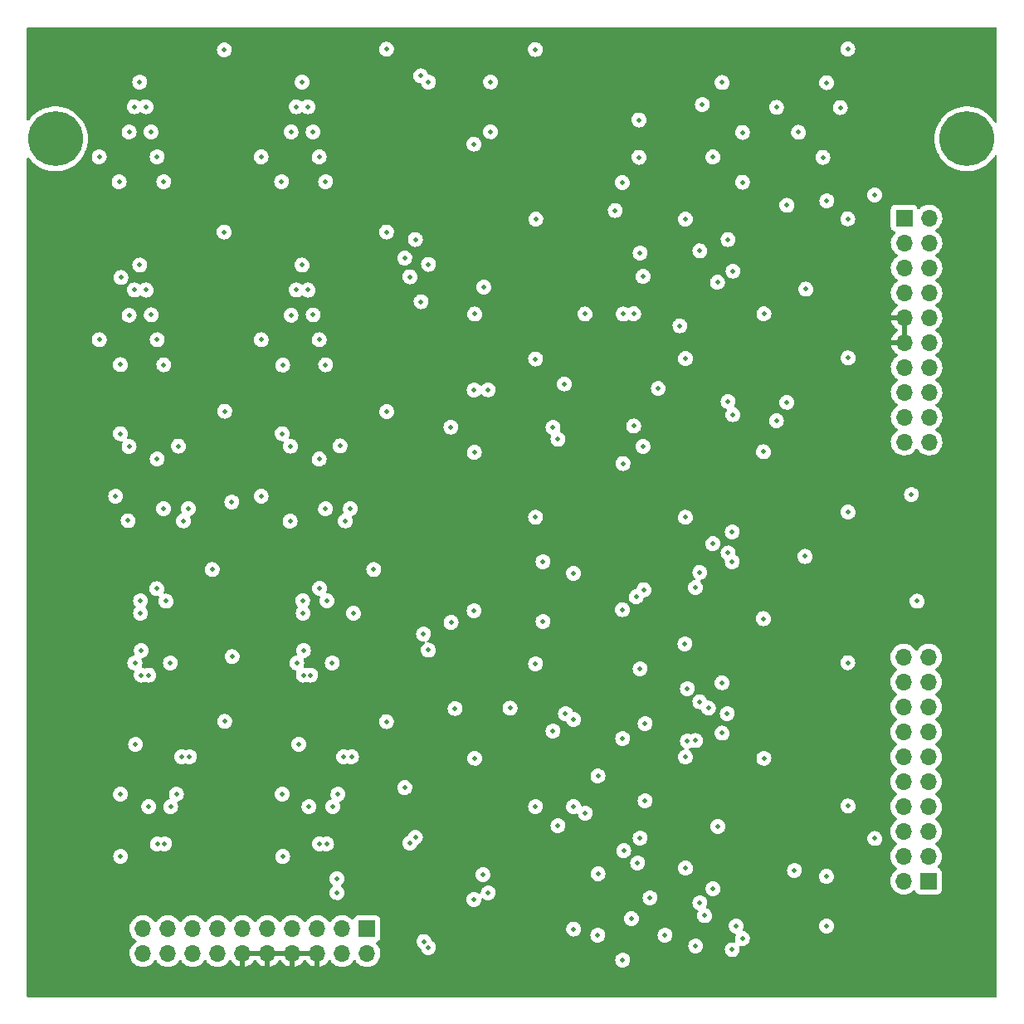
<source format=gbr>
G04 #@! TF.GenerationSoftware,KiCad,Pcbnew,(6.0.5)*
G04 #@! TF.CreationDate,2022-08-31T18:03:14+02:00*
G04 #@! TF.ProjectId,B2,42322e6b-6963-4616-945f-706362585858,rev?*
G04 #@! TF.SameCoordinates,Original*
G04 #@! TF.FileFunction,Copper,L3,Inr*
G04 #@! TF.FilePolarity,Positive*
%FSLAX46Y46*%
G04 Gerber Fmt 4.6, Leading zero omitted, Abs format (unit mm)*
G04 Created by KiCad (PCBNEW (6.0.5)) date 2022-08-31 18:03:14*
%MOMM*%
%LPD*%
G01*
G04 APERTURE LIST*
G04 #@! TA.AperFunction,ComponentPad*
%ADD10C,5.600000*%
G04 #@! TD*
G04 #@! TA.AperFunction,ComponentPad*
%ADD11R,1.700000X1.700000*%
G04 #@! TD*
G04 #@! TA.AperFunction,ComponentPad*
%ADD12O,1.700000X1.700000*%
G04 #@! TD*
G04 #@! TA.AperFunction,ViaPad*
%ADD13C,0.500000*%
G04 #@! TD*
G04 APERTURE END LIST*
D10*
X196406802Y-56930538D03*
X103406802Y-56930538D03*
X196406802Y-141055538D03*
D11*
X190000000Y-65000000D03*
D12*
X192540000Y-65000000D03*
X190000000Y-67540000D03*
X192540000Y-67540000D03*
X190000000Y-70080000D03*
X192540000Y-70080000D03*
X190000000Y-72620000D03*
X192540000Y-72620000D03*
X190000000Y-75160000D03*
X192540000Y-75160000D03*
X190000000Y-77700000D03*
X192540000Y-77700000D03*
X190000000Y-80240000D03*
X192540000Y-80240000D03*
X190000000Y-82780000D03*
X192540000Y-82780000D03*
X190000000Y-85320000D03*
X192540000Y-85320000D03*
X190000000Y-87860000D03*
X192540000Y-87860000D03*
D11*
X192500000Y-132660000D03*
D12*
X189960000Y-132660000D03*
X192500000Y-130120000D03*
X189960000Y-130120000D03*
X192500000Y-127580000D03*
X189960000Y-127580000D03*
X192500000Y-125040000D03*
X189960000Y-125040000D03*
X192500000Y-122500000D03*
X189960000Y-122500000D03*
X192500000Y-119960000D03*
X189960000Y-119960000D03*
X192500000Y-117420000D03*
X189960000Y-117420000D03*
X192500000Y-114880000D03*
X189960000Y-114880000D03*
X192500000Y-112340000D03*
X189960000Y-112340000D03*
X192500000Y-109800000D03*
X189960000Y-109800000D03*
D10*
X103406802Y-141055538D03*
D11*
X135200000Y-137500000D03*
D12*
X135200000Y-140040000D03*
X132660000Y-137500000D03*
X132660000Y-140040000D03*
X130120000Y-137500000D03*
X130120000Y-140040000D03*
X127580000Y-137500000D03*
X127580000Y-140040000D03*
X125040000Y-137500000D03*
X125040000Y-140040000D03*
X122500000Y-137500000D03*
X122500000Y-140040000D03*
X119960000Y-137500000D03*
X119960000Y-140040000D03*
X117420000Y-137500000D03*
X117420000Y-140040000D03*
X114880000Y-137500000D03*
X114880000Y-140040000D03*
X112340000Y-137500000D03*
X112340000Y-140040000D03*
D13*
X165608000Y-138176000D03*
X144190720Y-115034060D03*
X183484520Y-53723540D03*
X156281785Y-137541817D03*
X156276040Y-101244400D03*
X156278580Y-116146580D03*
X156278580Y-125036580D03*
X172045540Y-99184460D03*
X172044360Y-83705700D03*
X172041820Y-67190620D03*
X190754000Y-93218000D03*
X168715243Y-118310830D03*
X168733201Y-139255511D03*
X168715243Y-102690278D03*
X187004100Y-62636400D03*
X187004100Y-128310640D03*
X163370260Y-70965060D03*
X191315340Y-104086660D03*
X163360100Y-88313260D03*
X163576000Y-124460000D03*
X147111720Y-72034400D03*
X162814000Y-130810000D03*
X147030340Y-131991200D03*
X163576000Y-116586000D03*
X158750000Y-138176000D03*
X163068000Y-68580000D03*
X158767780Y-131902200D03*
X158757620Y-121927620D03*
X160782000Y-114300000D03*
X119075200Y-66421000D03*
X166141400Y-119989600D03*
X119126000Y-84683600D03*
X128701800Y-107848400D03*
X165608000Y-115570000D03*
X182867000Y-94996000D03*
X182702200Y-47777400D03*
X135610600Y-47802800D03*
X150850600Y-110439200D03*
X175666400Y-116281200D03*
X166116000Y-131318000D03*
X119072660Y-116400580D03*
X150799800Y-47777400D03*
X161358580Y-68463160D03*
X182676800Y-65074800D03*
X127347980Y-92102940D03*
X166141400Y-95529400D03*
X149758400Y-102514400D03*
X166128400Y-108458000D03*
X117805200Y-100863400D03*
X135636000Y-84683600D03*
X182676800Y-79248000D03*
X146126200Y-97434400D03*
X150850600Y-125044200D03*
X167868600Y-53416200D03*
X134340600Y-100863400D03*
X150850600Y-65125600D03*
X179895000Y-103335000D03*
X182702200Y-124993400D03*
X150850600Y-95529400D03*
X119100600Y-47828200D03*
X150850600Y-79375000D03*
X135636000Y-116382800D03*
X166116000Y-65100200D03*
X161371280Y-70970140D03*
X135636000Y-66446400D03*
X173487080Y-129626360D03*
X182702200Y-110363000D03*
X166166800Y-79349600D03*
X175668240Y-72261748D03*
X175666400Y-69723000D03*
X184251600Y-110363000D03*
X146174460Y-74797920D03*
X137185400Y-66421000D03*
X175691800Y-120116600D03*
X167690800Y-119989600D03*
X146126200Y-105054400D03*
X169418000Y-53416200D03*
X146131280Y-82529680D03*
X184279620Y-94996000D03*
X110058200Y-130124200D03*
X110827820Y-95879920D03*
X161391600Y-129540000D03*
X173507400Y-56261000D03*
X128701800Y-111633000D03*
X152400000Y-110490000D03*
X146177000Y-120116600D03*
X135890000Y-100863400D03*
X175641000Y-88849200D03*
X120650000Y-47853600D03*
X184277000Y-124993400D03*
X112166400Y-111633000D03*
X146100800Y-57454800D03*
X110083600Y-71069200D03*
X126593600Y-79984600D03*
X119405400Y-100863400D03*
X137185400Y-116382800D03*
X167690800Y-131318000D03*
X120624600Y-66421000D03*
X161290000Y-118110000D03*
X127347980Y-95912940D03*
X149783800Y-115011200D03*
X175691800Y-74777600D03*
X146149060Y-88882220D03*
X152425400Y-65125600D03*
X110032800Y-79959200D03*
X161264600Y-104952800D03*
X173507400Y-61341000D03*
X167690800Y-65125600D03*
X109905800Y-61290200D03*
X161356040Y-74790300D03*
X173507400Y-138506200D03*
X167690800Y-95529400D03*
X167690800Y-79349600D03*
X152400000Y-125044200D03*
X161239200Y-61366400D03*
X126492000Y-61290200D03*
X184277000Y-79273400D03*
X184251600Y-65074800D03*
X137210800Y-84734400D03*
X152400000Y-95529400D03*
X120675400Y-116357400D03*
X167640000Y-108458000D03*
X146100800Y-134518400D03*
X161315400Y-90043000D03*
X184251600Y-47752000D03*
X152400000Y-79375000D03*
X161290000Y-140716000D03*
X175638940Y-105875163D03*
X152374600Y-47802800D03*
X164922200Y-82397600D03*
X120675400Y-84709000D03*
X137185400Y-47777400D03*
X133809759Y-105309876D03*
X126593600Y-130124200D03*
X140131800Y-67183000D03*
X140131800Y-128193800D03*
X139573000Y-70993000D03*
X139573000Y-128778000D03*
X139047220Y-123127449D03*
X139047220Y-69088000D03*
X169155110Y-101145110D03*
X169164000Y-134874000D03*
X169153840Y-68351400D03*
X169155110Y-114349530D03*
X167126920Y-75996800D03*
X147788400Y-56196000D03*
X147804100Y-51116000D03*
X162938460Y-58801000D03*
X162943540Y-54991000D03*
X153162000Y-106172000D03*
X153162000Y-100076000D03*
X172466000Y-97028000D03*
X171958000Y-115570000D03*
X154178000Y-117348000D03*
X154178000Y-86360000D03*
X176971960Y-85686900D03*
X172869000Y-137236200D03*
X176974500Y-53715920D03*
X181715000Y-58801000D03*
X179895000Y-99525000D03*
X182077241Y-132178252D03*
X170500000Y-58780000D03*
X170500000Y-98232000D03*
X170500000Y-133430000D03*
X155448000Y-115570000D03*
X155333076Y-81927076D03*
X179961411Y-72258179D03*
X178816000Y-131572000D03*
X170953258Y-71564500D03*
X170980134Y-127082343D03*
X160525460Y-64226440D03*
X154686000Y-87571580D03*
X154686000Y-127000000D03*
X182085611Y-137236200D03*
X179224940Y-56250840D03*
X178026060Y-83793940D03*
X178026060Y-63700660D03*
X182118000Y-63246000D03*
X182085611Y-51181000D03*
X172544740Y-70413880D03*
X172532040Y-85054440D03*
X141478000Y-69723000D03*
X141478000Y-51130200D03*
X140716000Y-73533000D03*
X140690600Y-50495200D03*
X121412000Y-93980000D03*
X141478000Y-139446000D03*
X121435134Y-109751134D03*
X141452436Y-109088912D03*
X140995992Y-138812246D03*
X140970000Y-107442000D03*
X132123180Y-132410200D03*
X128244600Y-118694200D03*
X111582200Y-118694200D03*
X147574000Y-133847840D03*
X147566380Y-82522060D03*
X132123180Y-133835140D03*
X132983480Y-95899320D03*
X132803269Y-119964320D03*
X126554869Y-86995120D03*
X126554869Y-123774320D03*
X129457980Y-111633120D03*
X129272669Y-125044320D03*
X130326769Y-128856860D03*
X130357249Y-102776140D03*
X131101469Y-104038520D03*
X131076069Y-128854320D03*
X131685669Y-125044320D03*
X131660269Y-110388520D03*
X132441634Y-88257380D03*
X132238434Y-123766580D03*
X133489069Y-94640520D03*
X133616069Y-119964320D03*
X116461411Y-95899200D03*
X116281200Y-119964200D03*
X110032800Y-86995000D03*
X110032800Y-123774200D03*
X112928400Y-125044200D03*
X112935911Y-111633000D03*
X113741200Y-102819200D03*
X113804700Y-128856740D03*
X114681000Y-104089200D03*
X114554000Y-128854200D03*
X115138200Y-110388400D03*
X115163600Y-125044200D03*
X115951000Y-88265000D03*
X115747800Y-123774200D03*
X117094000Y-119964200D03*
X116967000Y-94640400D03*
X162399980Y-74782680D03*
X162399980Y-86230460D03*
X128633434Y-104046020D03*
X128557234Y-69804280D03*
X128557234Y-51137820D03*
X128684020Y-105305860D03*
X129171069Y-72346940D03*
X129171069Y-53644920D03*
X129696849Y-56215400D03*
X129707009Y-74874240D03*
X128714500Y-109111820D03*
X127977269Y-72339320D03*
X127977269Y-53644920D03*
X128033480Y-110381820D03*
X127443869Y-74904720D03*
X127443869Y-56210320D03*
X127398780Y-88277700D03*
X130316609Y-77414240D03*
X130316609Y-89588460D03*
X130316609Y-58752860D03*
X124393669Y-77417120D03*
X124393669Y-58755833D03*
X124395869Y-93370520D03*
X130982089Y-61297940D03*
X130982089Y-79969480D03*
X130964309Y-94645600D03*
X112014000Y-69796660D03*
X112014000Y-51130200D03*
X112090200Y-104038400D03*
X112090200Y-105308400D03*
X112649000Y-72346820D03*
X112649000Y-53644800D03*
X113174780Y-56215280D03*
X112166400Y-109110780D03*
X113184940Y-74874120D03*
X111511411Y-110381700D03*
X111455200Y-72339200D03*
X111455200Y-53644800D03*
X110921800Y-74904600D03*
X110920093Y-88288168D03*
X110921800Y-56210200D03*
X113794540Y-77414120D03*
X113794540Y-89588340D03*
X113794540Y-58752740D03*
X107871600Y-58755713D03*
X107871600Y-77417000D03*
X109550200Y-93370400D03*
X114442240Y-94645480D03*
X114460020Y-79969360D03*
X114460020Y-61297820D03*
X171430915Y-117553808D03*
X171429851Y-112409573D03*
X171429851Y-51175885D03*
X157480000Y-125730000D03*
X157426660Y-74788901D03*
X143758920Y-86332060D03*
X143779240Y-106243120D03*
X164084000Y-134366000D03*
X163451540Y-102918260D03*
X162172931Y-136500253D03*
X162659060Y-103647240D03*
X172466000Y-139642440D03*
X172466000Y-100076000D03*
X167894000Y-118364000D03*
X167894000Y-113030000D03*
X163068000Y-128270000D03*
X163068000Y-110998000D03*
X169633521Y-136182479D03*
X170027600Y-115003580D03*
G04 #@! TA.AperFunction,Conductor*
G36*
X199415423Y-45534040D02*
G01*
X199461916Y-45587696D01*
X199473302Y-45640038D01*
X199473302Y-55147574D01*
X199453300Y-55215695D01*
X199399644Y-55262188D01*
X199329370Y-55272292D01*
X199264790Y-55242798D01*
X199242966Y-55218214D01*
X199047904Y-54930108D01*
X199045992Y-54927284D01*
X198814205Y-54653970D01*
X198554256Y-54407288D01*
X198345234Y-54248056D01*
X198271893Y-54192185D01*
X198271891Y-54192184D01*
X198269186Y-54190123D01*
X198266274Y-54188366D01*
X198266269Y-54188363D01*
X197965245Y-54006774D01*
X197965239Y-54006771D01*
X197962330Y-54005016D01*
X197682731Y-53875230D01*
X197640373Y-53855568D01*
X197640371Y-53855567D01*
X197637277Y-53854131D01*
X197466983Y-53796490D01*
X197301057Y-53740327D01*
X197301052Y-53740326D01*
X197297830Y-53739235D01*
X197099483Y-53695262D01*
X196951295Y-53662409D01*
X196951289Y-53662408D01*
X196947960Y-53661670D01*
X196944571Y-53661296D01*
X196944566Y-53661295D01*
X196595140Y-53622718D01*
X196595135Y-53622718D01*
X196591759Y-53622345D01*
X196588360Y-53622339D01*
X196588359Y-53622339D01*
X196418882Y-53622043D01*
X196233394Y-53621720D01*
X196120215Y-53633815D01*
X195880441Y-53659439D01*
X195880433Y-53659440D01*
X195877058Y-53659801D01*
X195526919Y-53736144D01*
X195187073Y-53849855D01*
X195183980Y-53851277D01*
X195183979Y-53851278D01*
X195177776Y-53854131D01*
X194861496Y-53999604D01*
X194858562Y-54001360D01*
X194858560Y-54001361D01*
X194562258Y-54178694D01*
X194553995Y-54183639D01*
X194551269Y-54185701D01*
X194551267Y-54185702D01*
X194271578Y-54397230D01*
X194268169Y-54399808D01*
X194265684Y-54402150D01*
X194265679Y-54402154D01*
X194185066Y-54478120D01*
X194007361Y-54645581D01*
X193774621Y-54918084D01*
X193772708Y-54920889D01*
X193772699Y-54920901D01*
X193724881Y-54991000D01*
X193572673Y-55214129D01*
X193403879Y-55530252D01*
X193270213Y-55862756D01*
X193269293Y-55866030D01*
X193269291Y-55866035D01*
X193175429Y-56199961D01*
X193173239Y-56207751D01*
X193172677Y-56211108D01*
X193172677Y-56211109D01*
X193114676Y-56557714D01*
X193114092Y-56561201D01*
X193093463Y-56918972D01*
X193093635Y-56922367D01*
X193093635Y-56922368D01*
X193104237Y-57131646D01*
X193111594Y-57276878D01*
X193112131Y-57280233D01*
X193112132Y-57280239D01*
X193139508Y-57451155D01*
X193168272Y-57630733D01*
X193262835Y-57976397D01*
X193352664Y-58204441D01*
X193381931Y-58278739D01*
X193394176Y-58309826D01*
X193424953Y-58368447D01*
X193557817Y-58621516D01*
X193560759Y-58627120D01*
X193562660Y-58629949D01*
X193562666Y-58629959D01*
X193691089Y-58821071D01*
X193760636Y-58924567D01*
X193991467Y-59198688D01*
X194250553Y-59446276D01*
X194534863Y-59664435D01*
X194566858Y-59683888D01*
X194838157Y-59848841D01*
X194838162Y-59848844D01*
X194841072Y-59850613D01*
X194844160Y-59852059D01*
X194844159Y-59852059D01*
X195162512Y-60001187D01*
X195162522Y-60001191D01*
X195165596Y-60002631D01*
X195168814Y-60003733D01*
X195168817Y-60003734D01*
X195501417Y-60117609D01*
X195501425Y-60117611D01*
X195504640Y-60118712D01*
X195854237Y-60197497D01*
X195906530Y-60203455D01*
X196206916Y-60237680D01*
X196206924Y-60237680D01*
X196210299Y-60238065D01*
X196213703Y-60238083D01*
X196213706Y-60238083D01*
X196408029Y-60239100D01*
X196568659Y-60239941D01*
X196572045Y-60239591D01*
X196572047Y-60239591D01*
X196921734Y-60203455D01*
X196921743Y-60203454D01*
X196925126Y-60203104D01*
X196928459Y-60202390D01*
X196928462Y-60202389D01*
X197100988Y-60165402D01*
X197275529Y-60127984D01*
X197615770Y-60015460D01*
X197941868Y-59866849D01*
X198035854Y-59811044D01*
X198247064Y-59685637D01*
X198247069Y-59685634D01*
X198250009Y-59683888D01*
X198536588Y-59468718D01*
X198798253Y-59223857D01*
X199031942Y-58952168D01*
X199152976Y-58776062D01*
X199232992Y-58659639D01*
X199232997Y-58659632D01*
X199234922Y-58656830D01*
X199236537Y-58653830D01*
X199238314Y-58650919D01*
X199239090Y-58651392D01*
X199286275Y-58603656D01*
X199355560Y-58588162D01*
X199422223Y-58612586D01*
X199465100Y-58669173D01*
X199473302Y-58713891D01*
X199473302Y-144371038D01*
X199453300Y-144439159D01*
X199399644Y-144485652D01*
X199347302Y-144497038D01*
X100616302Y-144497038D01*
X100548181Y-144477036D01*
X100501688Y-144423380D01*
X100490302Y-144371038D01*
X100490302Y-140006695D01*
X110977251Y-140006695D01*
X110977548Y-140011848D01*
X110977548Y-140011851D01*
X110987679Y-140187558D01*
X110990110Y-140229715D01*
X110991247Y-140234761D01*
X110991248Y-140234767D01*
X111014415Y-140337564D01*
X111039222Y-140447639D01*
X111123266Y-140654616D01*
X111160882Y-140716000D01*
X111237291Y-140840688D01*
X111239987Y-140845088D01*
X111386250Y-141013938D01*
X111558126Y-141156632D01*
X111751000Y-141269338D01*
X111959692Y-141349030D01*
X111964760Y-141350061D01*
X111964763Y-141350062D01*
X112059862Y-141369410D01*
X112178597Y-141393567D01*
X112183772Y-141393757D01*
X112183774Y-141393757D01*
X112396673Y-141401564D01*
X112396677Y-141401564D01*
X112401837Y-141401753D01*
X112406957Y-141401097D01*
X112406959Y-141401097D01*
X112618288Y-141374025D01*
X112618289Y-141374025D01*
X112623416Y-141373368D01*
X112628366Y-141371883D01*
X112832429Y-141310661D01*
X112832434Y-141310659D01*
X112837384Y-141309174D01*
X113037994Y-141210896D01*
X113219860Y-141081173D01*
X113230297Y-141070773D01*
X113374435Y-140927137D01*
X113378096Y-140923489D01*
X113395805Y-140898845D01*
X113508453Y-140742077D01*
X113509776Y-140743028D01*
X113556645Y-140699857D01*
X113626580Y-140687625D01*
X113692026Y-140715144D01*
X113719875Y-140746994D01*
X113779987Y-140845088D01*
X113926250Y-141013938D01*
X114098126Y-141156632D01*
X114291000Y-141269338D01*
X114499692Y-141349030D01*
X114504760Y-141350061D01*
X114504763Y-141350062D01*
X114599862Y-141369410D01*
X114718597Y-141393567D01*
X114723772Y-141393757D01*
X114723774Y-141393757D01*
X114936673Y-141401564D01*
X114936677Y-141401564D01*
X114941837Y-141401753D01*
X114946957Y-141401097D01*
X114946959Y-141401097D01*
X115158288Y-141374025D01*
X115158289Y-141374025D01*
X115163416Y-141373368D01*
X115168366Y-141371883D01*
X115372429Y-141310661D01*
X115372434Y-141310659D01*
X115377384Y-141309174D01*
X115577994Y-141210896D01*
X115759860Y-141081173D01*
X115770297Y-141070773D01*
X115914435Y-140927137D01*
X115918096Y-140923489D01*
X115935805Y-140898845D01*
X116048453Y-140742077D01*
X116049776Y-140743028D01*
X116096645Y-140699857D01*
X116166580Y-140687625D01*
X116232026Y-140715144D01*
X116259875Y-140746994D01*
X116319987Y-140845088D01*
X116466250Y-141013938D01*
X116638126Y-141156632D01*
X116831000Y-141269338D01*
X117039692Y-141349030D01*
X117044760Y-141350061D01*
X117044763Y-141350062D01*
X117139862Y-141369410D01*
X117258597Y-141393567D01*
X117263772Y-141393757D01*
X117263774Y-141393757D01*
X117476673Y-141401564D01*
X117476677Y-141401564D01*
X117481837Y-141401753D01*
X117486957Y-141401097D01*
X117486959Y-141401097D01*
X117698288Y-141374025D01*
X117698289Y-141374025D01*
X117703416Y-141373368D01*
X117708366Y-141371883D01*
X117912429Y-141310661D01*
X117912434Y-141310659D01*
X117917384Y-141309174D01*
X118117994Y-141210896D01*
X118299860Y-141081173D01*
X118310297Y-141070773D01*
X118454435Y-140927137D01*
X118458096Y-140923489D01*
X118475805Y-140898845D01*
X118588453Y-140742077D01*
X118589776Y-140743028D01*
X118636645Y-140699857D01*
X118706580Y-140687625D01*
X118772026Y-140715144D01*
X118799875Y-140746994D01*
X118859987Y-140845088D01*
X119006250Y-141013938D01*
X119178126Y-141156632D01*
X119371000Y-141269338D01*
X119579692Y-141349030D01*
X119584760Y-141350061D01*
X119584763Y-141350062D01*
X119679862Y-141369410D01*
X119798597Y-141393567D01*
X119803772Y-141393757D01*
X119803774Y-141393757D01*
X120016673Y-141401564D01*
X120016677Y-141401564D01*
X120021837Y-141401753D01*
X120026957Y-141401097D01*
X120026959Y-141401097D01*
X120238288Y-141374025D01*
X120238289Y-141374025D01*
X120243416Y-141373368D01*
X120248366Y-141371883D01*
X120452429Y-141310661D01*
X120452434Y-141310659D01*
X120457384Y-141309174D01*
X120657994Y-141210896D01*
X120839860Y-141081173D01*
X120850297Y-141070773D01*
X120994435Y-140927137D01*
X120998096Y-140923489D01*
X121015805Y-140898845D01*
X121128453Y-140742077D01*
X121129640Y-140742930D01*
X121176960Y-140699362D01*
X121246897Y-140687145D01*
X121312338Y-140714678D01*
X121340166Y-140746511D01*
X121397694Y-140840388D01*
X121403777Y-140848699D01*
X121543213Y-141009667D01*
X121550580Y-141016883D01*
X121714434Y-141152916D01*
X121722881Y-141158831D01*
X121906756Y-141266279D01*
X121916042Y-141270729D01*
X122115001Y-141346703D01*
X122124899Y-141349579D01*
X122228250Y-141370606D01*
X122242299Y-141369410D01*
X122246000Y-141359065D01*
X122246000Y-141358517D01*
X122754000Y-141358517D01*
X122758064Y-141372359D01*
X122771478Y-141374393D01*
X122778184Y-141373534D01*
X122788262Y-141371392D01*
X122992255Y-141310191D01*
X123001842Y-141306433D01*
X123193095Y-141212739D01*
X123201945Y-141207464D01*
X123375328Y-141083792D01*
X123383200Y-141077139D01*
X123534052Y-140926812D01*
X123540730Y-140918965D01*
X123668022Y-140741819D01*
X123669147Y-140742627D01*
X123716669Y-140698876D01*
X123786607Y-140686661D01*
X123852046Y-140714197D01*
X123879870Y-140746028D01*
X123937690Y-140840383D01*
X123943777Y-140848699D01*
X124083213Y-141009667D01*
X124090580Y-141016883D01*
X124254434Y-141152916D01*
X124262881Y-141158831D01*
X124446756Y-141266279D01*
X124456042Y-141270729D01*
X124655001Y-141346703D01*
X124664899Y-141349579D01*
X124768250Y-141370606D01*
X124782299Y-141369410D01*
X124786000Y-141359065D01*
X124786000Y-141358517D01*
X125294000Y-141358517D01*
X125298064Y-141372359D01*
X125311478Y-141374393D01*
X125318184Y-141373534D01*
X125328262Y-141371392D01*
X125532255Y-141310191D01*
X125541842Y-141306433D01*
X125733095Y-141212739D01*
X125741945Y-141207464D01*
X125915328Y-141083792D01*
X125923200Y-141077139D01*
X126074052Y-140926812D01*
X126080730Y-140918965D01*
X126208022Y-140741819D01*
X126209147Y-140742627D01*
X126256669Y-140698876D01*
X126326607Y-140686661D01*
X126392046Y-140714197D01*
X126419870Y-140746028D01*
X126477690Y-140840383D01*
X126483777Y-140848699D01*
X126623213Y-141009667D01*
X126630580Y-141016883D01*
X126794434Y-141152916D01*
X126802881Y-141158831D01*
X126986756Y-141266279D01*
X126996042Y-141270729D01*
X127195001Y-141346703D01*
X127204899Y-141349579D01*
X127308250Y-141370606D01*
X127322299Y-141369410D01*
X127326000Y-141359065D01*
X127326000Y-141358517D01*
X127834000Y-141358517D01*
X127838064Y-141372359D01*
X127851478Y-141374393D01*
X127858184Y-141373534D01*
X127868262Y-141371392D01*
X128072255Y-141310191D01*
X128081842Y-141306433D01*
X128273095Y-141212739D01*
X128281945Y-141207464D01*
X128455328Y-141083792D01*
X128463200Y-141077139D01*
X128614052Y-140926812D01*
X128620730Y-140918965D01*
X128748022Y-140741819D01*
X128749147Y-140742627D01*
X128796669Y-140698876D01*
X128866607Y-140686661D01*
X128932046Y-140714197D01*
X128959870Y-140746028D01*
X129017690Y-140840383D01*
X129023777Y-140848699D01*
X129163213Y-141009667D01*
X129170580Y-141016883D01*
X129334434Y-141152916D01*
X129342881Y-141158831D01*
X129526756Y-141266279D01*
X129536042Y-141270729D01*
X129735001Y-141346703D01*
X129744899Y-141349579D01*
X129848250Y-141370606D01*
X129862299Y-141369410D01*
X129866000Y-141359065D01*
X129866000Y-140312115D01*
X129861525Y-140296876D01*
X129860135Y-140295671D01*
X129852452Y-140294000D01*
X127852115Y-140294000D01*
X127836876Y-140298475D01*
X127835671Y-140299865D01*
X127834000Y-140307548D01*
X127834000Y-141358517D01*
X127326000Y-141358517D01*
X127326000Y-140312115D01*
X127321525Y-140296876D01*
X127320135Y-140295671D01*
X127312452Y-140294000D01*
X125312115Y-140294000D01*
X125296876Y-140298475D01*
X125295671Y-140299865D01*
X125294000Y-140307548D01*
X125294000Y-141358517D01*
X124786000Y-141358517D01*
X124786000Y-140312115D01*
X124781525Y-140296876D01*
X124780135Y-140295671D01*
X124772452Y-140294000D01*
X122772115Y-140294000D01*
X122756876Y-140298475D01*
X122755671Y-140299865D01*
X122754000Y-140307548D01*
X122754000Y-141358517D01*
X122246000Y-141358517D01*
X122246000Y-139912000D01*
X122266002Y-139843879D01*
X122319658Y-139797386D01*
X122372000Y-139786000D01*
X130248000Y-139786000D01*
X130316121Y-139806002D01*
X130362614Y-139859658D01*
X130374000Y-139912000D01*
X130374000Y-141358517D01*
X130378064Y-141372359D01*
X130391478Y-141374393D01*
X130398184Y-141373534D01*
X130408262Y-141371392D01*
X130612255Y-141310191D01*
X130621842Y-141306433D01*
X130813095Y-141212739D01*
X130821945Y-141207464D01*
X130995328Y-141083792D01*
X131003200Y-141077139D01*
X131154052Y-140926812D01*
X131160730Y-140918965D01*
X131288022Y-140741819D01*
X131289279Y-140742722D01*
X131336373Y-140699362D01*
X131406311Y-140687145D01*
X131471751Y-140714678D01*
X131499579Y-140746511D01*
X131559987Y-140845088D01*
X131706250Y-141013938D01*
X131878126Y-141156632D01*
X132071000Y-141269338D01*
X132279692Y-141349030D01*
X132284760Y-141350061D01*
X132284763Y-141350062D01*
X132379862Y-141369410D01*
X132498597Y-141393567D01*
X132503772Y-141393757D01*
X132503774Y-141393757D01*
X132716673Y-141401564D01*
X132716677Y-141401564D01*
X132721837Y-141401753D01*
X132726957Y-141401097D01*
X132726959Y-141401097D01*
X132938288Y-141374025D01*
X132938289Y-141374025D01*
X132943416Y-141373368D01*
X132948366Y-141371883D01*
X133152429Y-141310661D01*
X133152434Y-141310659D01*
X133157384Y-141309174D01*
X133357994Y-141210896D01*
X133539860Y-141081173D01*
X133550297Y-141070773D01*
X133694435Y-140927137D01*
X133698096Y-140923489D01*
X133715805Y-140898845D01*
X133828453Y-140742077D01*
X133829776Y-140743028D01*
X133876645Y-140699857D01*
X133946580Y-140687625D01*
X134012026Y-140715144D01*
X134039875Y-140746994D01*
X134099987Y-140845088D01*
X134246250Y-141013938D01*
X134418126Y-141156632D01*
X134611000Y-141269338D01*
X134819692Y-141349030D01*
X134824760Y-141350061D01*
X134824763Y-141350062D01*
X134919862Y-141369410D01*
X135038597Y-141393567D01*
X135043772Y-141393757D01*
X135043774Y-141393757D01*
X135256673Y-141401564D01*
X135256677Y-141401564D01*
X135261837Y-141401753D01*
X135266957Y-141401097D01*
X135266959Y-141401097D01*
X135478288Y-141374025D01*
X135478289Y-141374025D01*
X135483416Y-141373368D01*
X135488366Y-141371883D01*
X135692429Y-141310661D01*
X135692434Y-141310659D01*
X135697384Y-141309174D01*
X135897994Y-141210896D01*
X136079860Y-141081173D01*
X136090297Y-141070773D01*
X136234435Y-140927137D01*
X136238096Y-140923489D01*
X136255805Y-140898845D01*
X136365435Y-140746277D01*
X136368453Y-140742077D01*
X136379384Y-140719961D01*
X136386609Y-140705343D01*
X160526775Y-140705343D01*
X160543381Y-140874699D01*
X160597094Y-141036167D01*
X160600741Y-141042189D01*
X160600742Y-141042191D01*
X160668049Y-141153327D01*
X160685246Y-141181723D01*
X160803455Y-141304132D01*
X160826384Y-141319136D01*
X160938548Y-141392534D01*
X160945846Y-141397310D01*
X160952450Y-141399766D01*
X160952452Y-141399767D01*
X160988844Y-141413301D01*
X161105341Y-141456626D01*
X161274015Y-141479132D01*
X161281026Y-141478494D01*
X161281030Y-141478494D01*
X161436462Y-141464348D01*
X161443483Y-141463709D01*
X161450185Y-141461531D01*
X161450187Y-141461531D01*
X161598623Y-141413301D01*
X161598626Y-141413300D01*
X161605322Y-141411124D01*
X161751490Y-141323990D01*
X161756584Y-141319139D01*
X161756588Y-141319136D01*
X161823833Y-141255099D01*
X161874721Y-141206639D01*
X161910142Y-141153327D01*
X161921806Y-141135770D01*
X161968891Y-141064902D01*
X162029319Y-140905825D01*
X162053001Y-140737313D01*
X162053299Y-140716000D01*
X162034331Y-140546892D01*
X162030837Y-140536857D01*
X161980686Y-140392846D01*
X161978368Y-140386189D01*
X161972383Y-140376610D01*
X161939351Y-140323750D01*
X161888192Y-140241879D01*
X161768286Y-140121132D01*
X161752039Y-140110821D01*
X161662487Y-140053990D01*
X161624608Y-140029951D01*
X161464300Y-139972868D01*
X161295329Y-139952720D01*
X161288326Y-139953456D01*
X161288325Y-139953456D01*
X161133101Y-139969770D01*
X161133097Y-139969771D01*
X161126093Y-139970507D01*
X161119422Y-139972778D01*
X160971673Y-140023075D01*
X160971670Y-140023076D01*
X160965003Y-140025346D01*
X160959005Y-140029036D01*
X160959003Y-140029037D01*
X160826065Y-140110821D01*
X160826063Y-140110823D01*
X160820066Y-140114512D01*
X160792891Y-140141124D01*
X160724096Y-140208494D01*
X160698486Y-140233573D01*
X160694675Y-140239487D01*
X160694673Y-140239489D01*
X160610121Y-140370687D01*
X160606304Y-140376610D01*
X160548103Y-140536516D01*
X160526775Y-140705343D01*
X136386609Y-140705343D01*
X136465136Y-140546453D01*
X136465137Y-140546451D01*
X136467430Y-140541811D01*
X136512689Y-140392846D01*
X136530865Y-140333023D01*
X136530865Y-140333021D01*
X136532370Y-140328069D01*
X136561529Y-140106590D01*
X136563156Y-140040000D01*
X136544852Y-139817361D01*
X136490431Y-139600702D01*
X136401354Y-139395840D01*
X136345609Y-139309672D01*
X136282822Y-139212617D01*
X136282820Y-139212614D01*
X136280014Y-139208277D01*
X136275668Y-139203501D01*
X136132798Y-139046488D01*
X136101746Y-138982642D01*
X136110141Y-138912143D01*
X136155317Y-138857375D01*
X136181761Y-138843706D01*
X136288297Y-138803767D01*
X136294107Y-138801589D01*
X140232767Y-138801589D01*
X140249373Y-138970945D01*
X140303086Y-139132413D01*
X140306733Y-139138435D01*
X140306734Y-139138437D01*
X140380036Y-139259472D01*
X140391238Y-139277969D01*
X140509447Y-139400378D01*
X140651838Y-139493556D01*
X140658440Y-139496011D01*
X140662145Y-139497883D01*
X140713928Y-139546453D01*
X140728422Y-139590966D01*
X140729228Y-139590795D01*
X140730694Y-139597690D01*
X140731381Y-139604699D01*
X140785094Y-139766167D01*
X140788741Y-139772189D01*
X140788742Y-139772191D01*
X140844042Y-139863501D01*
X140873246Y-139911723D01*
X140991455Y-140034132D01*
X141005565Y-140043365D01*
X141114289Y-140114512D01*
X141133846Y-140127310D01*
X141140450Y-140129766D01*
X141140452Y-140129767D01*
X141176844Y-140143301D01*
X141293341Y-140186626D01*
X141462015Y-140209132D01*
X141469026Y-140208494D01*
X141469030Y-140208494D01*
X141624462Y-140194348D01*
X141631483Y-140193709D01*
X141638185Y-140191531D01*
X141638187Y-140191531D01*
X141786623Y-140143301D01*
X141786626Y-140143300D01*
X141793322Y-140141124D01*
X141939490Y-140053990D01*
X141944584Y-140049139D01*
X141944588Y-140049136D01*
X142035452Y-139962607D01*
X142062721Y-139936639D01*
X142156891Y-139794902D01*
X142217319Y-139635825D01*
X142241001Y-139467313D01*
X142241118Y-139458964D01*
X142241244Y-139449961D01*
X142241244Y-139449955D01*
X142241299Y-139446000D01*
X142222331Y-139276892D01*
X142214328Y-139253909D01*
X142211175Y-139244854D01*
X167969976Y-139244854D01*
X167986582Y-139414210D01*
X168040295Y-139575678D01*
X168043942Y-139581700D01*
X168043943Y-139581702D01*
X168080728Y-139642440D01*
X168128447Y-139721234D01*
X168246656Y-139843643D01*
X168252552Y-139847501D01*
X168351117Y-139912000D01*
X168389047Y-139936821D01*
X168395651Y-139939277D01*
X168395653Y-139939278D01*
X168431798Y-139952720D01*
X168548542Y-139996137D01*
X168717216Y-140018643D01*
X168724227Y-140018005D01*
X168724231Y-140018005D01*
X168879663Y-140003859D01*
X168886684Y-140003220D01*
X168893386Y-140001042D01*
X168893388Y-140001042D01*
X169041824Y-139952812D01*
X169041827Y-139952811D01*
X169048523Y-139950635D01*
X169194691Y-139863501D01*
X169199785Y-139858650D01*
X169199789Y-139858647D01*
X169267538Y-139794130D01*
X169317922Y-139746150D01*
X169393907Y-139631783D01*
X171702775Y-139631783D01*
X171719381Y-139801139D01*
X171721605Y-139807824D01*
X171721605Y-139807825D01*
X171738511Y-139858647D01*
X171773094Y-139962607D01*
X171776741Y-139968629D01*
X171776742Y-139968631D01*
X171828438Y-140053990D01*
X171861246Y-140108163D01*
X171979455Y-140230572D01*
X171985351Y-140234430D01*
X172097087Y-140307548D01*
X172121846Y-140323750D01*
X172128450Y-140326206D01*
X172128452Y-140326207D01*
X172164844Y-140339741D01*
X172281341Y-140383066D01*
X172450015Y-140405572D01*
X172457026Y-140404934D01*
X172457030Y-140404934D01*
X172612462Y-140390788D01*
X172619483Y-140390149D01*
X172626185Y-140387971D01*
X172626187Y-140387971D01*
X172774623Y-140339741D01*
X172774626Y-140339740D01*
X172781322Y-140337564D01*
X172927490Y-140250430D01*
X172932584Y-140245579D01*
X172932588Y-140245576D01*
X172999833Y-140181539D01*
X173050721Y-140133079D01*
X173144891Y-139991342D01*
X173205319Y-139832265D01*
X173229001Y-139663753D01*
X173229299Y-139642440D01*
X173210331Y-139473332D01*
X173206861Y-139463366D01*
X173189487Y-139413476D01*
X173185973Y-139342566D01*
X173221355Y-139281014D01*
X173284397Y-139248362D01*
X173325140Y-139247146D01*
X173417518Y-139259472D01*
X173484435Y-139268401D01*
X173484438Y-139268401D01*
X173491415Y-139269332D01*
X173498426Y-139268694D01*
X173498430Y-139268694D01*
X173653862Y-139254548D01*
X173660883Y-139253909D01*
X173667585Y-139251731D01*
X173667587Y-139251731D01*
X173816023Y-139203501D01*
X173816026Y-139203500D01*
X173822722Y-139201324D01*
X173968890Y-139114190D01*
X173973984Y-139109339D01*
X173973988Y-139109336D01*
X174049674Y-139037261D01*
X174092121Y-138996839D01*
X174101554Y-138982642D01*
X174153406Y-138904598D01*
X174186291Y-138855102D01*
X174246719Y-138696025D01*
X174270401Y-138527513D01*
X174270614Y-138512289D01*
X174270644Y-138510161D01*
X174270644Y-138510155D01*
X174270699Y-138506200D01*
X174251731Y-138337092D01*
X174231845Y-138279986D01*
X174217613Y-138239118D01*
X174195768Y-138176389D01*
X174189783Y-138166810D01*
X174161527Y-138121592D01*
X174105592Y-138032079D01*
X174080581Y-138006892D01*
X174047664Y-137973745D01*
X173985686Y-137911332D01*
X173971921Y-137902596D01*
X173879887Y-137844190D01*
X173842008Y-137820151D01*
X173681700Y-137763068D01*
X173674705Y-137762234D01*
X173674701Y-137762233D01*
X173656749Y-137760093D01*
X173648621Y-137759124D01*
X173583348Y-137731198D01*
X173543535Y-137672415D01*
X173541822Y-137601439D01*
X173548093Y-137585179D01*
X173547891Y-137585102D01*
X173562829Y-137545778D01*
X173608319Y-137426025D01*
X173632001Y-137257513D01*
X173632299Y-137236200D01*
X173631104Y-137225543D01*
X181322386Y-137225543D01*
X181338992Y-137394899D01*
X181341216Y-137401584D01*
X181341216Y-137401585D01*
X181352409Y-137435233D01*
X181392705Y-137556367D01*
X181396352Y-137562389D01*
X181396353Y-137562391D01*
X181473464Y-137689715D01*
X181480857Y-137701923D01*
X181599066Y-137824332D01*
X181617829Y-137836610D01*
X181726373Y-137907639D01*
X181741457Y-137917510D01*
X181748061Y-137919966D01*
X181748063Y-137919967D01*
X181784455Y-137933501D01*
X181900952Y-137976826D01*
X182069626Y-137999332D01*
X182076637Y-137998694D01*
X182076641Y-137998694D01*
X182232073Y-137984548D01*
X182239094Y-137983909D01*
X182245796Y-137981731D01*
X182245798Y-137981731D01*
X182394234Y-137933501D01*
X182394237Y-137933500D01*
X182400933Y-137931324D01*
X182547101Y-137844190D01*
X182552195Y-137839339D01*
X182552199Y-137839336D01*
X182632288Y-137763068D01*
X182670332Y-137726839D01*
X182686916Y-137701879D01*
X182717417Y-137655970D01*
X182764502Y-137585102D01*
X182824930Y-137426025D01*
X182848612Y-137257513D01*
X182848910Y-137236200D01*
X182829942Y-137067092D01*
X182773979Y-136906389D01*
X182767994Y-136896810D01*
X182744948Y-136859931D01*
X182683803Y-136762079D01*
X182563897Y-136641332D01*
X182547650Y-136631021D01*
X182465159Y-136578671D01*
X182420219Y-136550151D01*
X182259911Y-136493068D01*
X182090940Y-136472920D01*
X182083937Y-136473656D01*
X182083936Y-136473656D01*
X181928712Y-136489970D01*
X181928708Y-136489971D01*
X181921704Y-136490707D01*
X181915033Y-136492978D01*
X181767284Y-136543275D01*
X181767281Y-136543276D01*
X181760614Y-136545546D01*
X181754616Y-136549236D01*
X181754614Y-136549237D01*
X181621676Y-136631021D01*
X181621674Y-136631023D01*
X181615677Y-136634712D01*
X181494097Y-136753773D01*
X181490286Y-136759687D01*
X181490284Y-136759689D01*
X181425682Y-136859931D01*
X181401915Y-136896810D01*
X181343714Y-137056716D01*
X181322386Y-137225543D01*
X173631104Y-137225543D01*
X173613331Y-137067092D01*
X173557368Y-136906389D01*
X173551383Y-136896810D01*
X173528337Y-136859931D01*
X173467192Y-136762079D01*
X173347286Y-136641332D01*
X173331039Y-136631021D01*
X173248548Y-136578671D01*
X173203608Y-136550151D01*
X173043300Y-136493068D01*
X172874329Y-136472920D01*
X172867326Y-136473656D01*
X172867325Y-136473656D01*
X172712101Y-136489970D01*
X172712097Y-136489971D01*
X172705093Y-136490707D01*
X172698422Y-136492978D01*
X172550673Y-136543275D01*
X172550670Y-136543276D01*
X172544003Y-136545546D01*
X172538005Y-136549236D01*
X172538003Y-136549237D01*
X172405065Y-136631021D01*
X172405063Y-136631023D01*
X172399066Y-136634712D01*
X172277486Y-136753773D01*
X172273675Y-136759687D01*
X172273673Y-136759689D01*
X172209071Y-136859931D01*
X172185304Y-136896810D01*
X172127103Y-137056716D01*
X172105775Y-137225543D01*
X172122381Y-137394899D01*
X172124605Y-137401584D01*
X172124605Y-137401585D01*
X172135798Y-137435233D01*
X172176094Y-137556367D01*
X172179741Y-137562389D01*
X172179742Y-137562391D01*
X172256853Y-137689715D01*
X172264246Y-137701923D01*
X172382455Y-137824332D01*
X172401218Y-137836610D01*
X172509762Y-137907639D01*
X172524846Y-137917510D01*
X172531450Y-137919966D01*
X172531452Y-137919967D01*
X172567844Y-137933501D01*
X172684341Y-137976826D01*
X172691324Y-137977758D01*
X172691325Y-137977758D01*
X172729871Y-137982901D01*
X172794748Y-138011737D01*
X172833736Y-138071070D01*
X172834456Y-138142063D01*
X172826711Y-138162143D01*
X172823704Y-138166810D01*
X172821296Y-138173426D01*
X172821295Y-138173428D01*
X172773375Y-138305088D01*
X172765503Y-138326716D01*
X172744175Y-138495543D01*
X172760781Y-138664899D01*
X172763005Y-138671584D01*
X172763005Y-138671585D01*
X172784681Y-138736745D01*
X172787204Y-138807697D01*
X172750967Y-138868749D01*
X172687475Y-138900519D01*
X172640302Y-138899291D01*
X172640300Y-138899308D01*
X172640115Y-138899286D01*
X172640116Y-138899286D01*
X172471329Y-138879160D01*
X172464326Y-138879896D01*
X172464325Y-138879896D01*
X172309101Y-138896210D01*
X172309097Y-138896211D01*
X172302093Y-138896947D01*
X172295158Y-138899308D01*
X172147673Y-138949515D01*
X172147670Y-138949516D01*
X172141003Y-138951786D01*
X172135005Y-138955476D01*
X172135003Y-138955477D01*
X172002065Y-139037261D01*
X172002063Y-139037263D01*
X171996066Y-139040952D01*
X171874486Y-139160013D01*
X171870675Y-139165927D01*
X171870673Y-139165929D01*
X171799162Y-139276892D01*
X171782304Y-139303050D01*
X171724103Y-139462956D01*
X171702775Y-139631783D01*
X169393907Y-139631783D01*
X169412092Y-139604413D01*
X169472520Y-139445336D01*
X169496202Y-139276824D01*
X169496500Y-139255511D01*
X169477532Y-139086403D01*
X169421569Y-138925700D01*
X169416482Y-138917558D01*
X169381610Y-138861753D01*
X169331393Y-138781390D01*
X169211487Y-138660643D01*
X169195240Y-138650332D01*
X169156607Y-138625815D01*
X169067809Y-138569462D01*
X168907501Y-138512379D01*
X168738530Y-138492231D01*
X168731527Y-138492967D01*
X168731526Y-138492967D01*
X168576302Y-138509281D01*
X168576298Y-138509282D01*
X168569294Y-138510018D01*
X168562623Y-138512289D01*
X168414874Y-138562586D01*
X168414871Y-138562587D01*
X168408204Y-138564857D01*
X168402206Y-138568547D01*
X168402204Y-138568548D01*
X168269266Y-138650332D01*
X168269264Y-138650334D01*
X168263267Y-138654023D01*
X168227504Y-138689045D01*
X168156004Y-138759064D01*
X168141687Y-138773084D01*
X168137876Y-138778998D01*
X168137874Y-138779000D01*
X168053322Y-138910198D01*
X168049505Y-138916121D01*
X168047095Y-138922743D01*
X168010105Y-139024373D01*
X167991304Y-139076027D01*
X167969976Y-139244854D01*
X142211175Y-139244854D01*
X142179914Y-139155088D01*
X142166368Y-139116189D01*
X142147756Y-139086403D01*
X142119354Y-139040952D01*
X142076192Y-138971879D01*
X141956286Y-138851132D01*
X141949254Y-138846669D01*
X141846083Y-138781195D01*
X141812608Y-138759951D01*
X141810847Y-138759324D01*
X141759902Y-138712861D01*
X141742383Y-138661504D01*
X141741108Y-138650134D01*
X141741107Y-138650131D01*
X141740323Y-138643138D01*
X141684360Y-138482435D01*
X141679051Y-138473938D01*
X141653669Y-138433320D01*
X141594184Y-138338125D01*
X141582855Y-138326716D01*
X141536256Y-138279791D01*
X141474278Y-138217378D01*
X141458031Y-138207067D01*
X141403333Y-138172355D01*
X141330600Y-138126197D01*
X141170292Y-138069114D01*
X141001321Y-138048966D01*
X140994318Y-138049702D01*
X140994317Y-138049702D01*
X140839093Y-138066016D01*
X140839089Y-138066017D01*
X140832085Y-138066753D01*
X140825414Y-138069024D01*
X140677665Y-138119321D01*
X140677662Y-138119322D01*
X140670995Y-138121592D01*
X140664997Y-138125282D01*
X140664995Y-138125283D01*
X140532057Y-138207067D01*
X140532055Y-138207069D01*
X140526058Y-138210758D01*
X140404478Y-138329819D01*
X140400667Y-138335733D01*
X140400665Y-138335735D01*
X140316113Y-138466933D01*
X140312296Y-138472856D01*
X140254095Y-138632762D01*
X140232767Y-138801589D01*
X136294107Y-138801589D01*
X136296705Y-138800615D01*
X136413261Y-138713261D01*
X136500615Y-138596705D01*
X136551745Y-138460316D01*
X136558500Y-138398134D01*
X136558500Y-137531160D01*
X155518560Y-137531160D01*
X155535166Y-137700516D01*
X155588879Y-137861984D01*
X155592526Y-137868006D01*
X155592527Y-137868008D01*
X155672609Y-138000238D01*
X155677031Y-138007540D01*
X155795240Y-138129949D01*
X155801136Y-138133807D01*
X155928846Y-138217378D01*
X155937631Y-138223127D01*
X155944235Y-138225583D01*
X155944237Y-138225584D01*
X155980629Y-138239118D01*
X156097126Y-138282443D01*
X156265800Y-138304949D01*
X156272811Y-138304311D01*
X156272815Y-138304311D01*
X156428247Y-138290165D01*
X156435268Y-138289526D01*
X156441970Y-138287348D01*
X156441972Y-138287348D01*
X156590408Y-138239118D01*
X156590411Y-138239117D01*
X156597107Y-138236941D01*
X156717213Y-138165343D01*
X157986775Y-138165343D01*
X158003381Y-138334699D01*
X158057094Y-138496167D01*
X158060741Y-138502189D01*
X158060742Y-138502191D01*
X158128049Y-138613327D01*
X158145246Y-138641723D01*
X158263455Y-138764132D01*
X158319207Y-138800615D01*
X158397342Y-138851745D01*
X158405846Y-138857310D01*
X158412450Y-138859766D01*
X158412452Y-138859767D01*
X158466841Y-138879994D01*
X158565341Y-138916626D01*
X158734015Y-138939132D01*
X158741026Y-138938494D01*
X158741030Y-138938494D01*
X158896462Y-138924348D01*
X158903483Y-138923709D01*
X158910185Y-138921531D01*
X158910187Y-138921531D01*
X159058623Y-138873301D01*
X159058626Y-138873300D01*
X159065322Y-138871124D01*
X159211490Y-138783990D01*
X159216584Y-138779139D01*
X159216588Y-138779136D01*
X159287705Y-138711412D01*
X159334721Y-138666639D01*
X159339829Y-138658952D01*
X159386771Y-138588297D01*
X159428891Y-138524902D01*
X159489319Y-138365825D01*
X159513001Y-138197313D01*
X159513118Y-138188964D01*
X159513244Y-138179961D01*
X159513244Y-138179955D01*
X159513299Y-138176000D01*
X159512104Y-138165343D01*
X164844775Y-138165343D01*
X164861381Y-138334699D01*
X164915094Y-138496167D01*
X164918741Y-138502189D01*
X164918742Y-138502191D01*
X164986049Y-138613327D01*
X165003246Y-138641723D01*
X165121455Y-138764132D01*
X165177207Y-138800615D01*
X165255342Y-138851745D01*
X165263846Y-138857310D01*
X165270450Y-138859766D01*
X165270452Y-138859767D01*
X165324841Y-138879994D01*
X165423341Y-138916626D01*
X165592015Y-138939132D01*
X165599026Y-138938494D01*
X165599030Y-138938494D01*
X165754462Y-138924348D01*
X165761483Y-138923709D01*
X165768185Y-138921531D01*
X165768187Y-138921531D01*
X165916623Y-138873301D01*
X165916626Y-138873300D01*
X165923322Y-138871124D01*
X166069490Y-138783990D01*
X166074584Y-138779139D01*
X166074588Y-138779136D01*
X166145705Y-138711412D01*
X166192721Y-138666639D01*
X166197829Y-138658952D01*
X166244771Y-138588297D01*
X166286891Y-138524902D01*
X166347319Y-138365825D01*
X166371001Y-138197313D01*
X166371118Y-138188964D01*
X166371244Y-138179961D01*
X166371244Y-138179955D01*
X166371299Y-138176000D01*
X166352331Y-138006892D01*
X166344328Y-137983909D01*
X166316011Y-137902596D01*
X166296368Y-137846189D01*
X166290383Y-137836610D01*
X166245905Y-137765433D01*
X166206192Y-137701879D01*
X166086286Y-137581132D01*
X166070039Y-137570821D01*
X165996522Y-137524166D01*
X165942608Y-137489951D01*
X165782300Y-137432868D01*
X165613329Y-137412720D01*
X165606326Y-137413456D01*
X165606325Y-137413456D01*
X165451101Y-137429770D01*
X165451097Y-137429771D01*
X165444093Y-137430507D01*
X165437422Y-137432778D01*
X165289673Y-137483075D01*
X165289670Y-137483076D01*
X165283003Y-137485346D01*
X165277005Y-137489036D01*
X165277003Y-137489037D01*
X165144065Y-137570821D01*
X165144063Y-137570823D01*
X165138066Y-137574512D01*
X165016486Y-137693573D01*
X165012675Y-137699487D01*
X165012673Y-137699489D01*
X164978905Y-137751886D01*
X164924304Y-137836610D01*
X164918395Y-137852846D01*
X164870692Y-137983909D01*
X164866103Y-137996516D01*
X164844775Y-138165343D01*
X159512104Y-138165343D01*
X159494331Y-138006892D01*
X159486328Y-137983909D01*
X159458011Y-137902596D01*
X159438368Y-137846189D01*
X159432383Y-137836610D01*
X159387905Y-137765433D01*
X159348192Y-137701879D01*
X159228286Y-137581132D01*
X159212039Y-137570821D01*
X159138522Y-137524166D01*
X159084608Y-137489951D01*
X158924300Y-137432868D01*
X158755329Y-137412720D01*
X158748326Y-137413456D01*
X158748325Y-137413456D01*
X158593101Y-137429770D01*
X158593097Y-137429771D01*
X158586093Y-137430507D01*
X158579422Y-137432778D01*
X158431673Y-137483075D01*
X158431670Y-137483076D01*
X158425003Y-137485346D01*
X158419005Y-137489036D01*
X158419003Y-137489037D01*
X158286065Y-137570821D01*
X158286063Y-137570823D01*
X158280066Y-137574512D01*
X158158486Y-137693573D01*
X158154675Y-137699487D01*
X158154673Y-137699489D01*
X158120905Y-137751886D01*
X158066304Y-137836610D01*
X158060395Y-137852846D01*
X158012692Y-137983909D01*
X158008103Y-137996516D01*
X157986775Y-138165343D01*
X156717213Y-138165343D01*
X156743275Y-138149807D01*
X156748369Y-138144956D01*
X156748373Y-138144953D01*
X156828887Y-138068280D01*
X156866506Y-138032456D01*
X156885741Y-138003506D01*
X156936094Y-137927718D01*
X156960676Y-137890719D01*
X157021104Y-137731642D01*
X157044786Y-137563130D01*
X157045084Y-137541817D01*
X157026116Y-137372709D01*
X156970153Y-137212006D01*
X156964168Y-137202427D01*
X156907566Y-137111847D01*
X156879977Y-137067696D01*
X156869074Y-137056716D01*
X156765033Y-136951946D01*
X156760071Y-136946949D01*
X156743824Y-136936638D01*
X156681065Y-136896810D01*
X156616393Y-136855768D01*
X156456085Y-136798685D01*
X156287114Y-136778537D01*
X156280111Y-136779273D01*
X156280110Y-136779273D01*
X156124886Y-136795587D01*
X156124882Y-136795588D01*
X156117878Y-136796324D01*
X156111207Y-136798595D01*
X155963458Y-136848892D01*
X155963455Y-136848893D01*
X155956788Y-136851163D01*
X155950790Y-136854853D01*
X155950788Y-136854854D01*
X155817850Y-136936638D01*
X155817848Y-136936640D01*
X155811851Y-136940329D01*
X155760218Y-136990892D01*
X155699761Y-137050097D01*
X155690271Y-137059390D01*
X155686460Y-137065304D01*
X155686458Y-137065306D01*
X155604956Y-137191771D01*
X155598089Y-137202427D01*
X155539888Y-137362333D01*
X155518560Y-137531160D01*
X136558500Y-137531160D01*
X136558500Y-136601866D01*
X136551745Y-136539684D01*
X136532968Y-136489596D01*
X161409706Y-136489596D01*
X161426312Y-136658952D01*
X161480025Y-136820420D01*
X161483672Y-136826442D01*
X161483673Y-136826444D01*
X161556654Y-136946949D01*
X161568177Y-136965976D01*
X161686386Y-137088385D01*
X161828777Y-137181563D01*
X161835381Y-137184019D01*
X161835383Y-137184020D01*
X161868952Y-137196504D01*
X161988272Y-137240879D01*
X162156946Y-137263385D01*
X162163957Y-137262747D01*
X162163961Y-137262747D01*
X162319393Y-137248601D01*
X162326414Y-137247962D01*
X162333116Y-137245784D01*
X162333118Y-137245784D01*
X162481554Y-137197554D01*
X162481557Y-137197553D01*
X162488253Y-137195377D01*
X162634421Y-137108243D01*
X162639515Y-137103392D01*
X162639519Y-137103389D01*
X162717314Y-137029305D01*
X162757652Y-136990892D01*
X162851822Y-136849155D01*
X162912250Y-136690078D01*
X162914634Y-136673118D01*
X162918398Y-136646329D01*
X162935932Y-136521566D01*
X162936049Y-136513217D01*
X162936175Y-136504214D01*
X162936175Y-136504208D01*
X162936230Y-136500253D01*
X162917262Y-136331145D01*
X162904299Y-136293919D01*
X162863617Y-136177099D01*
X162861299Y-136170442D01*
X162855314Y-136160863D01*
X162833351Y-136125717D01*
X162771123Y-136026132D01*
X162755089Y-136009985D01*
X162656179Y-135910382D01*
X162651217Y-135905385D01*
X162634970Y-135895074D01*
X162563489Y-135849711D01*
X162507539Y-135814204D01*
X162347231Y-135757121D01*
X162178260Y-135736973D01*
X162171257Y-135737709D01*
X162171256Y-135737709D01*
X162016032Y-135754023D01*
X162016028Y-135754024D01*
X162009024Y-135754760D01*
X162002353Y-135757031D01*
X161854604Y-135807328D01*
X161854601Y-135807329D01*
X161847934Y-135809599D01*
X161841936Y-135813289D01*
X161841934Y-135813290D01*
X161708996Y-135895074D01*
X161708994Y-135895076D01*
X161702997Y-135898765D01*
X161581417Y-136017826D01*
X161577606Y-136023740D01*
X161577604Y-136023742D01*
X161493052Y-136154940D01*
X161489235Y-136160863D01*
X161431034Y-136320769D01*
X161409706Y-136489596D01*
X136532968Y-136489596D01*
X136500615Y-136403295D01*
X136413261Y-136286739D01*
X136296705Y-136199385D01*
X136160316Y-136148255D01*
X136098134Y-136141500D01*
X134301866Y-136141500D01*
X134239684Y-136148255D01*
X134103295Y-136199385D01*
X133986739Y-136286739D01*
X133899385Y-136403295D01*
X133896233Y-136411703D01*
X133854919Y-136521907D01*
X133812277Y-136578671D01*
X133745716Y-136603371D01*
X133676367Y-136588163D01*
X133643743Y-136562476D01*
X133593151Y-136506875D01*
X133593142Y-136506866D01*
X133589670Y-136503051D01*
X133585619Y-136499852D01*
X133585615Y-136499848D01*
X133418414Y-136367800D01*
X133418410Y-136367798D01*
X133414359Y-136364598D01*
X133218789Y-136256638D01*
X133213920Y-136254914D01*
X133213916Y-136254912D01*
X133013087Y-136183795D01*
X133013083Y-136183794D01*
X133008212Y-136182069D01*
X133003119Y-136181162D01*
X133003116Y-136181161D01*
X132793373Y-136143800D01*
X132793367Y-136143799D01*
X132788284Y-136142894D01*
X132714452Y-136141992D01*
X132570081Y-136140228D01*
X132570079Y-136140228D01*
X132564911Y-136140165D01*
X132344091Y-136173955D01*
X132131756Y-136243357D01*
X132101443Y-136259137D01*
X131969622Y-136327759D01*
X131933607Y-136346507D01*
X131929474Y-136349610D01*
X131929471Y-136349612D01*
X131759100Y-136477530D01*
X131754965Y-136480635D01*
X131698536Y-136539684D01*
X131661280Y-136578671D01*
X131600629Y-136642138D01*
X131493201Y-136799621D01*
X131438293Y-136844621D01*
X131367768Y-136852792D01*
X131304021Y-136821538D01*
X131283324Y-136797054D01*
X131202822Y-136672617D01*
X131202820Y-136672614D01*
X131200014Y-136668277D01*
X131049670Y-136503051D01*
X131045619Y-136499852D01*
X131045615Y-136499848D01*
X130878414Y-136367800D01*
X130878410Y-136367798D01*
X130874359Y-136364598D01*
X130678789Y-136256638D01*
X130673920Y-136254914D01*
X130673916Y-136254912D01*
X130473087Y-136183795D01*
X130473083Y-136183794D01*
X130468212Y-136182069D01*
X130463119Y-136181162D01*
X130463116Y-136181161D01*
X130253373Y-136143800D01*
X130253367Y-136143799D01*
X130248284Y-136142894D01*
X130174452Y-136141992D01*
X130030081Y-136140228D01*
X130030079Y-136140228D01*
X130024911Y-136140165D01*
X129804091Y-136173955D01*
X129591756Y-136243357D01*
X129561443Y-136259137D01*
X129429622Y-136327759D01*
X129393607Y-136346507D01*
X129389474Y-136349610D01*
X129389471Y-136349612D01*
X129219100Y-136477530D01*
X129214965Y-136480635D01*
X129158536Y-136539684D01*
X129121280Y-136578671D01*
X129060629Y-136642138D01*
X128953201Y-136799621D01*
X128898293Y-136844621D01*
X128827768Y-136852792D01*
X128764021Y-136821538D01*
X128743324Y-136797054D01*
X128662822Y-136672617D01*
X128662820Y-136672614D01*
X128660014Y-136668277D01*
X128509670Y-136503051D01*
X128505619Y-136499852D01*
X128505615Y-136499848D01*
X128338414Y-136367800D01*
X128338410Y-136367798D01*
X128334359Y-136364598D01*
X128138789Y-136256638D01*
X128133920Y-136254914D01*
X128133916Y-136254912D01*
X127933087Y-136183795D01*
X127933083Y-136183794D01*
X127928212Y-136182069D01*
X127923119Y-136181162D01*
X127923116Y-136181161D01*
X127713373Y-136143800D01*
X127713367Y-136143799D01*
X127708284Y-136142894D01*
X127634452Y-136141992D01*
X127490081Y-136140228D01*
X127490079Y-136140228D01*
X127484911Y-136140165D01*
X127264091Y-136173955D01*
X127051756Y-136243357D01*
X127021443Y-136259137D01*
X126889622Y-136327759D01*
X126853607Y-136346507D01*
X126849474Y-136349610D01*
X126849471Y-136349612D01*
X126679100Y-136477530D01*
X126674965Y-136480635D01*
X126618536Y-136539684D01*
X126581280Y-136578671D01*
X126520629Y-136642138D01*
X126413201Y-136799621D01*
X126358293Y-136844621D01*
X126287768Y-136852792D01*
X126224021Y-136821538D01*
X126203324Y-136797054D01*
X126122822Y-136672617D01*
X126122820Y-136672614D01*
X126120014Y-136668277D01*
X125969670Y-136503051D01*
X125965619Y-136499852D01*
X125965615Y-136499848D01*
X125798414Y-136367800D01*
X125798410Y-136367798D01*
X125794359Y-136364598D01*
X125598789Y-136256638D01*
X125593920Y-136254914D01*
X125593916Y-136254912D01*
X125393087Y-136183795D01*
X125393083Y-136183794D01*
X125388212Y-136182069D01*
X125383119Y-136181162D01*
X125383116Y-136181161D01*
X125173373Y-136143800D01*
X125173367Y-136143799D01*
X125168284Y-136142894D01*
X125094452Y-136141992D01*
X124950081Y-136140228D01*
X124950079Y-136140228D01*
X124944911Y-136140165D01*
X124724091Y-136173955D01*
X124511756Y-136243357D01*
X124481443Y-136259137D01*
X124349622Y-136327759D01*
X124313607Y-136346507D01*
X124309474Y-136349610D01*
X124309471Y-136349612D01*
X124139100Y-136477530D01*
X124134965Y-136480635D01*
X124078536Y-136539684D01*
X124041280Y-136578671D01*
X123980629Y-136642138D01*
X123873201Y-136799621D01*
X123818293Y-136844621D01*
X123747768Y-136852792D01*
X123684021Y-136821538D01*
X123663324Y-136797054D01*
X123582822Y-136672617D01*
X123582820Y-136672614D01*
X123580014Y-136668277D01*
X123429670Y-136503051D01*
X123425619Y-136499852D01*
X123425615Y-136499848D01*
X123258414Y-136367800D01*
X123258410Y-136367798D01*
X123254359Y-136364598D01*
X123058789Y-136256638D01*
X123053920Y-136254914D01*
X123053916Y-136254912D01*
X122853087Y-136183795D01*
X122853083Y-136183794D01*
X122848212Y-136182069D01*
X122843119Y-136181162D01*
X122843116Y-136181161D01*
X122633373Y-136143800D01*
X122633367Y-136143799D01*
X122628284Y-136142894D01*
X122554452Y-136141992D01*
X122410081Y-136140228D01*
X122410079Y-136140228D01*
X122404911Y-136140165D01*
X122184091Y-136173955D01*
X121971756Y-136243357D01*
X121941443Y-136259137D01*
X121809622Y-136327759D01*
X121773607Y-136346507D01*
X121769474Y-136349610D01*
X121769471Y-136349612D01*
X121599100Y-136477530D01*
X121594965Y-136480635D01*
X121538536Y-136539684D01*
X121501280Y-136578671D01*
X121440629Y-136642138D01*
X121333201Y-136799621D01*
X121278293Y-136844621D01*
X121207768Y-136852792D01*
X121144021Y-136821538D01*
X121123324Y-136797054D01*
X121042822Y-136672617D01*
X121042820Y-136672614D01*
X121040014Y-136668277D01*
X120889670Y-136503051D01*
X120885619Y-136499852D01*
X120885615Y-136499848D01*
X120718414Y-136367800D01*
X120718410Y-136367798D01*
X120714359Y-136364598D01*
X120518789Y-136256638D01*
X120513920Y-136254914D01*
X120513916Y-136254912D01*
X120313087Y-136183795D01*
X120313083Y-136183794D01*
X120308212Y-136182069D01*
X120303119Y-136181162D01*
X120303116Y-136181161D01*
X120093373Y-136143800D01*
X120093367Y-136143799D01*
X120088284Y-136142894D01*
X120014452Y-136141992D01*
X119870081Y-136140228D01*
X119870079Y-136140228D01*
X119864911Y-136140165D01*
X119644091Y-136173955D01*
X119431756Y-136243357D01*
X119401443Y-136259137D01*
X119269622Y-136327759D01*
X119233607Y-136346507D01*
X119229474Y-136349610D01*
X119229471Y-136349612D01*
X119059100Y-136477530D01*
X119054965Y-136480635D01*
X118998536Y-136539684D01*
X118961280Y-136578671D01*
X118900629Y-136642138D01*
X118793201Y-136799621D01*
X118738293Y-136844621D01*
X118667768Y-136852792D01*
X118604021Y-136821538D01*
X118583324Y-136797054D01*
X118502822Y-136672617D01*
X118502820Y-136672614D01*
X118500014Y-136668277D01*
X118349670Y-136503051D01*
X118345619Y-136499852D01*
X118345615Y-136499848D01*
X118178414Y-136367800D01*
X118178410Y-136367798D01*
X118174359Y-136364598D01*
X117978789Y-136256638D01*
X117973920Y-136254914D01*
X117973916Y-136254912D01*
X117773087Y-136183795D01*
X117773083Y-136183794D01*
X117768212Y-136182069D01*
X117763119Y-136181162D01*
X117763116Y-136181161D01*
X117553373Y-136143800D01*
X117553367Y-136143799D01*
X117548284Y-136142894D01*
X117474452Y-136141992D01*
X117330081Y-136140228D01*
X117330079Y-136140228D01*
X117324911Y-136140165D01*
X117104091Y-136173955D01*
X116891756Y-136243357D01*
X116861443Y-136259137D01*
X116729622Y-136327759D01*
X116693607Y-136346507D01*
X116689474Y-136349610D01*
X116689471Y-136349612D01*
X116519100Y-136477530D01*
X116514965Y-136480635D01*
X116458536Y-136539684D01*
X116421280Y-136578671D01*
X116360629Y-136642138D01*
X116253201Y-136799621D01*
X116198293Y-136844621D01*
X116127768Y-136852792D01*
X116064021Y-136821538D01*
X116043324Y-136797054D01*
X115962822Y-136672617D01*
X115962820Y-136672614D01*
X115960014Y-136668277D01*
X115809670Y-136503051D01*
X115805619Y-136499852D01*
X115805615Y-136499848D01*
X115638414Y-136367800D01*
X115638410Y-136367798D01*
X115634359Y-136364598D01*
X115438789Y-136256638D01*
X115433920Y-136254914D01*
X115433916Y-136254912D01*
X115233087Y-136183795D01*
X115233083Y-136183794D01*
X115228212Y-136182069D01*
X115223119Y-136181162D01*
X115223116Y-136181161D01*
X115013373Y-136143800D01*
X115013367Y-136143799D01*
X115008284Y-136142894D01*
X114934452Y-136141992D01*
X114790081Y-136140228D01*
X114790079Y-136140228D01*
X114784911Y-136140165D01*
X114564091Y-136173955D01*
X114351756Y-136243357D01*
X114321443Y-136259137D01*
X114189622Y-136327759D01*
X114153607Y-136346507D01*
X114149474Y-136349610D01*
X114149471Y-136349612D01*
X113979100Y-136477530D01*
X113974965Y-136480635D01*
X113918536Y-136539684D01*
X113881280Y-136578671D01*
X113820629Y-136642138D01*
X113713201Y-136799621D01*
X113658293Y-136844621D01*
X113587768Y-136852792D01*
X113524021Y-136821538D01*
X113503324Y-136797054D01*
X113422822Y-136672617D01*
X113422820Y-136672614D01*
X113420014Y-136668277D01*
X113269670Y-136503051D01*
X113265619Y-136499852D01*
X113265615Y-136499848D01*
X113098414Y-136367800D01*
X113098410Y-136367798D01*
X113094359Y-136364598D01*
X112898789Y-136256638D01*
X112893920Y-136254914D01*
X112893916Y-136254912D01*
X112693087Y-136183795D01*
X112693083Y-136183794D01*
X112688212Y-136182069D01*
X112683119Y-136181162D01*
X112683116Y-136181161D01*
X112473373Y-136143800D01*
X112473367Y-136143799D01*
X112468284Y-136142894D01*
X112394452Y-136141992D01*
X112250081Y-136140228D01*
X112250079Y-136140228D01*
X112244911Y-136140165D01*
X112024091Y-136173955D01*
X111811756Y-136243357D01*
X111781443Y-136259137D01*
X111649622Y-136327759D01*
X111613607Y-136346507D01*
X111609474Y-136349610D01*
X111609471Y-136349612D01*
X111439100Y-136477530D01*
X111434965Y-136480635D01*
X111378536Y-136539684D01*
X111341280Y-136578671D01*
X111280629Y-136642138D01*
X111277720Y-136646403D01*
X111277714Y-136646411D01*
X111243432Y-136696667D01*
X111154743Y-136826680D01*
X111114653Y-136913046D01*
X111078519Y-136990892D01*
X111060688Y-137029305D01*
X111000989Y-137244570D01*
X110977251Y-137466695D01*
X110977548Y-137471848D01*
X110977548Y-137471851D01*
X110989812Y-137684547D01*
X110990110Y-137689715D01*
X110991247Y-137694761D01*
X110991248Y-137694767D01*
X111002100Y-137742920D01*
X111039222Y-137907639D01*
X111123266Y-138114616D01*
X111160685Y-138175678D01*
X111237291Y-138300688D01*
X111239987Y-138305088D01*
X111386250Y-138473938D01*
X111558126Y-138616632D01*
X111601064Y-138641723D01*
X111631445Y-138659476D01*
X111680169Y-138711114D01*
X111693240Y-138780897D01*
X111666509Y-138846669D01*
X111626055Y-138880027D01*
X111613607Y-138886507D01*
X111609474Y-138889610D01*
X111609471Y-138889612D01*
X111439100Y-139017530D01*
X111434965Y-139020635D01*
X111431393Y-139024373D01*
X111306479Y-139155088D01*
X111280629Y-139182138D01*
X111277720Y-139186403D01*
X111277714Y-139186411D01*
X111213371Y-139280734D01*
X111154743Y-139366680D01*
X111129577Y-139420896D01*
X111071296Y-139546453D01*
X111060688Y-139569305D01*
X111000989Y-139784570D01*
X110977251Y-140006695D01*
X100490302Y-140006695D01*
X100490302Y-133824483D01*
X131359955Y-133824483D01*
X131376561Y-133993839D01*
X131378785Y-134000524D01*
X131378785Y-134000525D01*
X131386915Y-134024965D01*
X131430274Y-134155307D01*
X131433921Y-134161329D01*
X131433922Y-134161331D01*
X131508292Y-134284129D01*
X131518426Y-134300863D01*
X131636635Y-134423272D01*
X131779026Y-134516450D01*
X131785630Y-134518906D01*
X131785632Y-134518907D01*
X131840623Y-134539358D01*
X131938521Y-134575766D01*
X132107195Y-134598272D01*
X132114206Y-134597634D01*
X132114210Y-134597634D01*
X132269642Y-134583488D01*
X132276663Y-134582849D01*
X132283365Y-134580671D01*
X132283367Y-134580671D01*
X132431803Y-134532441D01*
X132431806Y-134532440D01*
X132438502Y-134530264D01*
X132476281Y-134507743D01*
X145337575Y-134507743D01*
X145354181Y-134677099D01*
X145356405Y-134683784D01*
X145356405Y-134683785D01*
X145357773Y-134687897D01*
X145407894Y-134838567D01*
X145411541Y-134844589D01*
X145411542Y-134844591D01*
X145486970Y-134969136D01*
X145496046Y-134984123D01*
X145614255Y-135106532D01*
X145650109Y-135129994D01*
X145737963Y-135187484D01*
X145756646Y-135199710D01*
X145763250Y-135202166D01*
X145763252Y-135202167D01*
X145819007Y-135222902D01*
X145916141Y-135259026D01*
X146084815Y-135281532D01*
X146091826Y-135280894D01*
X146091830Y-135280894D01*
X146247262Y-135266748D01*
X146254283Y-135266109D01*
X146260985Y-135263931D01*
X146260987Y-135263931D01*
X146409423Y-135215701D01*
X146409426Y-135215700D01*
X146416122Y-135213524D01*
X146562290Y-135126390D01*
X146567384Y-135121539D01*
X146567388Y-135121536D01*
X146660675Y-135032699D01*
X146685521Y-135009039D01*
X146779691Y-134867302D01*
X146840119Y-134708225D01*
X146863801Y-134539713D01*
X146864099Y-134518400D01*
X146865032Y-134518413D01*
X146880704Y-134453469D01*
X146932026Y-134404413D01*
X147001723Y-134390891D01*
X147067667Y-134417197D01*
X147080536Y-134428807D01*
X147087455Y-134435972D01*
X147093351Y-134439830D01*
X147204543Y-134512592D01*
X147229846Y-134529150D01*
X147236450Y-134531606D01*
X147236452Y-134531607D01*
X147309593Y-134558808D01*
X147389341Y-134588466D01*
X147558015Y-134610972D01*
X147565026Y-134610334D01*
X147565030Y-134610334D01*
X147720462Y-134596188D01*
X147727483Y-134595549D01*
X147734185Y-134593371D01*
X147734187Y-134593371D01*
X147882623Y-134545141D01*
X147882626Y-134545140D01*
X147889322Y-134542964D01*
X148035490Y-134455830D01*
X148040584Y-134450979D01*
X148040588Y-134450976D01*
X148111585Y-134383366D01*
X148141012Y-134355343D01*
X163320775Y-134355343D01*
X163337381Y-134524699D01*
X163391094Y-134686167D01*
X163394741Y-134692189D01*
X163394742Y-134692191D01*
X163408497Y-134714902D01*
X163479246Y-134831723D01*
X163597455Y-134954132D01*
X163739846Y-135047310D01*
X163746450Y-135049766D01*
X163746452Y-135049767D01*
X163782844Y-135063301D01*
X163899341Y-135106626D01*
X164068015Y-135129132D01*
X164075026Y-135128494D01*
X164075030Y-135128494D01*
X164230462Y-135114348D01*
X164237483Y-135113709D01*
X164244185Y-135111531D01*
X164244187Y-135111531D01*
X164392623Y-135063301D01*
X164392626Y-135063300D01*
X164399322Y-135061124D01*
X164545490Y-134973990D01*
X164550584Y-134969139D01*
X164550588Y-134969136D01*
X164632254Y-134891366D01*
X164661681Y-134863343D01*
X168400775Y-134863343D01*
X168417381Y-135032699D01*
X168471094Y-135194167D01*
X168474741Y-135200189D01*
X168474742Y-135200191D01*
X168523440Y-135280600D01*
X168559246Y-135339723D01*
X168677455Y-135462132D01*
X168819846Y-135555310D01*
X168896550Y-135583836D01*
X168927418Y-135595316D01*
X168984294Y-135637809D01*
X169009167Y-135704305D01*
X168994142Y-135773694D01*
X168989409Y-135781667D01*
X168949825Y-135843089D01*
X168891624Y-136002995D01*
X168870296Y-136171822D01*
X168886902Y-136341178D01*
X168889126Y-136347863D01*
X168889126Y-136347864D01*
X168893862Y-136362101D01*
X168940615Y-136502646D01*
X168944262Y-136508668D01*
X168944263Y-136508670D01*
X169025095Y-136642138D01*
X169028767Y-136648202D01*
X169146976Y-136770611D01*
X169218171Y-136817200D01*
X169282885Y-136859547D01*
X169289367Y-136863789D01*
X169295971Y-136866245D01*
X169295973Y-136866246D01*
X169332365Y-136879780D01*
X169448862Y-136923105D01*
X169617536Y-136945611D01*
X169624547Y-136944973D01*
X169624551Y-136944973D01*
X169779983Y-136930827D01*
X169787004Y-136930188D01*
X169793706Y-136928010D01*
X169793708Y-136928010D01*
X169942144Y-136879780D01*
X169942147Y-136879779D01*
X169948843Y-136877603D01*
X170095011Y-136790469D01*
X170100105Y-136785618D01*
X170100109Y-136785615D01*
X170200432Y-136690078D01*
X170218242Y-136673118D01*
X170223997Y-136664457D01*
X170274686Y-136588163D01*
X170312412Y-136531381D01*
X170372840Y-136372304D01*
X170396522Y-136203792D01*
X170396820Y-136182479D01*
X170377852Y-136013371D01*
X170321889Y-135852668D01*
X170315904Y-135843089D01*
X170272540Y-135773694D01*
X170231713Y-135708358D01*
X170111807Y-135587611D01*
X169968129Y-135496430D01*
X169871817Y-135462135D01*
X169814353Y-135420441D01*
X169788552Y-135354299D01*
X169802607Y-135284707D01*
X169809135Y-135273709D01*
X169838990Y-135228773D01*
X169842891Y-135222902D01*
X169903319Y-135063825D01*
X169927001Y-134895313D01*
X169927299Y-134874000D01*
X169908331Y-134704892D01*
X169898653Y-134677099D01*
X169870476Y-134596188D01*
X169852368Y-134544189D01*
X169846383Y-134534610D01*
X169824420Y-134499464D01*
X169762192Y-134399879D01*
X169642286Y-134279132D01*
X169626039Y-134268821D01*
X169523725Y-134203891D01*
X169498608Y-134187951D01*
X169338300Y-134130868D01*
X169169329Y-134110720D01*
X169162326Y-134111456D01*
X169162325Y-134111456D01*
X169007101Y-134127770D01*
X169007097Y-134127771D01*
X169000093Y-134128507D01*
X168993422Y-134130778D01*
X168845673Y-134181075D01*
X168845670Y-134181076D01*
X168839003Y-134183346D01*
X168833005Y-134187036D01*
X168833003Y-134187037D01*
X168700065Y-134268821D01*
X168700063Y-134268823D01*
X168694066Y-134272512D01*
X168645667Y-134319908D01*
X168580867Y-134383366D01*
X168572486Y-134391573D01*
X168568675Y-134397487D01*
X168568673Y-134397489D01*
X168528752Y-134459434D01*
X168480304Y-134534610D01*
X168422103Y-134694516D01*
X168400775Y-134863343D01*
X164661681Y-134863343D01*
X164668721Y-134856639D01*
X164762891Y-134714902D01*
X164823319Y-134555825D01*
X164824821Y-134545141D01*
X164826614Y-134532380D01*
X164847001Y-134387313D01*
X164847299Y-134366000D01*
X164828331Y-134196892D01*
X164825218Y-134187951D01*
X164798323Y-134110720D01*
X164772368Y-134036189D01*
X164766383Y-134026610D01*
X164725359Y-133960960D01*
X164682192Y-133891879D01*
X164562286Y-133771132D01*
X164546039Y-133760821D01*
X164507406Y-133736304D01*
X164418608Y-133679951D01*
X164258300Y-133622868D01*
X164089329Y-133602720D01*
X164082326Y-133603456D01*
X164082325Y-133603456D01*
X163927101Y-133619770D01*
X163927097Y-133619771D01*
X163920093Y-133620507D01*
X163913422Y-133622778D01*
X163765673Y-133673075D01*
X163765670Y-133673076D01*
X163759003Y-133675346D01*
X163753005Y-133679036D01*
X163753003Y-133679037D01*
X163620065Y-133760821D01*
X163620063Y-133760823D01*
X163614066Y-133764512D01*
X163545965Y-133831202D01*
X163511242Y-133865206D01*
X163492486Y-133883573D01*
X163488675Y-133889487D01*
X163488673Y-133889489D01*
X163404121Y-134020687D01*
X163400304Y-134026610D01*
X163342103Y-134186516D01*
X163320775Y-134355343D01*
X148141012Y-134355343D01*
X148158721Y-134338479D01*
X148162829Y-134332297D01*
X148248990Y-134202613D01*
X148252891Y-134196742D01*
X148313319Y-134037665D01*
X148337001Y-133869153D01*
X148337299Y-133847840D01*
X148318331Y-133678732D01*
X148313909Y-133666032D01*
X148264686Y-133524686D01*
X148262368Y-133518029D01*
X148256383Y-133508450D01*
X148229286Y-133465088D01*
X148200701Y-133419343D01*
X169736775Y-133419343D01*
X169753381Y-133588699D01*
X169755605Y-133595384D01*
X169755605Y-133595385D01*
X169764747Y-133622868D01*
X169807094Y-133750167D01*
X169810741Y-133756189D01*
X169810742Y-133756191D01*
X169891471Y-133889489D01*
X169895246Y-133895723D01*
X170013455Y-134018132D01*
X170155846Y-134111310D01*
X170162450Y-134113766D01*
X170162452Y-134113767D01*
X170214795Y-134133233D01*
X170315341Y-134170626D01*
X170484015Y-134193132D01*
X170491026Y-134192494D01*
X170491030Y-134192494D01*
X170646462Y-134178348D01*
X170653483Y-134177709D01*
X170660185Y-134175531D01*
X170660187Y-134175531D01*
X170808623Y-134127301D01*
X170808626Y-134127300D01*
X170815322Y-134125124D01*
X170961490Y-134037990D01*
X170966584Y-134033139D01*
X170966588Y-134033136D01*
X171048829Y-133954818D01*
X171084721Y-133920639D01*
X171099860Y-133897854D01*
X171142833Y-133833173D01*
X171178891Y-133778902D01*
X171228222Y-133649037D01*
X171236817Y-133626412D01*
X171236817Y-133626411D01*
X171239319Y-133619825D01*
X171263001Y-133451313D01*
X171263299Y-133430000D01*
X171244331Y-133260892D01*
X171240259Y-133249197D01*
X171208997Y-133159426D01*
X171188368Y-133100189D01*
X171182383Y-133090610D01*
X171160420Y-133055464D01*
X171098192Y-132955879D01*
X171083165Y-132940746D01*
X170983248Y-132840129D01*
X170978286Y-132835132D01*
X170962039Y-132824821D01*
X170893599Y-132781388D01*
X170834608Y-132743951D01*
X170674300Y-132686868D01*
X170505329Y-132666720D01*
X170498326Y-132667456D01*
X170498325Y-132667456D01*
X170343101Y-132683770D01*
X170343097Y-132683771D01*
X170336093Y-132684507D01*
X170329422Y-132686778D01*
X170181673Y-132737075D01*
X170181670Y-132737076D01*
X170175003Y-132739346D01*
X170169005Y-132743036D01*
X170169003Y-132743037D01*
X170036065Y-132824821D01*
X170036063Y-132824823D01*
X170030066Y-132828512D01*
X170003256Y-132854767D01*
X169915758Y-132940452D01*
X169908486Y-132947573D01*
X169904675Y-132953487D01*
X169904673Y-132953489D01*
X169820203Y-133084560D01*
X169816304Y-133090610D01*
X169796695Y-133144486D01*
X169761832Y-133240272D01*
X169758103Y-133250516D01*
X169736775Y-133419343D01*
X148200701Y-133419343D01*
X148172192Y-133373719D01*
X148159581Y-133361019D01*
X148114264Y-133315385D01*
X148052286Y-133252972D01*
X148036039Y-133242661D01*
X147976543Y-133204904D01*
X147908608Y-133161791D01*
X147748300Y-133104708D01*
X147579329Y-133084560D01*
X147572326Y-133085296D01*
X147572325Y-133085296D01*
X147417101Y-133101610D01*
X147417097Y-133101611D01*
X147410093Y-133102347D01*
X147403422Y-133104618D01*
X147255673Y-133154915D01*
X147255670Y-133154916D01*
X147249003Y-133157186D01*
X147243005Y-133160876D01*
X147243003Y-133160877D01*
X147110065Y-133242661D01*
X147110063Y-133242663D01*
X147104066Y-133246352D01*
X147080092Y-133269829D01*
X146989414Y-133358629D01*
X146982486Y-133365413D01*
X146978675Y-133371327D01*
X146978673Y-133371329D01*
X146924607Y-133455223D01*
X146890304Y-133508450D01*
X146887894Y-133515072D01*
X146839135Y-133649037D01*
X146832103Y-133668356D01*
X146810775Y-133837183D01*
X146811463Y-133844197D01*
X146811364Y-133851242D01*
X146808836Y-133851207D01*
X146797760Y-133909455D01*
X146748896Y-133960960D01*
X146679943Y-133977871D01*
X146612793Y-133954818D01*
X146596217Y-133940783D01*
X146584049Y-133928529D01*
X146584045Y-133928526D01*
X146579086Y-133923532D01*
X146565277Y-133914768D01*
X146499560Y-133873063D01*
X146435408Y-133832351D01*
X146275100Y-133775268D01*
X146106129Y-133755120D01*
X146099126Y-133755856D01*
X146099125Y-133755856D01*
X145943901Y-133772170D01*
X145943897Y-133772171D01*
X145936893Y-133772907D01*
X145930222Y-133775178D01*
X145782473Y-133825475D01*
X145782470Y-133825476D01*
X145775803Y-133827746D01*
X145769805Y-133831436D01*
X145769803Y-133831437D01*
X145636865Y-133913221D01*
X145636863Y-133913223D01*
X145630866Y-133916912D01*
X145568617Y-133977871D01*
X145527655Y-134017985D01*
X145509286Y-134035973D01*
X145505475Y-134041887D01*
X145505473Y-134041889D01*
X145420921Y-134173087D01*
X145417104Y-134179010D01*
X145358903Y-134338916D01*
X145337575Y-134507743D01*
X132476281Y-134507743D01*
X132584670Y-134443130D01*
X132589764Y-134438279D01*
X132589768Y-134438276D01*
X132669800Y-134362062D01*
X132707901Y-134325779D01*
X132716018Y-134313563D01*
X132795783Y-134193506D01*
X132802071Y-134184042D01*
X132862499Y-134024965D01*
X132886181Y-133856453D01*
X132886301Y-133847840D01*
X132886424Y-133839101D01*
X132886424Y-133839095D01*
X132886479Y-133835140D01*
X132867511Y-133666032D01*
X132851658Y-133620507D01*
X132818289Y-133524686D01*
X132811548Y-133505329D01*
X132805563Y-133495750D01*
X132766952Y-133433961D01*
X132721372Y-133361019D01*
X132696208Y-133335678D01*
X132615335Y-133254238D01*
X132601466Y-133240272D01*
X132585324Y-133230028D01*
X132538528Y-133176639D01*
X132528024Y-133106423D01*
X132557150Y-133041676D01*
X132576663Y-133023282D01*
X132578621Y-133021796D01*
X132584670Y-133018190D01*
X132589767Y-133013337D01*
X132589770Y-133013334D01*
X132691538Y-132916421D01*
X132707901Y-132900839D01*
X132726148Y-132873376D01*
X132787264Y-132781388D01*
X132802071Y-132759102D01*
X132862499Y-132600025D01*
X132886181Y-132431513D01*
X132886479Y-132410200D01*
X132867511Y-132241092D01*
X132811548Y-132080389D01*
X132805563Y-132070810D01*
X132770876Y-132015301D01*
X132749157Y-131980543D01*
X146267115Y-131980543D01*
X146283721Y-132149899D01*
X146285945Y-132156584D01*
X146285945Y-132156585D01*
X146298490Y-132194297D01*
X146337434Y-132311367D01*
X146341081Y-132317389D01*
X146341082Y-132317391D01*
X146407807Y-132427566D01*
X146425586Y-132456923D01*
X146543795Y-132579332D01*
X146575417Y-132600025D01*
X146678463Y-132667456D01*
X146686186Y-132672510D01*
X146692790Y-132674966D01*
X146692792Y-132674967D01*
X146765934Y-132702168D01*
X146845681Y-132731826D01*
X147014355Y-132754332D01*
X147021366Y-132753694D01*
X147021370Y-132753694D01*
X147176802Y-132739548D01*
X147183823Y-132738909D01*
X147190525Y-132736731D01*
X147190527Y-132736731D01*
X147338963Y-132688501D01*
X147338966Y-132688500D01*
X147345662Y-132686324D01*
X147491830Y-132599190D01*
X147496924Y-132594339D01*
X147496928Y-132594336D01*
X147567475Y-132527154D01*
X147615061Y-132481839D01*
X147709231Y-132340102D01*
X147769659Y-132181025D01*
X147793341Y-132012513D01*
X147793639Y-131991200D01*
X147782461Y-131891543D01*
X158004555Y-131891543D01*
X158021161Y-132060899D01*
X158023385Y-132067584D01*
X158023385Y-132067585D01*
X158029193Y-132085045D01*
X158074874Y-132222367D01*
X158078521Y-132228389D01*
X158078522Y-132228391D01*
X158149733Y-132345973D01*
X158163026Y-132367923D01*
X158281235Y-132490332D01*
X158337505Y-132527154D01*
X158409497Y-132574264D01*
X158423626Y-132583510D01*
X158430230Y-132585966D01*
X158430232Y-132585967D01*
X158465788Y-132599190D01*
X158583121Y-132642826D01*
X158751795Y-132665332D01*
X158758806Y-132664694D01*
X158758810Y-132664694D01*
X158914242Y-132650548D01*
X158921263Y-132649909D01*
X158927965Y-132647731D01*
X158927967Y-132647731D01*
X159076403Y-132599501D01*
X159076406Y-132599500D01*
X159083102Y-132597324D01*
X159229270Y-132510190D01*
X159234364Y-132505339D01*
X159234368Y-132505336D01*
X159316034Y-132427566D01*
X159352501Y-132392839D01*
X159373591Y-132361097D01*
X159411071Y-132304684D01*
X159446671Y-132251102D01*
X159507099Y-132092025D01*
X159530781Y-131923513D01*
X159531079Y-131902200D01*
X159512111Y-131733092D01*
X159508998Y-131724151D01*
X159486605Y-131659848D01*
X159456148Y-131572389D01*
X159450466Y-131563295D01*
X159428200Y-131527664D01*
X159365972Y-131428079D01*
X159353785Y-131415806D01*
X159251028Y-131312329D01*
X159246066Y-131307332D01*
X159236877Y-131301500D01*
X159186768Y-131269700D01*
X159102388Y-131216151D01*
X158942080Y-131159068D01*
X158773109Y-131138920D01*
X158766106Y-131139656D01*
X158766105Y-131139656D01*
X158610881Y-131155970D01*
X158610877Y-131155971D01*
X158603873Y-131156707D01*
X158597202Y-131158978D01*
X158449453Y-131209275D01*
X158449450Y-131209276D01*
X158442783Y-131211546D01*
X158436785Y-131215236D01*
X158436783Y-131215237D01*
X158303845Y-131297021D01*
X158303843Y-131297023D01*
X158297846Y-131300712D01*
X158176266Y-131419773D01*
X158172455Y-131425687D01*
X158172453Y-131425689D01*
X158087901Y-131556887D01*
X158084084Y-131562810D01*
X158053203Y-131647656D01*
X158035671Y-131695825D01*
X158025883Y-131722716D01*
X158004555Y-131891543D01*
X147782461Y-131891543D01*
X147774671Y-131822092D01*
X147761310Y-131783723D01*
X147739981Y-131722476D01*
X147718708Y-131661389D01*
X147712723Y-131651810D01*
X147668908Y-131581693D01*
X147628532Y-131517079D01*
X147619343Y-131507825D01*
X147540152Y-131428079D01*
X147508626Y-131396332D01*
X147492379Y-131386021D01*
X147424940Y-131343223D01*
X147364948Y-131305151D01*
X147204640Y-131248068D01*
X147035669Y-131227920D01*
X147028666Y-131228656D01*
X147028665Y-131228656D01*
X146873441Y-131244970D01*
X146873437Y-131244971D01*
X146866433Y-131245707D01*
X146859762Y-131247978D01*
X146712013Y-131298275D01*
X146712010Y-131298276D01*
X146705343Y-131300546D01*
X146699345Y-131304236D01*
X146699343Y-131304237D01*
X146566405Y-131386021D01*
X146566403Y-131386023D01*
X146560406Y-131389712D01*
X146497450Y-131451364D01*
X146445950Y-131501797D01*
X146438826Y-131508773D01*
X146435015Y-131514687D01*
X146435013Y-131514689D01*
X146386887Y-131589366D01*
X146346644Y-131651810D01*
X146288443Y-131811716D01*
X146267115Y-131980543D01*
X132749157Y-131980543D01*
X132721372Y-131936079D01*
X132601466Y-131815332D01*
X132585339Y-131805097D01*
X132527535Y-131768414D01*
X132457788Y-131724151D01*
X132297480Y-131667068D01*
X132128509Y-131646920D01*
X132121506Y-131647656D01*
X132121505Y-131647656D01*
X131966281Y-131663970D01*
X131966277Y-131663971D01*
X131959273Y-131664707D01*
X131952602Y-131666978D01*
X131804853Y-131717275D01*
X131804850Y-131717276D01*
X131798183Y-131719546D01*
X131792185Y-131723236D01*
X131792183Y-131723237D01*
X131659245Y-131805021D01*
X131659243Y-131805023D01*
X131653246Y-131808712D01*
X131605879Y-131855098D01*
X131540047Y-131919566D01*
X131531666Y-131927773D01*
X131527855Y-131933687D01*
X131527853Y-131933689D01*
X131447336Y-132058626D01*
X131439484Y-132070810D01*
X131381283Y-132230716D01*
X131359955Y-132399543D01*
X131376561Y-132568899D01*
X131378785Y-132575584D01*
X131378785Y-132575585D01*
X131380138Y-132579652D01*
X131430274Y-132730367D01*
X131433921Y-132736389D01*
X131433922Y-132736391D01*
X131514700Y-132869770D01*
X131518426Y-132875923D01*
X131636635Y-132998332D01*
X131642528Y-133002188D01*
X131642530Y-133002190D01*
X131663903Y-133016176D01*
X131709950Y-133070214D01*
X131719473Y-133140569D01*
X131689447Y-133204904D01*
X131660928Y-133228926D01*
X131659245Y-133229961D01*
X131659243Y-133229963D01*
X131653246Y-133233652D01*
X131531666Y-133352713D01*
X131527855Y-133358627D01*
X131527853Y-133358629D01*
X131456730Y-133468990D01*
X131439484Y-133495750D01*
X131381283Y-133655656D01*
X131359955Y-133824483D01*
X100490302Y-133824483D01*
X100490302Y-130113543D01*
X109294975Y-130113543D01*
X109311581Y-130282899D01*
X109313805Y-130289584D01*
X109313805Y-130289585D01*
X109318782Y-130304547D01*
X109365294Y-130444367D01*
X109368941Y-130450389D01*
X109368942Y-130450391D01*
X109445761Y-130577233D01*
X109453446Y-130589923D01*
X109571655Y-130712332D01*
X109598393Y-130729829D01*
X109704622Y-130799343D01*
X109714046Y-130805510D01*
X109720650Y-130807966D01*
X109720652Y-130807967D01*
X109774611Y-130828034D01*
X109873541Y-130864826D01*
X110042215Y-130887332D01*
X110049226Y-130886694D01*
X110049230Y-130886694D01*
X110204662Y-130872548D01*
X110211683Y-130871909D01*
X110218385Y-130869731D01*
X110218387Y-130869731D01*
X110366823Y-130821501D01*
X110366826Y-130821500D01*
X110373522Y-130819324D01*
X110519690Y-130732190D01*
X110524784Y-130727339D01*
X110524788Y-130727336D01*
X110608213Y-130647891D01*
X110642921Y-130614839D01*
X110647678Y-130607680D01*
X110733190Y-130478973D01*
X110737091Y-130473102D01*
X110797519Y-130314025D01*
X110821201Y-130145513D01*
X110821499Y-130124200D01*
X110820304Y-130113543D01*
X125830375Y-130113543D01*
X125846981Y-130282899D01*
X125849205Y-130289584D01*
X125849205Y-130289585D01*
X125854182Y-130304547D01*
X125900694Y-130444367D01*
X125904341Y-130450389D01*
X125904342Y-130450391D01*
X125981161Y-130577233D01*
X125988846Y-130589923D01*
X126107055Y-130712332D01*
X126133793Y-130729829D01*
X126240022Y-130799343D01*
X126249446Y-130805510D01*
X126256050Y-130807966D01*
X126256052Y-130807967D01*
X126310011Y-130828034D01*
X126408941Y-130864826D01*
X126577615Y-130887332D01*
X126584626Y-130886694D01*
X126584630Y-130886694D01*
X126740062Y-130872548D01*
X126747083Y-130871909D01*
X126753785Y-130869731D01*
X126753787Y-130869731D01*
X126902223Y-130821501D01*
X126902226Y-130821500D01*
X126908922Y-130819324D01*
X126942440Y-130799343D01*
X162050775Y-130799343D01*
X162067381Y-130968699D01*
X162069605Y-130975384D01*
X162069605Y-130975385D01*
X162094040Y-131048839D01*
X162121094Y-131130167D01*
X162124741Y-131136189D01*
X162124742Y-131136191D01*
X162193930Y-131250433D01*
X162209246Y-131275723D01*
X162327455Y-131398132D01*
X162333351Y-131401990D01*
X162432191Y-131466669D01*
X162469846Y-131491310D01*
X162476450Y-131493766D01*
X162476452Y-131493767D01*
X162531970Y-131514414D01*
X162629341Y-131550626D01*
X162798015Y-131573132D01*
X162805026Y-131572494D01*
X162805030Y-131572494D01*
X162960462Y-131558348D01*
X162967483Y-131557709D01*
X162974185Y-131555531D01*
X162974187Y-131555531D01*
X163122623Y-131507301D01*
X163122626Y-131507300D01*
X163129322Y-131505124D01*
X163275490Y-131417990D01*
X163280584Y-131413139D01*
X163280588Y-131413136D01*
X163366719Y-131331114D01*
X163391681Y-131307343D01*
X166927575Y-131307343D01*
X166944181Y-131476699D01*
X166946405Y-131483384D01*
X166946405Y-131483385D01*
X166957614Y-131517079D01*
X166997894Y-131638167D01*
X167001541Y-131644189D01*
X167001542Y-131644191D01*
X167076775Y-131768414D01*
X167086046Y-131783723D01*
X167204255Y-131906132D01*
X167226826Y-131920902D01*
X167340306Y-131995161D01*
X167346646Y-131999310D01*
X167353250Y-132001766D01*
X167353252Y-132001767D01*
X167389644Y-132015301D01*
X167506141Y-132058626D01*
X167674815Y-132081132D01*
X167681826Y-132080494D01*
X167681830Y-132080494D01*
X167837262Y-132066348D01*
X167844283Y-132065709D01*
X167850985Y-132063531D01*
X167850987Y-132063531D01*
X167999423Y-132015301D01*
X167999426Y-132015300D01*
X168006122Y-132013124D01*
X168152290Y-131925990D01*
X168157384Y-131921139D01*
X168157388Y-131921136D01*
X168240000Y-131842465D01*
X168275521Y-131808639D01*
X168279841Y-131802138D01*
X168346544Y-131701741D01*
X168369691Y-131666902D01*
X168409789Y-131561343D01*
X178052775Y-131561343D01*
X178069381Y-131730699D01*
X178071605Y-131737384D01*
X178071605Y-131737385D01*
X178081927Y-131768414D01*
X178123094Y-131892167D01*
X178126741Y-131898189D01*
X178126742Y-131898191D01*
X178198177Y-132016143D01*
X178211246Y-132037723D01*
X178329455Y-132160132D01*
X178371452Y-132187614D01*
X178463871Y-132248091D01*
X178471846Y-132253310D01*
X178478450Y-132255766D01*
X178478452Y-132255767D01*
X178514844Y-132269301D01*
X178631341Y-132312626D01*
X178800015Y-132335132D01*
X178807026Y-132334494D01*
X178807030Y-132334494D01*
X178962462Y-132320348D01*
X178969483Y-132319709D01*
X178976185Y-132317531D01*
X178976187Y-132317531D01*
X179124623Y-132269301D01*
X179124626Y-132269300D01*
X179131322Y-132267124D01*
X179277490Y-132179990D01*
X179282584Y-132175139D01*
X179282588Y-132175136D01*
X179290507Y-132167595D01*
X181314016Y-132167595D01*
X181330622Y-132336951D01*
X181332846Y-132343636D01*
X181332846Y-132343637D01*
X181343168Y-132374666D01*
X181384335Y-132498419D01*
X181387982Y-132504441D01*
X181387983Y-132504443D01*
X181445553Y-132599501D01*
X181472487Y-132643975D01*
X181590696Y-132766384D01*
X181596592Y-132770242D01*
X181685638Y-132828512D01*
X181733087Y-132859562D01*
X181739691Y-132862018D01*
X181739693Y-132862019D01*
X181776085Y-132875553D01*
X181892582Y-132918878D01*
X182061256Y-132941384D01*
X182068267Y-132940746D01*
X182068271Y-132940746D01*
X182223703Y-132926600D01*
X182230724Y-132925961D01*
X182237426Y-132923783D01*
X182237428Y-132923783D01*
X182385864Y-132875553D01*
X182385867Y-132875552D01*
X182392563Y-132873376D01*
X182538731Y-132786242D01*
X182543825Y-132781391D01*
X182543829Y-132781388D01*
X182611074Y-132717351D01*
X182661962Y-132668891D01*
X182678661Y-132643758D01*
X182689998Y-132626695D01*
X188597251Y-132626695D01*
X188597548Y-132631848D01*
X188597548Y-132631851D01*
X188604610Y-132754332D01*
X188610110Y-132849715D01*
X188611247Y-132854761D01*
X188611248Y-132854767D01*
X188632909Y-132950880D01*
X188659222Y-133067639D01*
X188703482Y-133176639D01*
X188731350Y-133245269D01*
X188743266Y-133274616D01*
X188745965Y-133279020D01*
X188853942Y-133455223D01*
X188859987Y-133465088D01*
X189006250Y-133633938D01*
X189178126Y-133776632D01*
X189371000Y-133889338D01*
X189375825Y-133891180D01*
X189375826Y-133891181D01*
X189393301Y-133897854D01*
X189579692Y-133969030D01*
X189584760Y-133970061D01*
X189584763Y-133970062D01*
X189667181Y-133986830D01*
X189798597Y-134013567D01*
X189803772Y-134013757D01*
X189803774Y-134013757D01*
X190016673Y-134021564D01*
X190016677Y-134021564D01*
X190021837Y-134021753D01*
X190026957Y-134021097D01*
X190026959Y-134021097D01*
X190238288Y-133994025D01*
X190238289Y-133994025D01*
X190243416Y-133993368D01*
X190295070Y-133977871D01*
X190452429Y-133930661D01*
X190452434Y-133930659D01*
X190457384Y-133929174D01*
X190657994Y-133830896D01*
X190839860Y-133701173D01*
X190948091Y-133593319D01*
X191010462Y-133559404D01*
X191081268Y-133564592D01*
X191138030Y-133607238D01*
X191155012Y-133638341D01*
X191170611Y-133679951D01*
X191199385Y-133756705D01*
X191286739Y-133873261D01*
X191403295Y-133960615D01*
X191539684Y-134011745D01*
X191601866Y-134018500D01*
X193398134Y-134018500D01*
X193460316Y-134011745D01*
X193596705Y-133960615D01*
X193713261Y-133873261D01*
X193800615Y-133756705D01*
X193851745Y-133620316D01*
X193858500Y-133558134D01*
X193858500Y-131761866D01*
X193851745Y-131699684D01*
X193800615Y-131563295D01*
X193713261Y-131446739D01*
X193596705Y-131359385D01*
X193553593Y-131343223D01*
X193478203Y-131314960D01*
X193421439Y-131272318D01*
X193396739Y-131205756D01*
X193411947Y-131136408D01*
X193433493Y-131107727D01*
X193440056Y-131101187D01*
X193538096Y-131003489D01*
X193545745Y-130992845D01*
X193665435Y-130826277D01*
X193668453Y-130822077D01*
X193675055Y-130808720D01*
X193765136Y-130626453D01*
X193765137Y-130626451D01*
X193767430Y-130621811D01*
X193832370Y-130408069D01*
X193861529Y-130186590D01*
X193862957Y-130128161D01*
X193863074Y-130123365D01*
X193863074Y-130123361D01*
X193863156Y-130120000D01*
X193844852Y-129897361D01*
X193790431Y-129680702D01*
X193701354Y-129475840D01*
X193630381Y-129366132D01*
X193582822Y-129292617D01*
X193582820Y-129292614D01*
X193580014Y-129288277D01*
X193429670Y-129123051D01*
X193425619Y-129119852D01*
X193425615Y-129119848D01*
X193258414Y-128987800D01*
X193258410Y-128987798D01*
X193254359Y-128984598D01*
X193213053Y-128961796D01*
X193163084Y-128911364D01*
X193148312Y-128841921D01*
X193173428Y-128775516D01*
X193200780Y-128748909D01*
X193244603Y-128717650D01*
X193379860Y-128621173D01*
X193404930Y-128596191D01*
X193470182Y-128531166D01*
X193538096Y-128463489D01*
X193545745Y-128452845D01*
X193665435Y-128286277D01*
X193668453Y-128282077D01*
X193676224Y-128266355D01*
X193765136Y-128086453D01*
X193765137Y-128086451D01*
X193767430Y-128081811D01*
X193832370Y-127868069D01*
X193861529Y-127646590D01*
X193862472Y-127607990D01*
X193863074Y-127583365D01*
X193863074Y-127583361D01*
X193863156Y-127580000D01*
X193844852Y-127357361D01*
X193790431Y-127140702D01*
X193701354Y-126935840D01*
X193631270Y-126827506D01*
X193582822Y-126752617D01*
X193582820Y-126752614D01*
X193580014Y-126748277D01*
X193429670Y-126583051D01*
X193425619Y-126579852D01*
X193425615Y-126579848D01*
X193258414Y-126447800D01*
X193258410Y-126447798D01*
X193254359Y-126444598D01*
X193213053Y-126421796D01*
X193163084Y-126371364D01*
X193148312Y-126301921D01*
X193173428Y-126235516D01*
X193200780Y-126208909D01*
X193244603Y-126177650D01*
X193379860Y-126081173D01*
X193404930Y-126056191D01*
X193534435Y-125927137D01*
X193538096Y-125923489D01*
X193545745Y-125912845D01*
X193665435Y-125746277D01*
X193668453Y-125742077D01*
X193671537Y-125735838D01*
X193765136Y-125546453D01*
X193765137Y-125546451D01*
X193767430Y-125541811D01*
X193823657Y-125356747D01*
X193830865Y-125333023D01*
X193830865Y-125333021D01*
X193832370Y-125328069D01*
X193861529Y-125106590D01*
X193862957Y-125048161D01*
X193863074Y-125043365D01*
X193863074Y-125043361D01*
X193863156Y-125040000D01*
X193844852Y-124817361D01*
X193790431Y-124600702D01*
X193701354Y-124395840D01*
X193639504Y-124300234D01*
X193582822Y-124212617D01*
X193582820Y-124212614D01*
X193580014Y-124208277D01*
X193429670Y-124043051D01*
X193425619Y-124039852D01*
X193425615Y-124039848D01*
X193258414Y-123907800D01*
X193258410Y-123907798D01*
X193254359Y-123904598D01*
X193213053Y-123881796D01*
X193163084Y-123831364D01*
X193148312Y-123761921D01*
X193173428Y-123695516D01*
X193200780Y-123668909D01*
X193265216Y-123622947D01*
X193379860Y-123541173D01*
X193538096Y-123383489D01*
X193597594Y-123300689D01*
X193665435Y-123206277D01*
X193668453Y-123202077D01*
X193677166Y-123184449D01*
X193765136Y-123006453D01*
X193765137Y-123006451D01*
X193767430Y-123001811D01*
X193832370Y-122788069D01*
X193861529Y-122566590D01*
X193863156Y-122500000D01*
X193844852Y-122277361D01*
X193790431Y-122060702D01*
X193701354Y-121855840D01*
X193580014Y-121668277D01*
X193429670Y-121503051D01*
X193425619Y-121499852D01*
X193425615Y-121499848D01*
X193258414Y-121367800D01*
X193258410Y-121367798D01*
X193254359Y-121364598D01*
X193213053Y-121341796D01*
X193163084Y-121291364D01*
X193148312Y-121221921D01*
X193173428Y-121155516D01*
X193200780Y-121128909D01*
X193244603Y-121097650D01*
X193379860Y-121001173D01*
X193538096Y-120843489D01*
X193563513Y-120808118D01*
X193665435Y-120666277D01*
X193668453Y-120662077D01*
X193671537Y-120655838D01*
X193765136Y-120466453D01*
X193765137Y-120466451D01*
X193767430Y-120461811D01*
X193821342Y-120284367D01*
X193830865Y-120253023D01*
X193830865Y-120253021D01*
X193832370Y-120248069D01*
X193861529Y-120026590D01*
X193861912Y-120010913D01*
X193863074Y-119963365D01*
X193863074Y-119963361D01*
X193863156Y-119960000D01*
X193844852Y-119737361D01*
X193790431Y-119520702D01*
X193701354Y-119315840D01*
X193639504Y-119220234D01*
X193582822Y-119132617D01*
X193582820Y-119132614D01*
X193580014Y-119128277D01*
X193429670Y-118963051D01*
X193425619Y-118959852D01*
X193425615Y-118959848D01*
X193258414Y-118827800D01*
X193258410Y-118827798D01*
X193254359Y-118824598D01*
X193213053Y-118801796D01*
X193163084Y-118751364D01*
X193148312Y-118681921D01*
X193173428Y-118615516D01*
X193200780Y-118588909D01*
X193244603Y-118557650D01*
X193379860Y-118461173D01*
X193404930Y-118436191D01*
X193461209Y-118380107D01*
X193538096Y-118303489D01*
X193545745Y-118292845D01*
X193665435Y-118126277D01*
X193668453Y-118122077D01*
X193673863Y-118111132D01*
X193765136Y-117926453D01*
X193765137Y-117926451D01*
X193767430Y-117921811D01*
X193821565Y-117743633D01*
X193830865Y-117713023D01*
X193830865Y-117713021D01*
X193832370Y-117708069D01*
X193861529Y-117486590D01*
X193862967Y-117427730D01*
X193863074Y-117423365D01*
X193863074Y-117423361D01*
X193863156Y-117420000D01*
X193844852Y-117197361D01*
X193790431Y-116980702D01*
X193701354Y-116775840D01*
X193649887Y-116696284D01*
X193582822Y-116592617D01*
X193582820Y-116592614D01*
X193580014Y-116588277D01*
X193429670Y-116423051D01*
X193425619Y-116419852D01*
X193425615Y-116419848D01*
X193258414Y-116287800D01*
X193258410Y-116287798D01*
X193254359Y-116284598D01*
X193213053Y-116261796D01*
X193163084Y-116211364D01*
X193148312Y-116141921D01*
X193173428Y-116075516D01*
X193200780Y-116048909D01*
X193244603Y-116017650D01*
X193379860Y-115921173D01*
X193402074Y-115899037D01*
X193515264Y-115786241D01*
X193538096Y-115763489D01*
X193545745Y-115752845D01*
X193665435Y-115586277D01*
X193668453Y-115582077D01*
X193676224Y-115566355D01*
X193765136Y-115386453D01*
X193765137Y-115386451D01*
X193767430Y-115381811D01*
X193815412Y-115223885D01*
X193830865Y-115173023D01*
X193830865Y-115173021D01*
X193832370Y-115168069D01*
X193861529Y-114946590D01*
X193862967Y-114887730D01*
X193863074Y-114883365D01*
X193863074Y-114883361D01*
X193863156Y-114880000D01*
X193844852Y-114657361D01*
X193790431Y-114440702D01*
X193701354Y-114235840D01*
X193580014Y-114048277D01*
X193429670Y-113883051D01*
X193425619Y-113879852D01*
X193425615Y-113879848D01*
X193258414Y-113747800D01*
X193258410Y-113747798D01*
X193254359Y-113744598D01*
X193213053Y-113721796D01*
X193163084Y-113671364D01*
X193148312Y-113601921D01*
X193173428Y-113535516D01*
X193200780Y-113508909D01*
X193244603Y-113477650D01*
X193379860Y-113381173D01*
X193404930Y-113356191D01*
X193534435Y-113227137D01*
X193538096Y-113223489D01*
X193545745Y-113212845D01*
X193665435Y-113046277D01*
X193668453Y-113042077D01*
X193676224Y-113026355D01*
X193765136Y-112846453D01*
X193765137Y-112846451D01*
X193767430Y-112841811D01*
X193832370Y-112628069D01*
X193861529Y-112406590D01*
X193861611Y-112403240D01*
X193863074Y-112343365D01*
X193863074Y-112343361D01*
X193863156Y-112340000D01*
X193844852Y-112117361D01*
X193790431Y-111900702D01*
X193701354Y-111695840D01*
X193580014Y-111508277D01*
X193429670Y-111343051D01*
X193425619Y-111339852D01*
X193425615Y-111339848D01*
X193258414Y-111207800D01*
X193258410Y-111207798D01*
X193254359Y-111204598D01*
X193213053Y-111181796D01*
X193163084Y-111131364D01*
X193148312Y-111061921D01*
X193173428Y-110995516D01*
X193200780Y-110968909D01*
X193244603Y-110937650D01*
X193379860Y-110841173D01*
X193385161Y-110835891D01*
X193503692Y-110717773D01*
X193538096Y-110683489D01*
X193545745Y-110672845D01*
X193665435Y-110506277D01*
X193668453Y-110502077D01*
X193673092Y-110492692D01*
X193765136Y-110306453D01*
X193765137Y-110306451D01*
X193767430Y-110301811D01*
X193815168Y-110144687D01*
X193830865Y-110093023D01*
X193830865Y-110093021D01*
X193832370Y-110088069D01*
X193861529Y-109866590D01*
X193861702Y-109859529D01*
X193863074Y-109803365D01*
X193863074Y-109803361D01*
X193863156Y-109800000D01*
X193844852Y-109577361D01*
X193790431Y-109360702D01*
X193701354Y-109155840D01*
X193603709Y-109004904D01*
X193582822Y-108972617D01*
X193582820Y-108972614D01*
X193580014Y-108968277D01*
X193429670Y-108803051D01*
X193425619Y-108799852D01*
X193425615Y-108799848D01*
X193258414Y-108667800D01*
X193258410Y-108667798D01*
X193254359Y-108664598D01*
X193058789Y-108556638D01*
X193053920Y-108554914D01*
X193053916Y-108554912D01*
X192853087Y-108483795D01*
X192853083Y-108483794D01*
X192848212Y-108482069D01*
X192843119Y-108481162D01*
X192843116Y-108481161D01*
X192633373Y-108443800D01*
X192633367Y-108443799D01*
X192628284Y-108442894D01*
X192554452Y-108441992D01*
X192410081Y-108440228D01*
X192410079Y-108440228D01*
X192404911Y-108440165D01*
X192184091Y-108473955D01*
X191971756Y-108543357D01*
X191941443Y-108559137D01*
X191784484Y-108640845D01*
X191773607Y-108646507D01*
X191769474Y-108649610D01*
X191769471Y-108649612D01*
X191607278Y-108771390D01*
X191594965Y-108780635D01*
X191576605Y-108799848D01*
X191453388Y-108928787D01*
X191440629Y-108942138D01*
X191333201Y-109099621D01*
X191278293Y-109144621D01*
X191207768Y-109152792D01*
X191144021Y-109121538D01*
X191123324Y-109097054D01*
X191042822Y-108972617D01*
X191042820Y-108972614D01*
X191040014Y-108968277D01*
X190889670Y-108803051D01*
X190885619Y-108799852D01*
X190885615Y-108799848D01*
X190718414Y-108667800D01*
X190718410Y-108667798D01*
X190714359Y-108664598D01*
X190518789Y-108556638D01*
X190513920Y-108554914D01*
X190513916Y-108554912D01*
X190313087Y-108483795D01*
X190313083Y-108483794D01*
X190308212Y-108482069D01*
X190303119Y-108481162D01*
X190303116Y-108481161D01*
X190093373Y-108443800D01*
X190093367Y-108443799D01*
X190088284Y-108442894D01*
X190014452Y-108441992D01*
X189870081Y-108440228D01*
X189870079Y-108440228D01*
X189864911Y-108440165D01*
X189644091Y-108473955D01*
X189431756Y-108543357D01*
X189401443Y-108559137D01*
X189244484Y-108640845D01*
X189233607Y-108646507D01*
X189229474Y-108649610D01*
X189229471Y-108649612D01*
X189067278Y-108771390D01*
X189054965Y-108780635D01*
X189036605Y-108799848D01*
X188913388Y-108928787D01*
X188900629Y-108942138D01*
X188897720Y-108946403D01*
X188897714Y-108946411D01*
X188855761Y-109007912D01*
X188774743Y-109126680D01*
X188741347Y-109198626D01*
X188690952Y-109307194D01*
X188680688Y-109329305D01*
X188620989Y-109544570D01*
X188597251Y-109766695D01*
X188597548Y-109771848D01*
X188597548Y-109771851D01*
X188605760Y-109914279D01*
X188610110Y-109989715D01*
X188611247Y-109994761D01*
X188611248Y-109994767D01*
X188626990Y-110064618D01*
X188659222Y-110207639D01*
X188702507Y-110314238D01*
X188738555Y-110403013D01*
X188743266Y-110414616D01*
X188782931Y-110479343D01*
X188857291Y-110600688D01*
X188859987Y-110605088D01*
X189006250Y-110773938D01*
X189178126Y-110916632D01*
X189226169Y-110944706D01*
X189251445Y-110959476D01*
X189300169Y-111011114D01*
X189313240Y-111080897D01*
X189286509Y-111146669D01*
X189246055Y-111180027D01*
X189233607Y-111186507D01*
X189229474Y-111189610D01*
X189229471Y-111189612D01*
X189067153Y-111311484D01*
X189054965Y-111320635D01*
X189051393Y-111324373D01*
X188913388Y-111468787D01*
X188900629Y-111482138D01*
X188774743Y-111666680D01*
X188741347Y-111738626D01*
X188699205Y-111829414D01*
X188680688Y-111869305D01*
X188620989Y-112084570D01*
X188597251Y-112306695D01*
X188597548Y-112311848D01*
X188597548Y-112311851D01*
X188609812Y-112524547D01*
X188610110Y-112529715D01*
X188611247Y-112534761D01*
X188611248Y-112534767D01*
X188617353Y-112561854D01*
X188659222Y-112747639D01*
X188743266Y-112954616D01*
X188781840Y-113017563D01*
X188857291Y-113140688D01*
X188859987Y-113145088D01*
X189006250Y-113313938D01*
X189178126Y-113456632D01*
X189234715Y-113489700D01*
X189251445Y-113499476D01*
X189300169Y-113551114D01*
X189313240Y-113620897D01*
X189286509Y-113686669D01*
X189246055Y-113720027D01*
X189233607Y-113726507D01*
X189229474Y-113729610D01*
X189229471Y-113729612D01*
X189059100Y-113857530D01*
X189054965Y-113860635D01*
X189051393Y-113864373D01*
X188912095Y-114010140D01*
X188900629Y-114022138D01*
X188774743Y-114206680D01*
X188736024Y-114290094D01*
X188709140Y-114348011D01*
X188680688Y-114409305D01*
X188620989Y-114624570D01*
X188597251Y-114846695D01*
X188597548Y-114851848D01*
X188597548Y-114851851D01*
X188609812Y-115064547D01*
X188610110Y-115069715D01*
X188611247Y-115074761D01*
X188611248Y-115074767D01*
X188622431Y-115124388D01*
X188659222Y-115287639D01*
X188700996Y-115390516D01*
X188732988Y-115469303D01*
X188743266Y-115494616D01*
X188781317Y-115556709D01*
X188857291Y-115680688D01*
X188859987Y-115685088D01*
X189006250Y-115853938D01*
X189178126Y-115996632D01*
X189231103Y-116027589D01*
X189251445Y-116039476D01*
X189300169Y-116091114D01*
X189313240Y-116160897D01*
X189286509Y-116226669D01*
X189246055Y-116260027D01*
X189233607Y-116266507D01*
X189229474Y-116269610D01*
X189229471Y-116269612D01*
X189059100Y-116397530D01*
X189054965Y-116400635D01*
X189038136Y-116418246D01*
X188908584Y-116553814D01*
X188900629Y-116562138D01*
X188897720Y-116566403D01*
X188897714Y-116566411D01*
X188821889Y-116677567D01*
X188774743Y-116746680D01*
X188738838Y-116824032D01*
X188687374Y-116934902D01*
X188680688Y-116949305D01*
X188620989Y-117164570D01*
X188597251Y-117386695D01*
X188597548Y-117391848D01*
X188597548Y-117391851D01*
X188605562Y-117530845D01*
X188610110Y-117609715D01*
X188611247Y-117614761D01*
X188611248Y-117614767D01*
X188633392Y-117713023D01*
X188659222Y-117827639D01*
X188709341Y-117951068D01*
X188737141Y-118019531D01*
X188743266Y-118034616D01*
X188780611Y-118095557D01*
X188857291Y-118220688D01*
X188859987Y-118225088D01*
X189006250Y-118393938D01*
X189142728Y-118507244D01*
X189160148Y-118521706D01*
X189178126Y-118536632D01*
X189234715Y-118569700D01*
X189251445Y-118579476D01*
X189300169Y-118631114D01*
X189313240Y-118700897D01*
X189286509Y-118766669D01*
X189246055Y-118800027D01*
X189233607Y-118806507D01*
X189229474Y-118809610D01*
X189229471Y-118809612D01*
X189059100Y-118937530D01*
X189054965Y-118940635D01*
X189036605Y-118959848D01*
X188941683Y-119059178D01*
X188900629Y-119102138D01*
X188897720Y-119106403D01*
X188897714Y-119106411D01*
X188832742Y-119201656D01*
X188774743Y-119286680D01*
X188734845Y-119372634D01*
X188684129Y-119481893D01*
X188680688Y-119489305D01*
X188620989Y-119704570D01*
X188597251Y-119926695D01*
X188597548Y-119931848D01*
X188597548Y-119931851D01*
X188609624Y-120141290D01*
X188610110Y-120149715D01*
X188611247Y-120154761D01*
X188611248Y-120154767D01*
X188618290Y-120186014D01*
X188659222Y-120367639D01*
X188696285Y-120458914D01*
X188740359Y-120567456D01*
X188743266Y-120574616D01*
X188783821Y-120640796D01*
X188857291Y-120760688D01*
X188859987Y-120765088D01*
X189006250Y-120933938D01*
X189178126Y-121076632D01*
X189248595Y-121117811D01*
X189251445Y-121119476D01*
X189300169Y-121171114D01*
X189313240Y-121240897D01*
X189286509Y-121306669D01*
X189246055Y-121340027D01*
X189233607Y-121346507D01*
X189229474Y-121349610D01*
X189229471Y-121349612D01*
X189059100Y-121477530D01*
X189054965Y-121480635D01*
X188900629Y-121642138D01*
X188774743Y-121826680D01*
X188680688Y-122029305D01*
X188620989Y-122244570D01*
X188597251Y-122466695D01*
X188597548Y-122471848D01*
X188597548Y-122471851D01*
X188609317Y-122675968D01*
X188610110Y-122689715D01*
X188611247Y-122694761D01*
X188611248Y-122694767D01*
X188630938Y-122782136D01*
X188659222Y-122907639D01*
X188709341Y-123031068D01*
X188741310Y-123109798D01*
X188743266Y-123114616D01*
X188780611Y-123175557D01*
X188857291Y-123300688D01*
X188859987Y-123305088D01*
X189006250Y-123473938D01*
X189082846Y-123537529D01*
X189164371Y-123605212D01*
X189178126Y-123616632D01*
X189188933Y-123622947D01*
X189251445Y-123659476D01*
X189300169Y-123711114D01*
X189313240Y-123780897D01*
X189286509Y-123846669D01*
X189246055Y-123880027D01*
X189233607Y-123886507D01*
X189229474Y-123889610D01*
X189229471Y-123889612D01*
X189059100Y-124017530D01*
X189054965Y-124020635D01*
X189051393Y-124024373D01*
X188958717Y-124121353D01*
X188900629Y-124182138D01*
X188897720Y-124186403D01*
X188897714Y-124186411D01*
X188838035Y-124273897D01*
X188774743Y-124366680D01*
X188730635Y-124461704D01*
X188683866Y-124562459D01*
X188680688Y-124569305D01*
X188620989Y-124784570D01*
X188597251Y-125006695D01*
X188597548Y-125011848D01*
X188597548Y-125011851D01*
X188608510Y-125201965D01*
X188610110Y-125229715D01*
X188611247Y-125234761D01*
X188611248Y-125234767D01*
X188616006Y-125255879D01*
X188659222Y-125447639D01*
X188719682Y-125596536D01*
X188740359Y-125647456D01*
X188743266Y-125654616D01*
X188782040Y-125717890D01*
X188857291Y-125840688D01*
X188859987Y-125845088D01*
X189006250Y-126013938D01*
X189178126Y-126156632D01*
X189234715Y-126189700D01*
X189251445Y-126199476D01*
X189300169Y-126251114D01*
X189313240Y-126320897D01*
X189286509Y-126386669D01*
X189246055Y-126420027D01*
X189233607Y-126426507D01*
X189229474Y-126429610D01*
X189229471Y-126429612D01*
X189059100Y-126557530D01*
X189054965Y-126560635D01*
X188900629Y-126722138D01*
X188897720Y-126726403D01*
X188897714Y-126726411D01*
X188838035Y-126813897D01*
X188774743Y-126906680D01*
X188729587Y-127003961D01*
X188691365Y-127086304D01*
X188680688Y-127109305D01*
X188620989Y-127324570D01*
X188597251Y-127546695D01*
X188597548Y-127551848D01*
X188597548Y-127551851D01*
X188608716Y-127745531D01*
X188610110Y-127769715D01*
X188611247Y-127774761D01*
X188611248Y-127774767D01*
X188626973Y-127844543D01*
X188659222Y-127987639D01*
X188710421Y-128113728D01*
X188730699Y-128163666D01*
X188743266Y-128194616D01*
X188780424Y-128255252D01*
X188857291Y-128380688D01*
X188859987Y-128385088D01*
X189006250Y-128553938D01*
X189146815Y-128670637D01*
X189164371Y-128685212D01*
X189178126Y-128696632D01*
X189234715Y-128729700D01*
X189251445Y-128739476D01*
X189300169Y-128791114D01*
X189313240Y-128860897D01*
X189286509Y-128926669D01*
X189246055Y-128960027D01*
X189233607Y-128966507D01*
X189229474Y-128969610D01*
X189229471Y-128969612D01*
X189090743Y-129073772D01*
X189054965Y-129100635D01*
X189051393Y-129104373D01*
X188913388Y-129248787D01*
X188900629Y-129262138D01*
X188774743Y-129446680D01*
X188731333Y-129540200D01*
X188694295Y-129619992D01*
X188680688Y-129649305D01*
X188620989Y-129864570D01*
X188597251Y-130086695D01*
X188597548Y-130091848D01*
X188597548Y-130091851D01*
X188608564Y-130282899D01*
X188610110Y-130309715D01*
X188611247Y-130314761D01*
X188611248Y-130314767D01*
X188616006Y-130335879D01*
X188659222Y-130527639D01*
X188702507Y-130634238D01*
X188732160Y-130707264D01*
X188743266Y-130734616D01*
X188782931Y-130799343D01*
X188857291Y-130920688D01*
X188859987Y-130925088D01*
X189006250Y-131093938D01*
X189178126Y-131236632D01*
X189199028Y-131248846D01*
X189251445Y-131279476D01*
X189300169Y-131331114D01*
X189313240Y-131400897D01*
X189286509Y-131466669D01*
X189246055Y-131500027D01*
X189233607Y-131506507D01*
X189229474Y-131509610D01*
X189229471Y-131509612D01*
X189123249Y-131589366D01*
X189054965Y-131640635D01*
X189029864Y-131666902D01*
X188913388Y-131788787D01*
X188900629Y-131802138D01*
X188897715Y-131806410D01*
X188897714Y-131806411D01*
X188873120Y-131842465D01*
X188774743Y-131986680D01*
X188742209Y-132056768D01*
X188685819Y-132178252D01*
X188680688Y-132189305D01*
X188620989Y-132404570D01*
X188597251Y-132626695D01*
X182689998Y-132626695D01*
X182752231Y-132533025D01*
X182756132Y-132527154D01*
X182816560Y-132368077D01*
X182840242Y-132199565D01*
X182840359Y-132191216D01*
X182840485Y-132182213D01*
X182840485Y-132182207D01*
X182840540Y-132178252D01*
X182821572Y-132009144D01*
X182818148Y-131999310D01*
X182790377Y-131919566D01*
X182765609Y-131848441D01*
X182759624Y-131838862D01*
X182734340Y-131798401D01*
X182675433Y-131704131D01*
X182638437Y-131666875D01*
X182603292Y-131631484D01*
X182555527Y-131583384D01*
X182548692Y-131579046D01*
X182447281Y-131514689D01*
X182411849Y-131492203D01*
X182251541Y-131435120D01*
X182082570Y-131414972D01*
X182075567Y-131415708D01*
X182075566Y-131415708D01*
X181920342Y-131432022D01*
X181920338Y-131432023D01*
X181913334Y-131432759D01*
X181906663Y-131435030D01*
X181758914Y-131485327D01*
X181758911Y-131485328D01*
X181752244Y-131487598D01*
X181746246Y-131491288D01*
X181746244Y-131491289D01*
X181613306Y-131573073D01*
X181613304Y-131573075D01*
X181607307Y-131576764D01*
X181590408Y-131593313D01*
X181515290Y-131666875D01*
X181485727Y-131695825D01*
X181481916Y-131701739D01*
X181481914Y-131701741D01*
X181399842Y-131829091D01*
X181393545Y-131838862D01*
X181391135Y-131845484D01*
X181338099Y-131991200D01*
X181335344Y-131998768D01*
X181314016Y-132167595D01*
X179290507Y-132167595D01*
X179362943Y-132098614D01*
X179400721Y-132062639D01*
X179494891Y-131920902D01*
X179555319Y-131761825D01*
X179579001Y-131593313D01*
X179579140Y-131583384D01*
X179579244Y-131575961D01*
X179579244Y-131575955D01*
X179579299Y-131572000D01*
X179560331Y-131402892D01*
X179555544Y-131389144D01*
X179526294Y-131305151D01*
X179504368Y-131242189D01*
X179498831Y-131233327D01*
X179476420Y-131197464D01*
X179414192Y-131097879D01*
X179294286Y-130977132D01*
X179278039Y-130966821D01*
X179205346Y-130920689D01*
X179150608Y-130885951D01*
X178990300Y-130828868D01*
X178821329Y-130808720D01*
X178814326Y-130809456D01*
X178814325Y-130809456D01*
X178659101Y-130825770D01*
X178659097Y-130825771D01*
X178652093Y-130826507D01*
X178645422Y-130828778D01*
X178497673Y-130879075D01*
X178497670Y-130879076D01*
X178491003Y-130881346D01*
X178485005Y-130885036D01*
X178485003Y-130885037D01*
X178352065Y-130966821D01*
X178352063Y-130966823D01*
X178346066Y-130970512D01*
X178224486Y-131089573D01*
X178220675Y-131095487D01*
X178220673Y-131095489D01*
X178145879Y-131211546D01*
X178132304Y-131232610D01*
X178104526Y-131308930D01*
X178089819Y-131349338D01*
X178074103Y-131392516D01*
X178052775Y-131561343D01*
X168409789Y-131561343D01*
X168430119Y-131507825D01*
X168453801Y-131339313D01*
X168454099Y-131318000D01*
X168435131Y-131148892D01*
X168431659Y-131138920D01*
X168385766Y-131007137D01*
X168379168Y-130988189D01*
X168375382Y-130982129D01*
X168317643Y-130889730D01*
X168288992Y-130843879D01*
X168273258Y-130828034D01*
X168174048Y-130728129D01*
X168169086Y-130723132D01*
X168158148Y-130716190D01*
X168050525Y-130647891D01*
X168025408Y-130631951D01*
X167865100Y-130574868D01*
X167696129Y-130554720D01*
X167689126Y-130555456D01*
X167689125Y-130555456D01*
X167533901Y-130571770D01*
X167533897Y-130571771D01*
X167526893Y-130572507D01*
X167520222Y-130574778D01*
X167372473Y-130625075D01*
X167372470Y-130625076D01*
X167365803Y-130627346D01*
X167359805Y-130631036D01*
X167359803Y-130631037D01*
X167226865Y-130712821D01*
X167226863Y-130712823D01*
X167220866Y-130716512D01*
X167202379Y-130734616D01*
X167106985Y-130828034D01*
X167099286Y-130835573D01*
X167095475Y-130841487D01*
X167095473Y-130841489D01*
X167013491Y-130968699D01*
X167007104Y-130978610D01*
X166998049Y-131003489D01*
X166963926Y-131097242D01*
X166948903Y-131138516D01*
X166927575Y-131307343D01*
X163391681Y-131307343D01*
X163398721Y-131300639D01*
X163405195Y-131290896D01*
X163488990Y-131164773D01*
X163492891Y-131158902D01*
X163553319Y-130999825D01*
X163577001Y-130831313D01*
X163577299Y-130810000D01*
X163558331Y-130640892D01*
X163555218Y-130631951D01*
X163528323Y-130554720D01*
X163502368Y-130480189D01*
X163497940Y-130473102D01*
X163474420Y-130435464D01*
X163412192Y-130335879D01*
X163292286Y-130215132D01*
X163276039Y-130204821D01*
X163182584Y-130145513D01*
X163148608Y-130123951D01*
X162988300Y-130066868D01*
X162819329Y-130046720D01*
X162812326Y-130047456D01*
X162812325Y-130047456D01*
X162657101Y-130063770D01*
X162657097Y-130063771D01*
X162650093Y-130064507D01*
X162643422Y-130066778D01*
X162495673Y-130117075D01*
X162495670Y-130117076D01*
X162489003Y-130119346D01*
X162483005Y-130123036D01*
X162483003Y-130123037D01*
X162350065Y-130204821D01*
X162350063Y-130204823D01*
X162344066Y-130208512D01*
X162339033Y-130213441D01*
X162236321Y-130314025D01*
X162222486Y-130327573D01*
X162218675Y-130333487D01*
X162218673Y-130333489D01*
X162143334Y-130450391D01*
X162130304Y-130470610D01*
X162072103Y-130630516D01*
X162050775Y-130799343D01*
X126942440Y-130799343D01*
X127055090Y-130732190D01*
X127060184Y-130727339D01*
X127060188Y-130727336D01*
X127143613Y-130647891D01*
X127178321Y-130614839D01*
X127183078Y-130607680D01*
X127268590Y-130478973D01*
X127272491Y-130473102D01*
X127332919Y-130314025D01*
X127356601Y-130145513D01*
X127356899Y-130124200D01*
X127337931Y-129955092D01*
X127281968Y-129794389D01*
X127275983Y-129784810D01*
X127226351Y-129705385D01*
X127191792Y-129650079D01*
X127071886Y-129529332D01*
X127062746Y-129523531D01*
X126986747Y-129475301D01*
X126928208Y-129438151D01*
X126767900Y-129381068D01*
X126598929Y-129360920D01*
X126591926Y-129361656D01*
X126591925Y-129361656D01*
X126436701Y-129377970D01*
X126436697Y-129377971D01*
X126429693Y-129378707D01*
X126423022Y-129380978D01*
X126275273Y-129431275D01*
X126275270Y-129431276D01*
X126268603Y-129433546D01*
X126262605Y-129437236D01*
X126262603Y-129437237D01*
X126129665Y-129519021D01*
X126129663Y-129519023D01*
X126123666Y-129522712D01*
X126093897Y-129551864D01*
X126025280Y-129619060D01*
X126002086Y-129641773D01*
X125998275Y-129647687D01*
X125998273Y-129647689D01*
X125973764Y-129685720D01*
X125909904Y-129784810D01*
X125851703Y-129944716D01*
X125830375Y-130113543D01*
X110820304Y-130113543D01*
X110802531Y-129955092D01*
X110746568Y-129794389D01*
X110740583Y-129784810D01*
X110690951Y-129705385D01*
X110656392Y-129650079D01*
X110536486Y-129529332D01*
X110527346Y-129523531D01*
X110451347Y-129475301D01*
X110392808Y-129438151D01*
X110232500Y-129381068D01*
X110063529Y-129360920D01*
X110056526Y-129361656D01*
X110056525Y-129361656D01*
X109901301Y-129377970D01*
X109901297Y-129377971D01*
X109894293Y-129378707D01*
X109887622Y-129380978D01*
X109739873Y-129431275D01*
X109739870Y-129431276D01*
X109733203Y-129433546D01*
X109727205Y-129437236D01*
X109727203Y-129437237D01*
X109594265Y-129519021D01*
X109594263Y-129519023D01*
X109588266Y-129522712D01*
X109558497Y-129551864D01*
X109489880Y-129619060D01*
X109466686Y-129641773D01*
X109462875Y-129647687D01*
X109462873Y-129647689D01*
X109438364Y-129685720D01*
X109374504Y-129784810D01*
X109316303Y-129944716D01*
X109294975Y-130113543D01*
X100490302Y-130113543D01*
X100490302Y-128846083D01*
X113041475Y-128846083D01*
X113058081Y-129015439D01*
X113111794Y-129176907D01*
X113115441Y-129182929D01*
X113115442Y-129182931D01*
X113181871Y-129292617D01*
X113199946Y-129322463D01*
X113318155Y-129444872D01*
X113365479Y-129475840D01*
X113441455Y-129525557D01*
X113460546Y-129538050D01*
X113467150Y-129540506D01*
X113467152Y-129540507D01*
X113498013Y-129551984D01*
X113620041Y-129597366D01*
X113788715Y-129619872D01*
X113795726Y-129619234D01*
X113795730Y-129619234D01*
X113951162Y-129605088D01*
X113958183Y-129604449D01*
X113964885Y-129602271D01*
X113964887Y-129602271D01*
X114113323Y-129554041D01*
X114113326Y-129554040D01*
X114120022Y-129551864D01*
X114126070Y-129548259D01*
X114131962Y-129545586D01*
X114202261Y-129535662D01*
X114227924Y-129542233D01*
X114369341Y-129594826D01*
X114538015Y-129617332D01*
X114545026Y-129616694D01*
X114545030Y-129616694D01*
X114700462Y-129602548D01*
X114707483Y-129601909D01*
X114714185Y-129599731D01*
X114714187Y-129599731D01*
X114862623Y-129551501D01*
X114862626Y-129551500D01*
X114869322Y-129549324D01*
X115015490Y-129462190D01*
X115020584Y-129457339D01*
X115020588Y-129457336D01*
X115087833Y-129393299D01*
X115138721Y-129344839D01*
X115150144Y-129327647D01*
X115189348Y-129268639D01*
X115232891Y-129203102D01*
X115293319Y-129044025D01*
X115317001Y-128875513D01*
X115317190Y-128861990D01*
X115317244Y-128858161D01*
X115317244Y-128858155D01*
X115317299Y-128854200D01*
X115316402Y-128846203D01*
X129563544Y-128846203D01*
X129580150Y-129015559D01*
X129633863Y-129177027D01*
X129637510Y-129183049D01*
X129637511Y-129183051D01*
X129718295Y-129316440D01*
X129722015Y-129322583D01*
X129840224Y-129444992D01*
X129911420Y-129491581D01*
X129963573Y-129525709D01*
X129982615Y-129538170D01*
X129989219Y-129540626D01*
X129989221Y-129540627D01*
X130025613Y-129554161D01*
X130142110Y-129597486D01*
X130310784Y-129619992D01*
X130317795Y-129619354D01*
X130317799Y-129619354D01*
X130473231Y-129605208D01*
X130480252Y-129604569D01*
X130486954Y-129602391D01*
X130486956Y-129602391D01*
X130635392Y-129554161D01*
X130635395Y-129554160D01*
X130642091Y-129551984D01*
X130648139Y-129548379D01*
X130654031Y-129545706D01*
X130724330Y-129535782D01*
X130749993Y-129542353D01*
X130891410Y-129594946D01*
X131060084Y-129617452D01*
X131067095Y-129616814D01*
X131067099Y-129616814D01*
X131222531Y-129602668D01*
X131229552Y-129602029D01*
X131236254Y-129599851D01*
X131236256Y-129599851D01*
X131384692Y-129551621D01*
X131384695Y-129551620D01*
X131391391Y-129549444D01*
X131537559Y-129462310D01*
X131542653Y-129457459D01*
X131542657Y-129457456D01*
X131609902Y-129393419D01*
X131660790Y-129344959D01*
X131664771Y-129338968D01*
X131751059Y-129209093D01*
X131754960Y-129203222D01*
X131815388Y-129044145D01*
X131839070Y-128875633D01*
X131839368Y-128854320D01*
X131829612Y-128767343D01*
X138809775Y-128767343D01*
X138826381Y-128936699D01*
X138828605Y-128943384D01*
X138828605Y-128943385D01*
X138831241Y-128951310D01*
X138880094Y-129098167D01*
X138883741Y-129104189D01*
X138883742Y-129104191D01*
X138951969Y-129216846D01*
X138968246Y-129243723D01*
X139086455Y-129366132D01*
X139105672Y-129378707D01*
X139202287Y-129441930D01*
X139228846Y-129459310D01*
X139235450Y-129461766D01*
X139235452Y-129461767D01*
X139286066Y-129480590D01*
X139388341Y-129518626D01*
X139557015Y-129541132D01*
X139564026Y-129540494D01*
X139564030Y-129540494D01*
X139686554Y-129529343D01*
X160628375Y-129529343D01*
X160644981Y-129698699D01*
X160698694Y-129860167D01*
X160702341Y-129866189D01*
X160702342Y-129866191D01*
X160756183Y-129955092D01*
X160786846Y-130005723D01*
X160905055Y-130128132D01*
X160927984Y-130143136D01*
X161027889Y-130208512D01*
X161047446Y-130221310D01*
X161054050Y-130223766D01*
X161054052Y-130223767D01*
X161090444Y-130237301D01*
X161206941Y-130280626D01*
X161375615Y-130303132D01*
X161382626Y-130302494D01*
X161382630Y-130302494D01*
X161538062Y-130288348D01*
X161545083Y-130287709D01*
X161551785Y-130285531D01*
X161551787Y-130285531D01*
X161700223Y-130237301D01*
X161700226Y-130237300D01*
X161706922Y-130235124D01*
X161853090Y-130147990D01*
X161858184Y-130143139D01*
X161858188Y-130143136D01*
X161959434Y-130046720D01*
X161976321Y-130030639D01*
X162070491Y-129888902D01*
X162130919Y-129729825D01*
X162154601Y-129561313D01*
X162154769Y-129549324D01*
X162154844Y-129543961D01*
X162154844Y-129543955D01*
X162154899Y-129540000D01*
X162135931Y-129370892D01*
X162132459Y-129360920D01*
X162102015Y-129273498D01*
X162079968Y-129210189D01*
X162075615Y-129203222D01*
X162052020Y-129165464D01*
X161989792Y-129065879D01*
X161982315Y-129058349D01*
X161892421Y-128967825D01*
X161869886Y-128945132D01*
X161853639Y-128934821D01*
X161796834Y-128898772D01*
X161726208Y-128853951D01*
X161565900Y-128796868D01*
X161396929Y-128776720D01*
X161389926Y-128777456D01*
X161389925Y-128777456D01*
X161234701Y-128793770D01*
X161234697Y-128793771D01*
X161227693Y-128794507D01*
X161221022Y-128796778D01*
X161073273Y-128847075D01*
X161073270Y-128847076D01*
X161066603Y-128849346D01*
X161060605Y-128853036D01*
X161060603Y-128853037D01*
X160927665Y-128934821D01*
X160927663Y-128934823D01*
X160921666Y-128938512D01*
X160895518Y-128964118D01*
X160813921Y-129044025D01*
X160800086Y-129057573D01*
X160796275Y-129063487D01*
X160796273Y-129063489D01*
X160727409Y-129170344D01*
X160707904Y-129200610D01*
X160649703Y-129360516D01*
X160628375Y-129529343D01*
X139686554Y-129529343D01*
X139719462Y-129526348D01*
X139726483Y-129525709D01*
X139733185Y-129523531D01*
X139733187Y-129523531D01*
X139881623Y-129475301D01*
X139881626Y-129475300D01*
X139888322Y-129473124D01*
X140034490Y-129385990D01*
X140039584Y-129381139D01*
X140039588Y-129381136D01*
X140107525Y-129316440D01*
X140157721Y-129268639D01*
X140162041Y-129262138D01*
X140247990Y-129132773D01*
X140251891Y-129126902D01*
X140293370Y-129017709D01*
X140306093Y-128984216D01*
X140348982Y-128927638D01*
X140384944Y-128909127D01*
X140440425Y-128891100D01*
X140447122Y-128888924D01*
X140593290Y-128801790D01*
X140598384Y-128796939D01*
X140598388Y-128796936D01*
X140703717Y-128696632D01*
X140716521Y-128684439D01*
X140720429Y-128678558D01*
X140803226Y-128553938D01*
X140810691Y-128542702D01*
X140871119Y-128383625D01*
X140888585Y-128259343D01*
X162304775Y-128259343D01*
X162321381Y-128428699D01*
X162323605Y-128435384D01*
X162323605Y-128435385D01*
X162334900Y-128469339D01*
X162375094Y-128590167D01*
X162378741Y-128596189D01*
X162378742Y-128596191D01*
X162439572Y-128696632D01*
X162463246Y-128735723D01*
X162581455Y-128858132D01*
X162649455Y-128902630D01*
X162704289Y-128938512D01*
X162723846Y-128951310D01*
X162730450Y-128953766D01*
X162730452Y-128953767D01*
X162764709Y-128966507D01*
X162883341Y-129010626D01*
X163052015Y-129033132D01*
X163059026Y-129032494D01*
X163059030Y-129032494D01*
X163214462Y-129018348D01*
X163221483Y-129017709D01*
X163228185Y-129015531D01*
X163228187Y-129015531D01*
X163376623Y-128967301D01*
X163376626Y-128967300D01*
X163383322Y-128965124D01*
X163529490Y-128877990D01*
X163534584Y-128873139D01*
X163534588Y-128873136D01*
X163604942Y-128806138D01*
X163652721Y-128760639D01*
X163659195Y-128750896D01*
X163708121Y-128677256D01*
X163746891Y-128618902D01*
X163807319Y-128459825D01*
X163829783Y-128299983D01*
X186240875Y-128299983D01*
X186257481Y-128469339D01*
X186259705Y-128476024D01*
X186259705Y-128476025D01*
X186283839Y-128548573D01*
X186311194Y-128630807D01*
X186314841Y-128636829D01*
X186314842Y-128636831D01*
X186389648Y-128760349D01*
X186399346Y-128776363D01*
X186517555Y-128898772D01*
X186523451Y-128902630D01*
X186644900Y-128982104D01*
X186659946Y-128991950D01*
X186666550Y-128994406D01*
X186666552Y-128994407D01*
X186710164Y-129010626D01*
X186819441Y-129051266D01*
X186988115Y-129073772D01*
X186995126Y-129073134D01*
X186995130Y-129073134D01*
X187150562Y-129058988D01*
X187157583Y-129058349D01*
X187164285Y-129056171D01*
X187164287Y-129056171D01*
X187312723Y-129007941D01*
X187312726Y-129007940D01*
X187319422Y-129005764D01*
X187465590Y-128918630D01*
X187470684Y-128913779D01*
X187470688Y-128913776D01*
X187541772Y-128846083D01*
X187588821Y-128801279D01*
X187593321Y-128794507D01*
X187665936Y-128685212D01*
X187682991Y-128659542D01*
X187743419Y-128500465D01*
X187767101Y-128331953D01*
X187767399Y-128310640D01*
X187748431Y-128141532D01*
X187738676Y-128113518D01*
X187707743Y-128024692D01*
X187692468Y-127980829D01*
X187686483Y-127971250D01*
X187657386Y-127924687D01*
X187602292Y-127836519D01*
X187588837Y-127822969D01*
X187530821Y-127764547D01*
X187482386Y-127715772D01*
X187475455Y-127711373D01*
X187407916Y-127668512D01*
X187338708Y-127624591D01*
X187178400Y-127567508D01*
X187009429Y-127547360D01*
X187002426Y-127548096D01*
X187002425Y-127548096D01*
X186847201Y-127564410D01*
X186847197Y-127564411D01*
X186840193Y-127565147D01*
X186833522Y-127567418D01*
X186685773Y-127617715D01*
X186685770Y-127617716D01*
X186679103Y-127619986D01*
X186673105Y-127623676D01*
X186673103Y-127623677D01*
X186540165Y-127705461D01*
X186540163Y-127705463D01*
X186534166Y-127709152D01*
X186412586Y-127828213D01*
X186408775Y-127834127D01*
X186408773Y-127834129D01*
X186336131Y-127946846D01*
X186320404Y-127971250D01*
X186314495Y-127987486D01*
X186269504Y-128111098D01*
X186262203Y-128131156D01*
X186240875Y-128299983D01*
X163829783Y-128299983D01*
X163831001Y-128291313D01*
X163831299Y-128270000D01*
X163812331Y-128100892D01*
X163809157Y-128091776D01*
X163782182Y-128014316D01*
X163756368Y-127940189D01*
X163750383Y-127930610D01*
X163728420Y-127895464D01*
X163666192Y-127795879D01*
X163634191Y-127763653D01*
X163586643Y-127715772D01*
X163546286Y-127675132D01*
X163530039Y-127664821D01*
X163465206Y-127623677D01*
X163402608Y-127583951D01*
X163242300Y-127526868D01*
X163073329Y-127506720D01*
X163066326Y-127507456D01*
X163066325Y-127507456D01*
X162911101Y-127523770D01*
X162911097Y-127523771D01*
X162904093Y-127524507D01*
X162897422Y-127526778D01*
X162749673Y-127577075D01*
X162749670Y-127577076D01*
X162743003Y-127579346D01*
X162737005Y-127583036D01*
X162737003Y-127583037D01*
X162604065Y-127664821D01*
X162604063Y-127664823D01*
X162598066Y-127668512D01*
X162544703Y-127720769D01*
X162502096Y-127762494D01*
X162476486Y-127787573D01*
X162472675Y-127793487D01*
X162472673Y-127793489D01*
X162388121Y-127924687D01*
X162384304Y-127930610D01*
X162326103Y-128090516D01*
X162304775Y-128259343D01*
X140888585Y-128259343D01*
X140894801Y-128215113D01*
X140895099Y-128193800D01*
X140876131Y-128024692D01*
X140863175Y-127987486D01*
X140822486Y-127870646D01*
X140820168Y-127863989D01*
X140814183Y-127854410D01*
X140781341Y-127801854D01*
X140729992Y-127719679D01*
X140690718Y-127680129D01*
X140615048Y-127603929D01*
X140610086Y-127598932D01*
X140599148Y-127591990D01*
X140529934Y-127548066D01*
X140466408Y-127507751D01*
X140306100Y-127450668D01*
X140137129Y-127430520D01*
X140130126Y-127431256D01*
X140130125Y-127431256D01*
X139974901Y-127447570D01*
X139974897Y-127447571D01*
X139967893Y-127448307D01*
X139961222Y-127450578D01*
X139813473Y-127500875D01*
X139813470Y-127500876D01*
X139806803Y-127503146D01*
X139800805Y-127506836D01*
X139800803Y-127506837D01*
X139667865Y-127588621D01*
X139667863Y-127588623D01*
X139661866Y-127592312D01*
X139628904Y-127624591D01*
X139579021Y-127673441D01*
X139540286Y-127711373D01*
X139536475Y-127717287D01*
X139536473Y-127717289D01*
X139468161Y-127823288D01*
X139448104Y-127854410D01*
X139419058Y-127934213D01*
X139400279Y-127985808D01*
X139358185Y-128042979D01*
X139322483Y-128061991D01*
X139254673Y-128085075D01*
X139254670Y-128085076D01*
X139248003Y-128087346D01*
X139242005Y-128091036D01*
X139242003Y-128091037D01*
X139109065Y-128172821D01*
X139109063Y-128172823D01*
X139103066Y-128176512D01*
X139080082Y-128199020D01*
X138989867Y-128287366D01*
X138981486Y-128295573D01*
X138977675Y-128301487D01*
X138977673Y-128301489D01*
X138926632Y-128380689D01*
X138889304Y-128438610D01*
X138831103Y-128598516D01*
X138809775Y-128767343D01*
X131829612Y-128767343D01*
X131820400Y-128685212D01*
X131817630Y-128677256D01*
X131772817Y-128548573D01*
X131764437Y-128524509D01*
X131760039Y-128517470D01*
X131734140Y-128476025D01*
X131674261Y-128380199D01*
X131663645Y-128369508D01*
X131585334Y-128290648D01*
X131554355Y-128259452D01*
X131548218Y-128255557D01*
X131484488Y-128215113D01*
X131410677Y-128168271D01*
X131250369Y-128111188D01*
X131081398Y-128091040D01*
X131074395Y-128091776D01*
X131074394Y-128091776D01*
X130919170Y-128108090D01*
X130919166Y-128108091D01*
X130912162Y-128108827D01*
X130905491Y-128111098D01*
X130757742Y-128161395D01*
X130757739Y-128161396D01*
X130751072Y-128163666D01*
X130749705Y-128164507D01*
X130681679Y-128175082D01*
X130655919Y-128168867D01*
X130501069Y-128113728D01*
X130332098Y-128093580D01*
X130325095Y-128094316D01*
X130325094Y-128094316D01*
X130169870Y-128110630D01*
X130169866Y-128110631D01*
X130162862Y-128111367D01*
X130156191Y-128113638D01*
X130008442Y-128163935D01*
X130008439Y-128163936D01*
X130001772Y-128166206D01*
X129995774Y-128169896D01*
X129995772Y-128169897D01*
X129862834Y-128251681D01*
X129862832Y-128251683D01*
X129856835Y-128255372D01*
X129735255Y-128374433D01*
X129731444Y-128380347D01*
X129731442Y-128380349D01*
X129669783Y-128476025D01*
X129643073Y-128517470D01*
X129584872Y-128677376D01*
X129563544Y-128846203D01*
X115316402Y-128846203D01*
X115298331Y-128685092D01*
X115242368Y-128524389D01*
X115238045Y-128517470D01*
X115212146Y-128476025D01*
X115152192Y-128380079D01*
X115146586Y-128374433D01*
X115072654Y-128299983D01*
X115032286Y-128259332D01*
X115001599Y-128239857D01*
X114962608Y-128215113D01*
X114888608Y-128168151D01*
X114728300Y-128111068D01*
X114559329Y-128090920D01*
X114552326Y-128091656D01*
X114552325Y-128091656D01*
X114397101Y-128107970D01*
X114397097Y-128107971D01*
X114390093Y-128108707D01*
X114383422Y-128110978D01*
X114235673Y-128161275D01*
X114235670Y-128161276D01*
X114229003Y-128163546D01*
X114227636Y-128164387D01*
X114159610Y-128174962D01*
X114133850Y-128168747D01*
X113979000Y-128113608D01*
X113810029Y-128093460D01*
X113803026Y-128094196D01*
X113803025Y-128094196D01*
X113647801Y-128110510D01*
X113647797Y-128110511D01*
X113640793Y-128111247D01*
X113634122Y-128113518D01*
X113486373Y-128163815D01*
X113486370Y-128163816D01*
X113479703Y-128166086D01*
X113473705Y-128169776D01*
X113473703Y-128169777D01*
X113340765Y-128251561D01*
X113340763Y-128251563D01*
X113334766Y-128255252D01*
X113213186Y-128374313D01*
X113209375Y-128380227D01*
X113209373Y-128380229D01*
X113156462Y-128462330D01*
X113121004Y-128517350D01*
X113062803Y-128677256D01*
X113041475Y-128846083D01*
X100490302Y-128846083D01*
X100490302Y-126989343D01*
X153922775Y-126989343D01*
X153939381Y-127158699D01*
X153993094Y-127320167D01*
X153996741Y-127326189D01*
X153996742Y-127326191D01*
X154073561Y-127453033D01*
X154081246Y-127465723D01*
X154199455Y-127588132D01*
X154255170Y-127624591D01*
X154322289Y-127668512D01*
X154341846Y-127681310D01*
X154348450Y-127683766D01*
X154348452Y-127683767D01*
X154384844Y-127697301D01*
X154501341Y-127740626D01*
X154670015Y-127763132D01*
X154677026Y-127762494D01*
X154677030Y-127762494D01*
X154832462Y-127748348D01*
X154839483Y-127747709D01*
X154846185Y-127745531D01*
X154846187Y-127745531D01*
X154994623Y-127697301D01*
X154994626Y-127697300D01*
X155001322Y-127695124D01*
X155147490Y-127607990D01*
X155152584Y-127603139D01*
X155152588Y-127603136D01*
X155248783Y-127511530D01*
X155270721Y-127490639D01*
X155295707Y-127453033D01*
X155317806Y-127419770D01*
X155364891Y-127348902D01*
X155425319Y-127189825D01*
X155441922Y-127071686D01*
X170216909Y-127071686D01*
X170233515Y-127241042D01*
X170287228Y-127402510D01*
X170290875Y-127408532D01*
X170290876Y-127408534D01*
X170362488Y-127526778D01*
X170375380Y-127548066D01*
X170493589Y-127670475D01*
X170547053Y-127705461D01*
X170608287Y-127745531D01*
X170635980Y-127763653D01*
X170642584Y-127766109D01*
X170642586Y-127766110D01*
X170709191Y-127790880D01*
X170795475Y-127822969D01*
X170964149Y-127845475D01*
X170971160Y-127844837D01*
X170971164Y-127844837D01*
X171126596Y-127830691D01*
X171133617Y-127830052D01*
X171140319Y-127827874D01*
X171140321Y-127827874D01*
X171288757Y-127779644D01*
X171288760Y-127779643D01*
X171295456Y-127777467D01*
X171441624Y-127690333D01*
X171446718Y-127685482D01*
X171446722Y-127685479D01*
X171533190Y-127603136D01*
X171564855Y-127572982D01*
X171570551Y-127564410D01*
X171636118Y-127465723D01*
X171659025Y-127431245D01*
X171719453Y-127272168D01*
X171743135Y-127103656D01*
X171743433Y-127082343D01*
X171724465Y-126913235D01*
X171668502Y-126752532D01*
X171662517Y-126742953D01*
X171640554Y-126707807D01*
X171578326Y-126608222D01*
X171458420Y-126487475D01*
X171444039Y-126478348D01*
X171386927Y-126442104D01*
X171314742Y-126396294D01*
X171154434Y-126339211D01*
X170985463Y-126319063D01*
X170978460Y-126319799D01*
X170978459Y-126319799D01*
X170823235Y-126336113D01*
X170823231Y-126336114D01*
X170816227Y-126336850D01*
X170809556Y-126339121D01*
X170661807Y-126389418D01*
X170661804Y-126389419D01*
X170655137Y-126391689D01*
X170649139Y-126395379D01*
X170649137Y-126395380D01*
X170516199Y-126477164D01*
X170516197Y-126477166D01*
X170510200Y-126480855D01*
X170458122Y-126531854D01*
X170409113Y-126579848D01*
X170388620Y-126599916D01*
X170384809Y-126605830D01*
X170384807Y-126605832D01*
X170339041Y-126676846D01*
X170296438Y-126742953D01*
X170238237Y-126902859D01*
X170216909Y-127071686D01*
X155441922Y-127071686D01*
X155449001Y-127021313D01*
X155449299Y-127000000D01*
X155430331Y-126830892D01*
X155374368Y-126670189D01*
X155368383Y-126660610D01*
X155303970Y-126557530D01*
X155284192Y-126525879D01*
X155246056Y-126487475D01*
X155188595Y-126429612D01*
X155164286Y-126405132D01*
X155156315Y-126400073D01*
X155060411Y-126339211D01*
X155020608Y-126313951D01*
X154860300Y-126256868D01*
X154691329Y-126236720D01*
X154684326Y-126237456D01*
X154684325Y-126237456D01*
X154529101Y-126253770D01*
X154529097Y-126253771D01*
X154522093Y-126254507D01*
X154515422Y-126256778D01*
X154367673Y-126307075D01*
X154367670Y-126307076D01*
X154361003Y-126309346D01*
X154355005Y-126313036D01*
X154355003Y-126313037D01*
X154222065Y-126394821D01*
X154222063Y-126394823D01*
X154216066Y-126398512D01*
X154189918Y-126424118D01*
X154120096Y-126492494D01*
X154094486Y-126517573D01*
X154090675Y-126523487D01*
X154090673Y-126523489D01*
X154044593Y-126594991D01*
X154002304Y-126660610D01*
X153944103Y-126820516D01*
X153922775Y-126989343D01*
X100490302Y-126989343D01*
X100490302Y-125033543D01*
X112165175Y-125033543D01*
X112181781Y-125202899D01*
X112184005Y-125209584D01*
X112184005Y-125209585D01*
X112188982Y-125224547D01*
X112235494Y-125364367D01*
X112239141Y-125370389D01*
X112239142Y-125370391D01*
X112310913Y-125488898D01*
X112323646Y-125509923D01*
X112441855Y-125632332D01*
X112447751Y-125636190D01*
X112574822Y-125719343D01*
X112584246Y-125725510D01*
X112590850Y-125727966D01*
X112590852Y-125727967D01*
X112653628Y-125751313D01*
X112743741Y-125784826D01*
X112912415Y-125807332D01*
X112919426Y-125806694D01*
X112919430Y-125806694D01*
X113074862Y-125792548D01*
X113081883Y-125791909D01*
X113088585Y-125789731D01*
X113088587Y-125789731D01*
X113237023Y-125741501D01*
X113237026Y-125741500D01*
X113243722Y-125739324D01*
X113389890Y-125652190D01*
X113394984Y-125647339D01*
X113394988Y-125647336D01*
X113478413Y-125567891D01*
X113513121Y-125534839D01*
X113517878Y-125527680D01*
X113602582Y-125400189D01*
X113607291Y-125393102D01*
X113667719Y-125234025D01*
X113691401Y-125065513D01*
X113691699Y-125044200D01*
X113690504Y-125033543D01*
X114400375Y-125033543D01*
X114416981Y-125202899D01*
X114419205Y-125209584D01*
X114419205Y-125209585D01*
X114424182Y-125224547D01*
X114470694Y-125364367D01*
X114474341Y-125370389D01*
X114474342Y-125370391D01*
X114546113Y-125488898D01*
X114558846Y-125509923D01*
X114677055Y-125632332D01*
X114682951Y-125636190D01*
X114810022Y-125719343D01*
X114819446Y-125725510D01*
X114826050Y-125727966D01*
X114826052Y-125727967D01*
X114888828Y-125751313D01*
X114978941Y-125784826D01*
X115147615Y-125807332D01*
X115154626Y-125806694D01*
X115154630Y-125806694D01*
X115310062Y-125792548D01*
X115317083Y-125791909D01*
X115323785Y-125789731D01*
X115323787Y-125789731D01*
X115472223Y-125741501D01*
X115472226Y-125741500D01*
X115478922Y-125739324D01*
X115625090Y-125652190D01*
X115630184Y-125647339D01*
X115630188Y-125647336D01*
X115713613Y-125567891D01*
X115748321Y-125534839D01*
X115753078Y-125527680D01*
X115837782Y-125400189D01*
X115842491Y-125393102D01*
X115902919Y-125234025D01*
X115926601Y-125065513D01*
X115926899Y-125044200D01*
X115925717Y-125033663D01*
X128509444Y-125033663D01*
X128526050Y-125203019D01*
X128528274Y-125209704D01*
X128528274Y-125209705D01*
X128536364Y-125234025D01*
X128579763Y-125364487D01*
X128583410Y-125370509D01*
X128583411Y-125370511D01*
X128664195Y-125503900D01*
X128667915Y-125510043D01*
X128786124Y-125632452D01*
X128821978Y-125655914D01*
X128920442Y-125720347D01*
X128928515Y-125725630D01*
X128935119Y-125728086D01*
X128935121Y-125728087D01*
X128984033Y-125746277D01*
X129088010Y-125784946D01*
X129256684Y-125807452D01*
X129263695Y-125806814D01*
X129263699Y-125806814D01*
X129419131Y-125792668D01*
X129426152Y-125792029D01*
X129432854Y-125789851D01*
X129432856Y-125789851D01*
X129581292Y-125741621D01*
X129581295Y-125741620D01*
X129587991Y-125739444D01*
X129734159Y-125652310D01*
X129739253Y-125647459D01*
X129739257Y-125647456D01*
X129822808Y-125567891D01*
X129857390Y-125534959D01*
X129861371Y-125528968D01*
X129911777Y-125453100D01*
X129951560Y-125393222D01*
X130011988Y-125234145D01*
X130035670Y-125065633D01*
X130035968Y-125044320D01*
X130034773Y-125033663D01*
X130922444Y-125033663D01*
X130939050Y-125203019D01*
X130941274Y-125209704D01*
X130941274Y-125209705D01*
X130949364Y-125234025D01*
X130992763Y-125364487D01*
X130996410Y-125370509D01*
X130996411Y-125370511D01*
X131077195Y-125503900D01*
X131080915Y-125510043D01*
X131199124Y-125632452D01*
X131234978Y-125655914D01*
X131333442Y-125720347D01*
X131341515Y-125725630D01*
X131348119Y-125728086D01*
X131348121Y-125728087D01*
X131397033Y-125746277D01*
X131501010Y-125784946D01*
X131669684Y-125807452D01*
X131676695Y-125806814D01*
X131676699Y-125806814D01*
X131832131Y-125792668D01*
X131839152Y-125792029D01*
X131845854Y-125789851D01*
X131845856Y-125789851D01*
X131994292Y-125741621D01*
X131994295Y-125741620D01*
X132000991Y-125739444D01*
X132147159Y-125652310D01*
X132152253Y-125647459D01*
X132152257Y-125647456D01*
X132235808Y-125567891D01*
X132270390Y-125534959D01*
X132274371Y-125528968D01*
X132324777Y-125453100D01*
X132364560Y-125393222D01*
X132424988Y-125234145D01*
X132448670Y-125065633D01*
X132448968Y-125044320D01*
X132447759Y-125033543D01*
X151636775Y-125033543D01*
X151653381Y-125202899D01*
X151655605Y-125209584D01*
X151655605Y-125209585D01*
X151660582Y-125224547D01*
X151707094Y-125364367D01*
X151710741Y-125370389D01*
X151710742Y-125370391D01*
X151782513Y-125488898D01*
X151795246Y-125509923D01*
X151913455Y-125632332D01*
X151919351Y-125636190D01*
X152046422Y-125719343D01*
X152055846Y-125725510D01*
X152062450Y-125727966D01*
X152062452Y-125727967D01*
X152125228Y-125751313D01*
X152215341Y-125784826D01*
X152384015Y-125807332D01*
X152391026Y-125806694D01*
X152391030Y-125806694D01*
X152546462Y-125792548D01*
X152553483Y-125791909D01*
X152560185Y-125789731D01*
X152560187Y-125789731D01*
X152708623Y-125741501D01*
X152708626Y-125741500D01*
X152715322Y-125739324D01*
X152861490Y-125652190D01*
X152866584Y-125647339D01*
X152866588Y-125647336D01*
X152950013Y-125567891D01*
X152984721Y-125534839D01*
X152989478Y-125527680D01*
X153074182Y-125400189D01*
X153078891Y-125393102D01*
X153139319Y-125234025D01*
X153163001Y-125065513D01*
X153163299Y-125044200D01*
X153161249Y-125025923D01*
X155515355Y-125025923D01*
X155531961Y-125195279D01*
X155585674Y-125356747D01*
X155589321Y-125362769D01*
X155589322Y-125362771D01*
X155665708Y-125488898D01*
X155673826Y-125502303D01*
X155792035Y-125624712D01*
X155830418Y-125649829D01*
X155906869Y-125699857D01*
X155934426Y-125717890D01*
X155941030Y-125720346D01*
X155941032Y-125720347D01*
X156002020Y-125743028D01*
X156093921Y-125777206D01*
X156262595Y-125799712D01*
X156269606Y-125799074D01*
X156269610Y-125799074D01*
X156425042Y-125784928D01*
X156432063Y-125784289D01*
X156438765Y-125782111D01*
X156438767Y-125782111D01*
X156565114Y-125741058D01*
X156636081Y-125739030D01*
X156696879Y-125775693D01*
X156728205Y-125839405D01*
X156729448Y-125848589D01*
X156733381Y-125888699D01*
X156735605Y-125895384D01*
X156735605Y-125895385D01*
X156760040Y-125968839D01*
X156787094Y-126050167D01*
X156790741Y-126056189D01*
X156790742Y-126056191D01*
X156851572Y-126156632D01*
X156875246Y-126195723D01*
X156993455Y-126318132D01*
X156999351Y-126321990D01*
X157116289Y-126398512D01*
X157135846Y-126411310D01*
X157142450Y-126413766D01*
X157142452Y-126413767D01*
X157176709Y-126426507D01*
X157295341Y-126470626D01*
X157464015Y-126493132D01*
X157471026Y-126492494D01*
X157471030Y-126492494D01*
X157626462Y-126478348D01*
X157633483Y-126477709D01*
X157640185Y-126475531D01*
X157640187Y-126475531D01*
X157788623Y-126427301D01*
X157788626Y-126427300D01*
X157795322Y-126425124D01*
X157941490Y-126337990D01*
X157946584Y-126333139D01*
X157946588Y-126333136D01*
X158047834Y-126236720D01*
X158064721Y-126220639D01*
X158071195Y-126210896D01*
X158154990Y-126084773D01*
X158158891Y-126078902D01*
X158219319Y-125919825D01*
X158243001Y-125751313D01*
X158243195Y-125737438D01*
X158243244Y-125733961D01*
X158243244Y-125733955D01*
X158243299Y-125730000D01*
X158224331Y-125560892D01*
X158216951Y-125539698D01*
X158186794Y-125453100D01*
X158168368Y-125400189D01*
X158164015Y-125393222D01*
X158128079Y-125335714D01*
X158078192Y-125255879D01*
X158063153Y-125240734D01*
X157981774Y-125158785D01*
X157958286Y-125135132D01*
X157918540Y-125109908D01*
X157848584Y-125065513D01*
X157814608Y-125043951D01*
X157654300Y-124986868D01*
X157485329Y-124966720D01*
X157478326Y-124967456D01*
X157478325Y-124967456D01*
X157323101Y-124983770D01*
X157323097Y-124983771D01*
X157316093Y-124984507D01*
X157309422Y-124986778D01*
X157194690Y-125025835D01*
X157123757Y-125028853D01*
X157062454Y-124993042D01*
X157030242Y-124929773D01*
X157028870Y-124920601D01*
X157023696Y-124874471D01*
X157022911Y-124867472D01*
X156966948Y-124706769D01*
X156960963Y-124697190D01*
X156907535Y-124611690D01*
X156876772Y-124562459D01*
X156851187Y-124536694D01*
X156786567Y-124471621D01*
X156764444Y-124449343D01*
X162812775Y-124449343D01*
X162829381Y-124618699D01*
X162831605Y-124625384D01*
X162831605Y-124625385D01*
X162837413Y-124642845D01*
X162883094Y-124780167D01*
X162886741Y-124786189D01*
X162886742Y-124786191D01*
X162940583Y-124875092D01*
X162971246Y-124925723D01*
X163089455Y-125048132D01*
X163231846Y-125141310D01*
X163238450Y-125143766D01*
X163238452Y-125143767D01*
X163311593Y-125170968D01*
X163391341Y-125200626D01*
X163560015Y-125223132D01*
X163567026Y-125222494D01*
X163567030Y-125222494D01*
X163722462Y-125208348D01*
X163729483Y-125207709D01*
X163736185Y-125205531D01*
X163736187Y-125205531D01*
X163884623Y-125157301D01*
X163884626Y-125157300D01*
X163891322Y-125155124D01*
X164037490Y-125067990D01*
X164042584Y-125063139D01*
X164042588Y-125063136D01*
X164127008Y-124982743D01*
X183513775Y-124982743D01*
X183530381Y-125152099D01*
X183584094Y-125313567D01*
X183587741Y-125319589D01*
X183587742Y-125319591D01*
X183668190Y-125452425D01*
X183672246Y-125459123D01*
X183790455Y-125581532D01*
X183796351Y-125585390D01*
X183904123Y-125655914D01*
X183932846Y-125674710D01*
X183939450Y-125677166D01*
X183939452Y-125677167D01*
X183975844Y-125690701D01*
X184092341Y-125734026D01*
X184261015Y-125756532D01*
X184268026Y-125755894D01*
X184268030Y-125755894D01*
X184423462Y-125741748D01*
X184430483Y-125741109D01*
X184437185Y-125738931D01*
X184437187Y-125738931D01*
X184585623Y-125690701D01*
X184585626Y-125690700D01*
X184592322Y-125688524D01*
X184738490Y-125601390D01*
X184743584Y-125596539D01*
X184743588Y-125596536D01*
X184837224Y-125507367D01*
X184861721Y-125484039D01*
X184882726Y-125452425D01*
X184922060Y-125393222D01*
X184955891Y-125342302D01*
X185016319Y-125183225D01*
X185040001Y-125014713D01*
X185040299Y-124993400D01*
X185021331Y-124824292D01*
X185018918Y-124817361D01*
X184996183Y-124752078D01*
X184965368Y-124663589D01*
X184959383Y-124654010D01*
X184937317Y-124618699D01*
X184875192Y-124519279D01*
X184837491Y-124481313D01*
X184795493Y-124439021D01*
X184755286Y-124398532D01*
X184746242Y-124392792D01*
X184685603Y-124354310D01*
X184611608Y-124307351D01*
X184451300Y-124250268D01*
X184282329Y-124230120D01*
X184275326Y-124230856D01*
X184275325Y-124230856D01*
X184120101Y-124247170D01*
X184120097Y-124247171D01*
X184113093Y-124247907D01*
X184106422Y-124250178D01*
X183958673Y-124300475D01*
X183958670Y-124300476D01*
X183952003Y-124302746D01*
X183946005Y-124306436D01*
X183946003Y-124306437D01*
X183813065Y-124388221D01*
X183813063Y-124388223D01*
X183807066Y-124391912D01*
X183751110Y-124446709D01*
X183715774Y-124481313D01*
X183685486Y-124510973D01*
X183681675Y-124516887D01*
X183681673Y-124516889D01*
X183611752Y-124625385D01*
X183593304Y-124654010D01*
X183535103Y-124813916D01*
X183513775Y-124982743D01*
X164127008Y-124982743D01*
X164143834Y-124966720D01*
X164160721Y-124950639D01*
X164174585Y-124929773D01*
X164222871Y-124857096D01*
X164254891Y-124808902D01*
X164315319Y-124649825D01*
X164339001Y-124481313D01*
X164339169Y-124469324D01*
X164339244Y-124463961D01*
X164339244Y-124463955D01*
X164339299Y-124460000D01*
X164320331Y-124290892D01*
X164317157Y-124281776D01*
X164266686Y-124136846D01*
X164264368Y-124130189D01*
X164260015Y-124123222D01*
X164193970Y-124017530D01*
X164174192Y-123985879D01*
X164159153Y-123970734D01*
X164059248Y-123870129D01*
X164054286Y-123865132D01*
X164038039Y-123854821D01*
X163969328Y-123811216D01*
X163910608Y-123773951D01*
X163750300Y-123716868D01*
X163581329Y-123696720D01*
X163574326Y-123697456D01*
X163574325Y-123697456D01*
X163419101Y-123713770D01*
X163419097Y-123713771D01*
X163412093Y-123714507D01*
X163405422Y-123716778D01*
X163257673Y-123767075D01*
X163257670Y-123767076D01*
X163251003Y-123769346D01*
X163245005Y-123773036D01*
X163245003Y-123773037D01*
X163112065Y-123854821D01*
X163112063Y-123854823D01*
X163106066Y-123858512D01*
X163079918Y-123884118D01*
X162998321Y-123964025D01*
X162984486Y-123977573D01*
X162980675Y-123983487D01*
X162980673Y-123983489D01*
X162896464Y-124114155D01*
X162892304Y-124120610D01*
X162834103Y-124280516D01*
X162812775Y-124449343D01*
X156764444Y-124449343D01*
X156756866Y-124441712D01*
X156740619Y-124431401D01*
X156682877Y-124394757D01*
X156613188Y-124350531D01*
X156452880Y-124293448D01*
X156283909Y-124273300D01*
X156276906Y-124274036D01*
X156276905Y-124274036D01*
X156121681Y-124290350D01*
X156121677Y-124290351D01*
X156114673Y-124291087D01*
X156108002Y-124293358D01*
X155960253Y-124343655D01*
X155960250Y-124343656D01*
X155953583Y-124345926D01*
X155947585Y-124349616D01*
X155947583Y-124349617D01*
X155814645Y-124431401D01*
X155814643Y-124431403D01*
X155808646Y-124435092D01*
X155785153Y-124458098D01*
X155705195Y-124536400D01*
X155687066Y-124554153D01*
X155683255Y-124560067D01*
X155683253Y-124560069D01*
X155612248Y-124670246D01*
X155594884Y-124697190D01*
X155567115Y-124773484D01*
X155551045Y-124817638D01*
X155536683Y-124857096D01*
X155515355Y-125025923D01*
X153161249Y-125025923D01*
X153144331Y-124875092D01*
X153141678Y-124867472D01*
X153090686Y-124721046D01*
X153088368Y-124714389D01*
X153083607Y-124706769D01*
X153052141Y-124656414D01*
X152998192Y-124570079D01*
X152956349Y-124527942D01*
X152900420Y-124471621D01*
X152878286Y-124449332D01*
X152863615Y-124440021D01*
X152798238Y-124398532D01*
X152734608Y-124358151D01*
X152574300Y-124301068D01*
X152405329Y-124280920D01*
X152398326Y-124281656D01*
X152398325Y-124281656D01*
X152243101Y-124297970D01*
X152243097Y-124297971D01*
X152236093Y-124298707D01*
X152229422Y-124300978D01*
X152081673Y-124351275D01*
X152081670Y-124351276D01*
X152075003Y-124353546D01*
X152069005Y-124357236D01*
X152069003Y-124357237D01*
X151936065Y-124439021D01*
X151936063Y-124439023D01*
X151930066Y-124442712D01*
X151894679Y-124477366D01*
X151833322Y-124537452D01*
X151808486Y-124561773D01*
X151804675Y-124567687D01*
X151804673Y-124567689D01*
X151744775Y-124660632D01*
X151716304Y-124704810D01*
X151713894Y-124711432D01*
X151663286Y-124850477D01*
X151658103Y-124864716D01*
X151636775Y-125033543D01*
X132447759Y-125033543D01*
X132430000Y-124875212D01*
X132426126Y-124864086D01*
X132376355Y-124721166D01*
X132374037Y-124714509D01*
X132358519Y-124689676D01*
X132339383Y-124621309D01*
X132360247Y-124553447D01*
X132414488Y-124507638D01*
X132426436Y-124503073D01*
X132547059Y-124463880D01*
X132553756Y-124461704D01*
X132699924Y-124374570D01*
X132705018Y-124369719D01*
X132705022Y-124369716D01*
X132797113Y-124282018D01*
X132823155Y-124257219D01*
X132827774Y-124250268D01*
X132903131Y-124136846D01*
X132917325Y-124115482D01*
X132977753Y-123956405D01*
X133001435Y-123787893D01*
X133001625Y-123774320D01*
X133001678Y-123770541D01*
X133001678Y-123770535D01*
X133001733Y-123766580D01*
X132982765Y-123597472D01*
X132926802Y-123436769D01*
X132920817Y-123427190D01*
X132895788Y-123387137D01*
X132836626Y-123292459D01*
X132716720Y-123171712D01*
X132700473Y-123161401D01*
X132641229Y-123123804D01*
X132630180Y-123116792D01*
X138283995Y-123116792D01*
X138300601Y-123286148D01*
X138354314Y-123447616D01*
X138357961Y-123453638D01*
X138357962Y-123453640D01*
X138434778Y-123580477D01*
X138442466Y-123593172D01*
X138560675Y-123715581D01*
X138566571Y-123719439D01*
X138676976Y-123791686D01*
X138703066Y-123808759D01*
X138709670Y-123811215D01*
X138709672Y-123811216D01*
X138782814Y-123838417D01*
X138862561Y-123868075D01*
X139031235Y-123890581D01*
X139038246Y-123889943D01*
X139038250Y-123889943D01*
X139193682Y-123875797D01*
X139200703Y-123875158D01*
X139207405Y-123872980D01*
X139207407Y-123872980D01*
X139355843Y-123824750D01*
X139355846Y-123824749D01*
X139362542Y-123822573D01*
X139508710Y-123735439D01*
X139513804Y-123730588D01*
X139513808Y-123730585D01*
X139588479Y-123659476D01*
X139631941Y-123618088D01*
X139635926Y-123612091D01*
X139722210Y-123482222D01*
X139726111Y-123476351D01*
X139786539Y-123317274D01*
X139810221Y-123148762D01*
X139810519Y-123127449D01*
X139791551Y-122958341D01*
X139735588Y-122797638D01*
X139729603Y-122788059D01*
X139668797Y-122690752D01*
X139645412Y-122653328D01*
X139525506Y-122532581D01*
X139509259Y-122522270D01*
X139413598Y-122461562D01*
X139381828Y-122441400D01*
X139221520Y-122384317D01*
X139052549Y-122364169D01*
X139045546Y-122364905D01*
X139045545Y-122364905D01*
X138890321Y-122381219D01*
X138890317Y-122381220D01*
X138883313Y-122381956D01*
X138876642Y-122384227D01*
X138728893Y-122434524D01*
X138728890Y-122434525D01*
X138722223Y-122436795D01*
X138716225Y-122440485D01*
X138716223Y-122440486D01*
X138583285Y-122522270D01*
X138583283Y-122522272D01*
X138577286Y-122525961D01*
X138455706Y-122645022D01*
X138451895Y-122650936D01*
X138451893Y-122650938D01*
X138423647Y-122694767D01*
X138363524Y-122788059D01*
X138305323Y-122947965D01*
X138283995Y-123116792D01*
X132630180Y-123116792D01*
X132573042Y-123080531D01*
X132412734Y-123023448D01*
X132243763Y-123003300D01*
X132236760Y-123004036D01*
X132236759Y-123004036D01*
X132081535Y-123020350D01*
X132081531Y-123020351D01*
X132074527Y-123021087D01*
X132067856Y-123023358D01*
X131920107Y-123073655D01*
X131920104Y-123073656D01*
X131913437Y-123075926D01*
X131907439Y-123079616D01*
X131907437Y-123079617D01*
X131774499Y-123161401D01*
X131774497Y-123161403D01*
X131768500Y-123165092D01*
X131646920Y-123284153D01*
X131643109Y-123290067D01*
X131643107Y-123290069D01*
X131558555Y-123421267D01*
X131554738Y-123427190D01*
X131496537Y-123587096D01*
X131475209Y-123755923D01*
X131491815Y-123925279D01*
X131545528Y-124086747D01*
X131566772Y-124121824D01*
X131584950Y-124190452D01*
X131563140Y-124258015D01*
X131508264Y-124303062D01*
X131499612Y-124306367D01*
X131422774Y-124332525D01*
X131367342Y-124351395D01*
X131367339Y-124351396D01*
X131360672Y-124353666D01*
X131354674Y-124357356D01*
X131354672Y-124357357D01*
X131221734Y-124439141D01*
X131221732Y-124439143D01*
X131215735Y-124442832D01*
X131151182Y-124506048D01*
X131119765Y-124536814D01*
X131094155Y-124561893D01*
X131090344Y-124567807D01*
X131090342Y-124567809D01*
X131011802Y-124689678D01*
X131001973Y-124704930D01*
X130943772Y-124864836D01*
X130922444Y-125033663D01*
X130034773Y-125033663D01*
X130017000Y-124875212D01*
X130013126Y-124864086D01*
X129963355Y-124721166D01*
X129961037Y-124714509D01*
X129956201Y-124706769D01*
X129929218Y-124663589D01*
X129870861Y-124570199D01*
X129750955Y-124449452D01*
X129744818Y-124445557D01*
X129666476Y-124395840D01*
X129607277Y-124358271D01*
X129446969Y-124301188D01*
X129277998Y-124281040D01*
X129270995Y-124281776D01*
X129270994Y-124281776D01*
X129115770Y-124298090D01*
X129115766Y-124298091D01*
X129108762Y-124298827D01*
X129102091Y-124301098D01*
X128954342Y-124351395D01*
X128954339Y-124351396D01*
X128947672Y-124353666D01*
X128941674Y-124357356D01*
X128941672Y-124357357D01*
X128808734Y-124439141D01*
X128808732Y-124439143D01*
X128802735Y-124442832D01*
X128738182Y-124506048D01*
X128706765Y-124536814D01*
X128681155Y-124561893D01*
X128677344Y-124567807D01*
X128677342Y-124567809D01*
X128598802Y-124689678D01*
X128588973Y-124704930D01*
X128530772Y-124864836D01*
X128509444Y-125033663D01*
X115925717Y-125033663D01*
X115907931Y-124875092D01*
X115905278Y-124867472D01*
X115854286Y-124721046D01*
X115851968Y-124714389D01*
X115848234Y-124708413D01*
X115848231Y-124708407D01*
X115845774Y-124704475D01*
X115826640Y-124636106D01*
X115847508Y-124568245D01*
X115901751Y-124522439D01*
X115913687Y-124517879D01*
X115989585Y-124493218D01*
X116056423Y-124471501D01*
X116056426Y-124471500D01*
X116063122Y-124469324D01*
X116209290Y-124382190D01*
X116214384Y-124377339D01*
X116214388Y-124377336D01*
X116292383Y-124303062D01*
X116332521Y-124264839D01*
X116341485Y-124251348D01*
X116381944Y-124190452D01*
X116426691Y-124123102D01*
X116487119Y-123964025D01*
X116510801Y-123795513D01*
X116510971Y-123783357D01*
X116511044Y-123778161D01*
X116511044Y-123778155D01*
X116511099Y-123774200D01*
X116509917Y-123763663D01*
X125791644Y-123763663D01*
X125808250Y-123933019D01*
X125810474Y-123939704D01*
X125810474Y-123939705D01*
X125816029Y-123956405D01*
X125861963Y-124094487D01*
X125865610Y-124100509D01*
X125865611Y-124100511D01*
X125946395Y-124233900D01*
X125950115Y-124240043D01*
X126068324Y-124362452D01*
X126117691Y-124394757D01*
X126201091Y-124449332D01*
X126210715Y-124455630D01*
X126217319Y-124458086D01*
X126217321Y-124458087D01*
X126253713Y-124471621D01*
X126370210Y-124514946D01*
X126538884Y-124537452D01*
X126545895Y-124536814D01*
X126545899Y-124536814D01*
X126701331Y-124522668D01*
X126708352Y-124522029D01*
X126715054Y-124519851D01*
X126715056Y-124519851D01*
X126863492Y-124471621D01*
X126863495Y-124471620D01*
X126870191Y-124469444D01*
X127016359Y-124382310D01*
X127021453Y-124377459D01*
X127021457Y-124377456D01*
X127102421Y-124300354D01*
X127139590Y-124264959D01*
X127143571Y-124258968D01*
X127229859Y-124129093D01*
X127233760Y-124123222D01*
X127294188Y-123964145D01*
X127317870Y-123795633D01*
X127317987Y-123787284D01*
X127318113Y-123778281D01*
X127318113Y-123778275D01*
X127318168Y-123774320D01*
X127299200Y-123605212D01*
X127295326Y-123594086D01*
X127254635Y-123477240D01*
X127243237Y-123444509D01*
X127238401Y-123436769D01*
X127215289Y-123399784D01*
X127153061Y-123300199D01*
X127033155Y-123179452D01*
X127027018Y-123175557D01*
X126957453Y-123131410D01*
X126889477Y-123088271D01*
X126729169Y-123031188D01*
X126560198Y-123011040D01*
X126553195Y-123011776D01*
X126553194Y-123011776D01*
X126397970Y-123028090D01*
X126397966Y-123028091D01*
X126390962Y-123028827D01*
X126384291Y-123031098D01*
X126236542Y-123081395D01*
X126236539Y-123081396D01*
X126229872Y-123083666D01*
X126223874Y-123087356D01*
X126223872Y-123087357D01*
X126090934Y-123169141D01*
X126090932Y-123169143D01*
X126084935Y-123172832D01*
X126050050Y-123206994D01*
X125969222Y-123286148D01*
X125963355Y-123291893D01*
X125959544Y-123297807D01*
X125959542Y-123297809D01*
X125904325Y-123383489D01*
X125871173Y-123434930D01*
X125812972Y-123594836D01*
X125791644Y-123763663D01*
X116509917Y-123763663D01*
X116492131Y-123605092D01*
X116489744Y-123598236D01*
X116446458Y-123473938D01*
X116436168Y-123444389D01*
X116431407Y-123436769D01*
X116408220Y-123399664D01*
X116345992Y-123300079D01*
X116338798Y-123292834D01*
X116249617Y-123203028D01*
X116226086Y-123179332D01*
X116211415Y-123170021D01*
X116150573Y-123131410D01*
X116082408Y-123088151D01*
X115922100Y-123031068D01*
X115753129Y-123010920D01*
X115746126Y-123011656D01*
X115746125Y-123011656D01*
X115590901Y-123027970D01*
X115590897Y-123027971D01*
X115583893Y-123028707D01*
X115577222Y-123030978D01*
X115429473Y-123081275D01*
X115429470Y-123081276D01*
X115422803Y-123083546D01*
X115416805Y-123087236D01*
X115416803Y-123087237D01*
X115283865Y-123169021D01*
X115283863Y-123169023D01*
X115277866Y-123172712D01*
X115156286Y-123291773D01*
X115152475Y-123297687D01*
X115152473Y-123297689D01*
X115135605Y-123323863D01*
X115064104Y-123434810D01*
X115027521Y-123535322D01*
X115011086Y-123580477D01*
X115005903Y-123594716D01*
X114984575Y-123763543D01*
X115001181Y-123932899D01*
X115054894Y-124094367D01*
X115058541Y-124100389D01*
X115058542Y-124100391D01*
X115066878Y-124114155D01*
X115085057Y-124182784D01*
X115063247Y-124250348D01*
X115008371Y-124295394D01*
X114999519Y-124298195D01*
X114999693Y-124298707D01*
X114845273Y-124351275D01*
X114845270Y-124351276D01*
X114838603Y-124353546D01*
X114832605Y-124357236D01*
X114832603Y-124357237D01*
X114699665Y-124439021D01*
X114699663Y-124439023D01*
X114693666Y-124442712D01*
X114658279Y-124477366D01*
X114596922Y-124537452D01*
X114572086Y-124561773D01*
X114568275Y-124567687D01*
X114568273Y-124567689D01*
X114508375Y-124660632D01*
X114479904Y-124704810D01*
X114477494Y-124711432D01*
X114426886Y-124850477D01*
X114421703Y-124864716D01*
X114400375Y-125033543D01*
X113690504Y-125033543D01*
X113672731Y-124875092D01*
X113670078Y-124867472D01*
X113619086Y-124721046D01*
X113616768Y-124714389D01*
X113612007Y-124706769D01*
X113580541Y-124656414D01*
X113526592Y-124570079D01*
X113484749Y-124527942D01*
X113428820Y-124471621D01*
X113406686Y-124449332D01*
X113392015Y-124440021D01*
X113326638Y-124398532D01*
X113263008Y-124358151D01*
X113102700Y-124301068D01*
X112933729Y-124280920D01*
X112926726Y-124281656D01*
X112926725Y-124281656D01*
X112771501Y-124297970D01*
X112771497Y-124297971D01*
X112764493Y-124298707D01*
X112757822Y-124300978D01*
X112610073Y-124351275D01*
X112610070Y-124351276D01*
X112603403Y-124353546D01*
X112597405Y-124357236D01*
X112597403Y-124357237D01*
X112464465Y-124439021D01*
X112464463Y-124439023D01*
X112458466Y-124442712D01*
X112423079Y-124477366D01*
X112361722Y-124537452D01*
X112336886Y-124561773D01*
X112333075Y-124567687D01*
X112333073Y-124567689D01*
X112273175Y-124660632D01*
X112244704Y-124704810D01*
X112242294Y-124711432D01*
X112191686Y-124850477D01*
X112186503Y-124864716D01*
X112165175Y-125033543D01*
X100490302Y-125033543D01*
X100490302Y-123763543D01*
X109269575Y-123763543D01*
X109286181Y-123932899D01*
X109339894Y-124094367D01*
X109343541Y-124100389D01*
X109343542Y-124100391D01*
X109422555Y-124230856D01*
X109428046Y-124239923D01*
X109546255Y-124362332D01*
X109604719Y-124400590D01*
X109679222Y-124449343D01*
X109688646Y-124455510D01*
X109695250Y-124457966D01*
X109695252Y-124457967D01*
X109758028Y-124481313D01*
X109848141Y-124514826D01*
X110016815Y-124537332D01*
X110023826Y-124536694D01*
X110023830Y-124536694D01*
X110179262Y-124522548D01*
X110186283Y-124521909D01*
X110192985Y-124519731D01*
X110192987Y-124519731D01*
X110341423Y-124471501D01*
X110341426Y-124471500D01*
X110348122Y-124469324D01*
X110494290Y-124382190D01*
X110499384Y-124377339D01*
X110499388Y-124377336D01*
X110577383Y-124303062D01*
X110617521Y-124264839D01*
X110626485Y-124251348D01*
X110666944Y-124190452D01*
X110711691Y-124123102D01*
X110772119Y-123964025D01*
X110795801Y-123795513D01*
X110795971Y-123783357D01*
X110796044Y-123778161D01*
X110796044Y-123778155D01*
X110796099Y-123774200D01*
X110777131Y-123605092D01*
X110774744Y-123598236D01*
X110731458Y-123473938D01*
X110721168Y-123444389D01*
X110716407Y-123436769D01*
X110693220Y-123399664D01*
X110630992Y-123300079D01*
X110623798Y-123292834D01*
X110534617Y-123203028D01*
X110511086Y-123179332D01*
X110496415Y-123170021D01*
X110435573Y-123131410D01*
X110367408Y-123088151D01*
X110207100Y-123031068D01*
X110038129Y-123010920D01*
X110031126Y-123011656D01*
X110031125Y-123011656D01*
X109875901Y-123027970D01*
X109875897Y-123027971D01*
X109868893Y-123028707D01*
X109862222Y-123030978D01*
X109714473Y-123081275D01*
X109714470Y-123081276D01*
X109707803Y-123083546D01*
X109701805Y-123087236D01*
X109701803Y-123087237D01*
X109568865Y-123169021D01*
X109568863Y-123169023D01*
X109562866Y-123172712D01*
X109441286Y-123291773D01*
X109437475Y-123297687D01*
X109437473Y-123297689D01*
X109420605Y-123323863D01*
X109349104Y-123434810D01*
X109312521Y-123535322D01*
X109296086Y-123580477D01*
X109290903Y-123594716D01*
X109269575Y-123763543D01*
X100490302Y-123763543D01*
X100490302Y-121916963D01*
X157994395Y-121916963D01*
X158011001Y-122086319D01*
X158064714Y-122247787D01*
X158068361Y-122253809D01*
X158068362Y-122253811D01*
X158147400Y-122384317D01*
X158152866Y-122393343D01*
X158271075Y-122515752D01*
X158413466Y-122608930D01*
X158420070Y-122611386D01*
X158420072Y-122611387D01*
X158456464Y-122624921D01*
X158572961Y-122668246D01*
X158741635Y-122690752D01*
X158748646Y-122690114D01*
X158748650Y-122690114D01*
X158904082Y-122675968D01*
X158911103Y-122675329D01*
X158917805Y-122673151D01*
X158917807Y-122673151D01*
X159066243Y-122624921D01*
X159066246Y-122624920D01*
X159072942Y-122622744D01*
X159219110Y-122535610D01*
X159224204Y-122530759D01*
X159224208Y-122530756D01*
X159325261Y-122434524D01*
X159342341Y-122418259D01*
X159366951Y-122381219D01*
X159389426Y-122347390D01*
X159436511Y-122276522D01*
X159496939Y-122117445D01*
X159520621Y-121948933D01*
X159520919Y-121927620D01*
X159501951Y-121758512D01*
X159445988Y-121597809D01*
X159440003Y-121588230D01*
X159375104Y-121484373D01*
X159355812Y-121453499D01*
X159235906Y-121332752D01*
X159219659Y-121322441D01*
X159170689Y-121291364D01*
X159092228Y-121241571D01*
X158931920Y-121184488D01*
X158762949Y-121164340D01*
X158755946Y-121165076D01*
X158755945Y-121165076D01*
X158600721Y-121181390D01*
X158600717Y-121181391D01*
X158593713Y-121182127D01*
X158587042Y-121184398D01*
X158439293Y-121234695D01*
X158439290Y-121234696D01*
X158432623Y-121236966D01*
X158426625Y-121240656D01*
X158426623Y-121240657D01*
X158293685Y-121322441D01*
X158293683Y-121322443D01*
X158287686Y-121326132D01*
X158166106Y-121445193D01*
X158162295Y-121451107D01*
X158162293Y-121451109D01*
X158126357Y-121506870D01*
X158073924Y-121588230D01*
X158015723Y-121748136D01*
X157994395Y-121916963D01*
X100490302Y-121916963D01*
X100490302Y-119953543D01*
X115517975Y-119953543D01*
X115534581Y-120122899D01*
X115536805Y-120129584D01*
X115536805Y-120129585D01*
X115547127Y-120160614D01*
X115588294Y-120284367D01*
X115591941Y-120290389D01*
X115591942Y-120290391D01*
X115617090Y-120331914D01*
X115676446Y-120429923D01*
X115794655Y-120552332D01*
X115800551Y-120556190D01*
X115909272Y-120627335D01*
X115937046Y-120645510D01*
X115943650Y-120647966D01*
X115943652Y-120647967D01*
X115974513Y-120659444D01*
X116096541Y-120704826D01*
X116265215Y-120727332D01*
X116272226Y-120726694D01*
X116272230Y-120726694D01*
X116427662Y-120712548D01*
X116434683Y-120711909D01*
X116441385Y-120709731D01*
X116441387Y-120709731D01*
X116589823Y-120661501D01*
X116589826Y-120661500D01*
X116596522Y-120659324D01*
X116620693Y-120644915D01*
X116689448Y-120627215D01*
X116742018Y-120640676D01*
X116743950Y-120641652D01*
X116749846Y-120645510D01*
X116909341Y-120704826D01*
X117078015Y-120727332D01*
X117085026Y-120726694D01*
X117085030Y-120726694D01*
X117240462Y-120712548D01*
X117247483Y-120711909D01*
X117254185Y-120709731D01*
X117254187Y-120709731D01*
X117402623Y-120661501D01*
X117402626Y-120661500D01*
X117409322Y-120659324D01*
X117555490Y-120572190D01*
X117560584Y-120567339D01*
X117560588Y-120567336D01*
X117658213Y-120474368D01*
X117678721Y-120454839D01*
X117683478Y-120447680D01*
X117740007Y-120362596D01*
X117772891Y-120313102D01*
X117833319Y-120154025D01*
X117857001Y-119985513D01*
X117857299Y-119964200D01*
X117856117Y-119953663D01*
X132040044Y-119953663D01*
X132056650Y-120123019D01*
X132058874Y-120129704D01*
X132058874Y-120129705D01*
X132066964Y-120154025D01*
X132110363Y-120284487D01*
X132114010Y-120290509D01*
X132114011Y-120290511D01*
X132194795Y-120423900D01*
X132198515Y-120430043D01*
X132316724Y-120552452D01*
X132352578Y-120575914D01*
X132443091Y-120635144D01*
X132459115Y-120645630D01*
X132465719Y-120648086D01*
X132465721Y-120648087D01*
X132527090Y-120670910D01*
X132618610Y-120704946D01*
X132787284Y-120727452D01*
X132794295Y-120726814D01*
X132794299Y-120726814D01*
X132949731Y-120712668D01*
X132956752Y-120712029D01*
X132963454Y-120709851D01*
X132963456Y-120709851D01*
X133111892Y-120661621D01*
X133111895Y-120661620D01*
X133118591Y-120659444D01*
X133142762Y-120645035D01*
X133211517Y-120627335D01*
X133264087Y-120640796D01*
X133266019Y-120641772D01*
X133271915Y-120645630D01*
X133431410Y-120704946D01*
X133600084Y-120727452D01*
X133607095Y-120726814D01*
X133607099Y-120726814D01*
X133762531Y-120712668D01*
X133769552Y-120712029D01*
X133776254Y-120709851D01*
X133776256Y-120709851D01*
X133924692Y-120661621D01*
X133924695Y-120661620D01*
X133931391Y-120659444D01*
X134077559Y-120572310D01*
X134082653Y-120567459D01*
X134082657Y-120567456D01*
X134180408Y-120474368D01*
X134200790Y-120454959D01*
X134204771Y-120448968D01*
X134247875Y-120384090D01*
X134294960Y-120313222D01*
X134355388Y-120154145D01*
X134362162Y-120105943D01*
X145413775Y-120105943D01*
X145430381Y-120275299D01*
X145432605Y-120281984D01*
X145432605Y-120281985D01*
X145433437Y-120284487D01*
X145484094Y-120436767D01*
X145487741Y-120442789D01*
X145487742Y-120442791D01*
X145568365Y-120575914D01*
X145572246Y-120582323D01*
X145690455Y-120704732D01*
X145761650Y-120751321D01*
X145788652Y-120768990D01*
X145832846Y-120797910D01*
X145839450Y-120800366D01*
X145839452Y-120800367D01*
X145875844Y-120813901D01*
X145992341Y-120857226D01*
X146161015Y-120879732D01*
X146168026Y-120879094D01*
X146168030Y-120879094D01*
X146323462Y-120864948D01*
X146330483Y-120864309D01*
X146337185Y-120862131D01*
X146337187Y-120862131D01*
X146485623Y-120813901D01*
X146485626Y-120813900D01*
X146492322Y-120811724D01*
X146638490Y-120724590D01*
X146643584Y-120719739D01*
X146643588Y-120719736D01*
X146725584Y-120641652D01*
X146761721Y-120607239D01*
X146765738Y-120601194D01*
X146842871Y-120485098D01*
X146855891Y-120465502D01*
X146916319Y-120306425D01*
X146918556Y-120290511D01*
X146935148Y-120172445D01*
X146940001Y-120137913D01*
X146940118Y-120129564D01*
X146940244Y-120120561D01*
X146940244Y-120120555D01*
X146940299Y-120116600D01*
X146924859Y-119978943D01*
X166927575Y-119978943D01*
X166944181Y-120148299D01*
X166946405Y-120154984D01*
X166946405Y-120154985D01*
X166952213Y-120172445D01*
X166997894Y-120309767D01*
X167001541Y-120315789D01*
X167001542Y-120315791D01*
X167073803Y-120435107D01*
X167086046Y-120455323D01*
X167204255Y-120577732D01*
X167249936Y-120607625D01*
X167340662Y-120666994D01*
X167346646Y-120670910D01*
X167353250Y-120673366D01*
X167353252Y-120673367D01*
X167389644Y-120686901D01*
X167506141Y-120730226D01*
X167674815Y-120752732D01*
X167681826Y-120752094D01*
X167681830Y-120752094D01*
X167837262Y-120737948D01*
X167844283Y-120737309D01*
X167850985Y-120735131D01*
X167850987Y-120735131D01*
X167999423Y-120686901D01*
X167999426Y-120686900D01*
X168006122Y-120684724D01*
X168152290Y-120597590D01*
X168157384Y-120592739D01*
X168157388Y-120592736D01*
X168224633Y-120528699D01*
X168275521Y-120480239D01*
X168284681Y-120466453D01*
X168322606Y-120409370D01*
X168369691Y-120338502D01*
X168430119Y-120179425D01*
X168440446Y-120105943D01*
X174928575Y-120105943D01*
X174945181Y-120275299D01*
X174947405Y-120281984D01*
X174947405Y-120281985D01*
X174948237Y-120284487D01*
X174998894Y-120436767D01*
X175002541Y-120442789D01*
X175002542Y-120442791D01*
X175083165Y-120575914D01*
X175087046Y-120582323D01*
X175205255Y-120704732D01*
X175276450Y-120751321D01*
X175303452Y-120768990D01*
X175347646Y-120797910D01*
X175354250Y-120800366D01*
X175354252Y-120800367D01*
X175390644Y-120813901D01*
X175507141Y-120857226D01*
X175675815Y-120879732D01*
X175682826Y-120879094D01*
X175682830Y-120879094D01*
X175838262Y-120864948D01*
X175845283Y-120864309D01*
X175851985Y-120862131D01*
X175851987Y-120862131D01*
X176000423Y-120813901D01*
X176000426Y-120813900D01*
X176007122Y-120811724D01*
X176153290Y-120724590D01*
X176158384Y-120719739D01*
X176158388Y-120719736D01*
X176240384Y-120641652D01*
X176276521Y-120607239D01*
X176280538Y-120601194D01*
X176357671Y-120485098D01*
X176370691Y-120465502D01*
X176431119Y-120306425D01*
X176433356Y-120290511D01*
X176449948Y-120172445D01*
X176454801Y-120137913D01*
X176454918Y-120129564D01*
X176455044Y-120120561D01*
X176455044Y-120120555D01*
X176455099Y-120116600D01*
X176436131Y-119947492D01*
X176380168Y-119786789D01*
X176374183Y-119777210D01*
X176304968Y-119666446D01*
X176289992Y-119642479D01*
X176281959Y-119634389D01*
X176175048Y-119526729D01*
X176170086Y-119521732D01*
X176160982Y-119515954D01*
X176068608Y-119457332D01*
X176026408Y-119430551D01*
X175866100Y-119373468D01*
X175697129Y-119353320D01*
X175690126Y-119354056D01*
X175690125Y-119354056D01*
X175534901Y-119370370D01*
X175534897Y-119370371D01*
X175527893Y-119371107D01*
X175521222Y-119373378D01*
X175373473Y-119423675D01*
X175373470Y-119423676D01*
X175366803Y-119425946D01*
X175360805Y-119429636D01*
X175360803Y-119429637D01*
X175227865Y-119511421D01*
X175227863Y-119511423D01*
X175221866Y-119515112D01*
X175216833Y-119520041D01*
X175109725Y-119624930D01*
X175100286Y-119634173D01*
X175096475Y-119640087D01*
X175096473Y-119640089D01*
X175085683Y-119656832D01*
X175008104Y-119777210D01*
X174949903Y-119937116D01*
X174928575Y-120105943D01*
X168440446Y-120105943D01*
X168453801Y-120010913D01*
X168454099Y-119989600D01*
X168435131Y-119820492D01*
X168425149Y-119791826D01*
X168394762Y-119704570D01*
X168379168Y-119659789D01*
X168373183Y-119650210D01*
X168351220Y-119615064D01*
X168288992Y-119515479D01*
X168269822Y-119496174D01*
X168206461Y-119432369D01*
X168169086Y-119394732D01*
X168160565Y-119389324D01*
X168059031Y-119324889D01*
X168012232Y-119271500D01*
X168001727Y-119201285D01*
X168030851Y-119136537D01*
X168087608Y-119098671D01*
X168163656Y-119073962D01*
X168202623Y-119061301D01*
X168202626Y-119061300D01*
X168209322Y-119059124D01*
X168288815Y-119011736D01*
X168357568Y-118994037D01*
X168397246Y-119001868D01*
X168530584Y-119051456D01*
X168699258Y-119073962D01*
X168706269Y-119073324D01*
X168706273Y-119073324D01*
X168861705Y-119059178D01*
X168868726Y-119058539D01*
X168875428Y-119056361D01*
X168875430Y-119056361D01*
X169023866Y-119008131D01*
X169023869Y-119008130D01*
X169030565Y-119005954D01*
X169176733Y-118918820D01*
X169181827Y-118913969D01*
X169181831Y-118913966D01*
X169253317Y-118845890D01*
X169299964Y-118801469D01*
X169305082Y-118793767D01*
X169358652Y-118713136D01*
X169394134Y-118659732D01*
X169454562Y-118500655D01*
X169478244Y-118332143D01*
X169478457Y-118316940D01*
X169478487Y-118314791D01*
X169478487Y-118314785D01*
X169478542Y-118310830D01*
X169459574Y-118141722D01*
X169454196Y-118126277D01*
X169423809Y-118039020D01*
X169403611Y-117981019D01*
X169382960Y-117947970D01*
X169357783Y-117907680D01*
X169313435Y-117836709D01*
X169193529Y-117715962D01*
X169177041Y-117705498D01*
X169132193Y-117677037D01*
X169049851Y-117624781D01*
X168889543Y-117567698D01*
X168720572Y-117547550D01*
X168713569Y-117548286D01*
X168713568Y-117548286D01*
X168558344Y-117564600D01*
X168558340Y-117564601D01*
X168551336Y-117565337D01*
X168544665Y-117567608D01*
X168396916Y-117617905D01*
X168396913Y-117617906D01*
X168390246Y-117620176D01*
X168384247Y-117623866D01*
X168384246Y-117623867D01*
X168322922Y-117661594D01*
X168254421Y-117680252D01*
X168214635Y-117672975D01*
X168068300Y-117620868D01*
X167899329Y-117600720D01*
X167892326Y-117601456D01*
X167892325Y-117601456D01*
X167737101Y-117617770D01*
X167737097Y-117617771D01*
X167730093Y-117618507D01*
X167723422Y-117620778D01*
X167575673Y-117671075D01*
X167575670Y-117671076D01*
X167569003Y-117673346D01*
X167563005Y-117677036D01*
X167563003Y-117677037D01*
X167430065Y-117758821D01*
X167430063Y-117758823D01*
X167424066Y-117762512D01*
X167302486Y-117881573D01*
X167298675Y-117887487D01*
X167298673Y-117887489D01*
X167223879Y-118003546D01*
X167210304Y-118024610D01*
X167152103Y-118184516D01*
X167130775Y-118353343D01*
X167147381Y-118522699D01*
X167201094Y-118684167D01*
X167204741Y-118690189D01*
X167204742Y-118690191D01*
X167284632Y-118822104D01*
X167289246Y-118829723D01*
X167407455Y-118952132D01*
X167413347Y-118955987D01*
X167413351Y-118955991D01*
X167525658Y-119029482D01*
X167571707Y-119083519D01*
X167581230Y-119153874D01*
X167551205Y-119218209D01*
X167497272Y-119254191D01*
X167365803Y-119298946D01*
X167359805Y-119302636D01*
X167359803Y-119302637D01*
X167226865Y-119384421D01*
X167226863Y-119384423D01*
X167220866Y-119388112D01*
X167099286Y-119507173D01*
X167095475Y-119513087D01*
X167095473Y-119513089D01*
X167012086Y-119642479D01*
X167007104Y-119650210D01*
X166948903Y-119810116D01*
X166927575Y-119978943D01*
X146924859Y-119978943D01*
X146921331Y-119947492D01*
X146865368Y-119786789D01*
X146859383Y-119777210D01*
X146790168Y-119666446D01*
X146775192Y-119642479D01*
X146767159Y-119634389D01*
X146660248Y-119526729D01*
X146655286Y-119521732D01*
X146646182Y-119515954D01*
X146553808Y-119457332D01*
X146511608Y-119430551D01*
X146351300Y-119373468D01*
X146182329Y-119353320D01*
X146175326Y-119354056D01*
X146175325Y-119354056D01*
X146020101Y-119370370D01*
X146020097Y-119370371D01*
X146013093Y-119371107D01*
X146006422Y-119373378D01*
X145858673Y-119423675D01*
X145858670Y-119423676D01*
X145852003Y-119425946D01*
X145846005Y-119429636D01*
X145846003Y-119429637D01*
X145713065Y-119511421D01*
X145713063Y-119511423D01*
X145707066Y-119515112D01*
X145702033Y-119520041D01*
X145594925Y-119624930D01*
X145585486Y-119634173D01*
X145581675Y-119640087D01*
X145581673Y-119640089D01*
X145570883Y-119656832D01*
X145493304Y-119777210D01*
X145435103Y-119937116D01*
X145413775Y-120105943D01*
X134362162Y-120105943D01*
X134379070Y-119985633D01*
X134379187Y-119977284D01*
X134379313Y-119968281D01*
X134379313Y-119968275D01*
X134379368Y-119964320D01*
X134360400Y-119795212D01*
X134352069Y-119771287D01*
X134311159Y-119653813D01*
X134304437Y-119634509D01*
X134298452Y-119624930D01*
X134276489Y-119589784D01*
X134214261Y-119490199D01*
X134094355Y-119369452D01*
X134088218Y-119365557D01*
X134005073Y-119312792D01*
X133950677Y-119278271D01*
X133790369Y-119221188D01*
X133621398Y-119201040D01*
X133614395Y-119201776D01*
X133614394Y-119201776D01*
X133459170Y-119218090D01*
X133459166Y-119218091D01*
X133452162Y-119218827D01*
X133445491Y-119221098D01*
X133297742Y-119271395D01*
X133297739Y-119271396D01*
X133291072Y-119273666D01*
X133285076Y-119277354D01*
X133285069Y-119277358D01*
X133276660Y-119282532D01*
X133208159Y-119301191D01*
X133150757Y-119283900D01*
X133150155Y-119285134D01*
X133143831Y-119282050D01*
X133137877Y-119278271D01*
X132977569Y-119221188D01*
X132808598Y-119201040D01*
X132801595Y-119201776D01*
X132801594Y-119201776D01*
X132646370Y-119218090D01*
X132646366Y-119218091D01*
X132639362Y-119218827D01*
X132632691Y-119221098D01*
X132484942Y-119271395D01*
X132484939Y-119271396D01*
X132478272Y-119273666D01*
X132472274Y-119277356D01*
X132472272Y-119277357D01*
X132339334Y-119359141D01*
X132339332Y-119359143D01*
X132333335Y-119362832D01*
X132211755Y-119481893D01*
X132207944Y-119487807D01*
X132207942Y-119487809D01*
X132190110Y-119515479D01*
X132119573Y-119624930D01*
X132061372Y-119784836D01*
X132040044Y-119953663D01*
X117856117Y-119953663D01*
X117838331Y-119795092D01*
X117834760Y-119784836D01*
X117791213Y-119659789D01*
X117782368Y-119634389D01*
X117776458Y-119624930D01*
X117754420Y-119589664D01*
X117692192Y-119490079D01*
X117572286Y-119369332D01*
X117556039Y-119359021D01*
X117470318Y-119304621D01*
X117428608Y-119278151D01*
X117268300Y-119221068D01*
X117099329Y-119200920D01*
X117092326Y-119201656D01*
X117092325Y-119201656D01*
X116937101Y-119217970D01*
X116937097Y-119217971D01*
X116930093Y-119218707D01*
X116923422Y-119220978D01*
X116775673Y-119271275D01*
X116775670Y-119271276D01*
X116769003Y-119273546D01*
X116763007Y-119277234D01*
X116763000Y-119277238D01*
X116754591Y-119282412D01*
X116686090Y-119301071D01*
X116628688Y-119283780D01*
X116628086Y-119285014D01*
X116621762Y-119281930D01*
X116615808Y-119278151D01*
X116455500Y-119221068D01*
X116286529Y-119200920D01*
X116279526Y-119201656D01*
X116279525Y-119201656D01*
X116124301Y-119217970D01*
X116124297Y-119217971D01*
X116117293Y-119218707D01*
X116110622Y-119220978D01*
X115962873Y-119271275D01*
X115962870Y-119271276D01*
X115956203Y-119273546D01*
X115950205Y-119277236D01*
X115950203Y-119277237D01*
X115817265Y-119359021D01*
X115817263Y-119359023D01*
X115811266Y-119362712D01*
X115781868Y-119391501D01*
X115715296Y-119456694D01*
X115689686Y-119481773D01*
X115685875Y-119487687D01*
X115685873Y-119487689D01*
X115601321Y-119618887D01*
X115597504Y-119624810D01*
X115539303Y-119784716D01*
X115517975Y-119953543D01*
X100490302Y-119953543D01*
X100490302Y-118683543D01*
X110818975Y-118683543D01*
X110835581Y-118852899D01*
X110837805Y-118859584D01*
X110837805Y-118859585D01*
X110843613Y-118877045D01*
X110889294Y-119014367D01*
X110892941Y-119020389D01*
X110892942Y-119020391D01*
X110973783Y-119153874D01*
X110977446Y-119159923D01*
X111095655Y-119282332D01*
X111128081Y-119303551D01*
X111231318Y-119371107D01*
X111238046Y-119375510D01*
X111244650Y-119377966D01*
X111244652Y-119377967D01*
X111317793Y-119405168D01*
X111397541Y-119434826D01*
X111566215Y-119457332D01*
X111573226Y-119456694D01*
X111573230Y-119456694D01*
X111728662Y-119442548D01*
X111735683Y-119441909D01*
X111742385Y-119439731D01*
X111742387Y-119439731D01*
X111890823Y-119391501D01*
X111890826Y-119391500D01*
X111897522Y-119389324D01*
X112043690Y-119302190D01*
X112048784Y-119297339D01*
X112048788Y-119297336D01*
X112116033Y-119233299D01*
X112166921Y-119184839D01*
X112261091Y-119043102D01*
X112321519Y-118884025D01*
X112345201Y-118715513D01*
X112345390Y-118701990D01*
X112345444Y-118698161D01*
X112345444Y-118698155D01*
X112345499Y-118694200D01*
X112344304Y-118683543D01*
X127481375Y-118683543D01*
X127497981Y-118852899D01*
X127500205Y-118859584D01*
X127500205Y-118859585D01*
X127506013Y-118877045D01*
X127551694Y-119014367D01*
X127555341Y-119020389D01*
X127555342Y-119020391D01*
X127636183Y-119153874D01*
X127639846Y-119159923D01*
X127758055Y-119282332D01*
X127790481Y-119303551D01*
X127893718Y-119371107D01*
X127900446Y-119375510D01*
X127907050Y-119377966D01*
X127907052Y-119377967D01*
X127980193Y-119405168D01*
X128059941Y-119434826D01*
X128228615Y-119457332D01*
X128235626Y-119456694D01*
X128235630Y-119456694D01*
X128391062Y-119442548D01*
X128398083Y-119441909D01*
X128404785Y-119439731D01*
X128404787Y-119439731D01*
X128553223Y-119391501D01*
X128553226Y-119391500D01*
X128559922Y-119389324D01*
X128706090Y-119302190D01*
X128711184Y-119297339D01*
X128711188Y-119297336D01*
X128778433Y-119233299D01*
X128829321Y-119184839D01*
X128923491Y-119043102D01*
X128983919Y-118884025D01*
X129007601Y-118715513D01*
X129007790Y-118701990D01*
X129007844Y-118698161D01*
X129007844Y-118698155D01*
X129007899Y-118694200D01*
X128988931Y-118525092D01*
X128932968Y-118364389D01*
X128926983Y-118354810D01*
X128899500Y-118310830D01*
X128842792Y-118220079D01*
X128722886Y-118099332D01*
X128713746Y-118093531D01*
X128636401Y-118044447D01*
X128579208Y-118008151D01*
X128418900Y-117951068D01*
X128249929Y-117930920D01*
X128242926Y-117931656D01*
X128242925Y-117931656D01*
X128087701Y-117947970D01*
X128087697Y-117947971D01*
X128080693Y-117948707D01*
X128074022Y-117950978D01*
X127926273Y-118001275D01*
X127926270Y-118001276D01*
X127919603Y-118003546D01*
X127913605Y-118007236D01*
X127913603Y-118007237D01*
X127780665Y-118089021D01*
X127780663Y-118089023D01*
X127774666Y-118092712D01*
X127653086Y-118211773D01*
X127649275Y-118217687D01*
X127649273Y-118217689D01*
X127593978Y-118303489D01*
X127560904Y-118354810D01*
X127558494Y-118361432D01*
X127505423Y-118507244D01*
X127502703Y-118514716D01*
X127481375Y-118683543D01*
X112344304Y-118683543D01*
X112326531Y-118525092D01*
X112270568Y-118364389D01*
X112264583Y-118354810D01*
X112237100Y-118310830D01*
X112180392Y-118220079D01*
X112060486Y-118099332D01*
X112051346Y-118093531D01*
X111974001Y-118044447D01*
X111916808Y-118008151D01*
X111756500Y-117951068D01*
X111587529Y-117930920D01*
X111580526Y-117931656D01*
X111580525Y-117931656D01*
X111425301Y-117947970D01*
X111425297Y-117947971D01*
X111418293Y-117948707D01*
X111411622Y-117950978D01*
X111263873Y-118001275D01*
X111263870Y-118001276D01*
X111257203Y-118003546D01*
X111251205Y-118007236D01*
X111251203Y-118007237D01*
X111118265Y-118089021D01*
X111118263Y-118089023D01*
X111112266Y-118092712D01*
X110990686Y-118211773D01*
X110986875Y-118217687D01*
X110986873Y-118217689D01*
X110931578Y-118303489D01*
X110898504Y-118354810D01*
X110896094Y-118361432D01*
X110843023Y-118507244D01*
X110840303Y-118514716D01*
X110818975Y-118683543D01*
X100490302Y-118683543D01*
X100490302Y-117337343D01*
X153414775Y-117337343D01*
X153431381Y-117506699D01*
X153433605Y-117513384D01*
X153433605Y-117513385D01*
X153439413Y-117530845D01*
X153485094Y-117668167D01*
X153488741Y-117674189D01*
X153488742Y-117674191D01*
X153556969Y-117786846D01*
X153573246Y-117813723D01*
X153691455Y-117936132D01*
X153710672Y-117948707D01*
X153826664Y-118024610D01*
X153833846Y-118029310D01*
X153840450Y-118031766D01*
X153840452Y-118031767D01*
X153874548Y-118044447D01*
X153993341Y-118088626D01*
X154162015Y-118111132D01*
X154169026Y-118110494D01*
X154169030Y-118110494D01*
X154291554Y-118099343D01*
X160526775Y-118099343D01*
X160543381Y-118268699D01*
X160545605Y-118275384D01*
X160545605Y-118275385D01*
X160559216Y-118316302D01*
X160597094Y-118430167D01*
X160600741Y-118436189D01*
X160600742Y-118436191D01*
X160661572Y-118536632D01*
X160685246Y-118575723D01*
X160803455Y-118698132D01*
X160826384Y-118713136D01*
X160908191Y-118766669D01*
X160945846Y-118791310D01*
X160952450Y-118793766D01*
X160952452Y-118793767D01*
X160986228Y-118806328D01*
X161105341Y-118850626D01*
X161274015Y-118873132D01*
X161281026Y-118872494D01*
X161281030Y-118872494D01*
X161436462Y-118858348D01*
X161443483Y-118857709D01*
X161450185Y-118855531D01*
X161450187Y-118855531D01*
X161598623Y-118807301D01*
X161598626Y-118807300D01*
X161605322Y-118805124D01*
X161751490Y-118717990D01*
X161756584Y-118713139D01*
X161756588Y-118713136D01*
X161842719Y-118631114D01*
X161874721Y-118600639D01*
X161881195Y-118590896D01*
X161936206Y-118508097D01*
X161968891Y-118458902D01*
X162029319Y-118299825D01*
X162053001Y-118131313D01*
X162053299Y-118110000D01*
X162034331Y-117940892D01*
X162030859Y-117930920D01*
X162000131Y-117842684D01*
X161978368Y-117780189D01*
X161972383Y-117770610D01*
X161950420Y-117735464D01*
X161888192Y-117635879D01*
X161872599Y-117620176D01*
X161820486Y-117567698D01*
X161796110Y-117543151D01*
X170667690Y-117543151D01*
X170684296Y-117712507D01*
X170686520Y-117719192D01*
X170686520Y-117719193D01*
X170700930Y-117762512D01*
X170738009Y-117873975D01*
X170741656Y-117879997D01*
X170741657Y-117879999D01*
X170821558Y-118011930D01*
X170826161Y-118019531D01*
X170944370Y-118141940D01*
X170967299Y-118156944D01*
X171072910Y-118226054D01*
X171086761Y-118235118D01*
X171093365Y-118237574D01*
X171093367Y-118237575D01*
X171166508Y-118264776D01*
X171246256Y-118294434D01*
X171414930Y-118316940D01*
X171421941Y-118316302D01*
X171421945Y-118316302D01*
X171577377Y-118302156D01*
X171584398Y-118301517D01*
X171591100Y-118299339D01*
X171591102Y-118299339D01*
X171739538Y-118251109D01*
X171739541Y-118251108D01*
X171746237Y-118248932D01*
X171892405Y-118161798D01*
X171897499Y-118156947D01*
X171897503Y-118156944D01*
X171978452Y-118079857D01*
X172015636Y-118044447D01*
X172028257Y-118025452D01*
X172078231Y-117950234D01*
X172109806Y-117902710D01*
X172170234Y-117743633D01*
X172193916Y-117575121D01*
X172194214Y-117553808D01*
X172175246Y-117384700D01*
X172167958Y-117363770D01*
X172121601Y-117230654D01*
X172119283Y-117223997D01*
X172113298Y-117214418D01*
X172088982Y-117175506D01*
X172029107Y-117079687D01*
X172023776Y-117074318D01*
X171926096Y-116975954D01*
X171909201Y-116958940D01*
X171892954Y-116948629D01*
X171830625Y-116909074D01*
X171765523Y-116867759D01*
X171605215Y-116810676D01*
X171436244Y-116790528D01*
X171429241Y-116791264D01*
X171429240Y-116791264D01*
X171274016Y-116807578D01*
X171274012Y-116807579D01*
X171267008Y-116808315D01*
X171260337Y-116810586D01*
X171112588Y-116860883D01*
X171112585Y-116860884D01*
X171105918Y-116863154D01*
X171099920Y-116866844D01*
X171099918Y-116866845D01*
X170966980Y-116948629D01*
X170966978Y-116948631D01*
X170960981Y-116952320D01*
X170839401Y-117071381D01*
X170835590Y-117077295D01*
X170835588Y-117077297D01*
X170751036Y-117208495D01*
X170747219Y-117214418D01*
X170722940Y-117281124D01*
X170691765Y-117366778D01*
X170689018Y-117374324D01*
X170667690Y-117543151D01*
X161796110Y-117543151D01*
X161768286Y-117515132D01*
X161752039Y-117504821D01*
X161713406Y-117480304D01*
X161624608Y-117423951D01*
X161464300Y-117366868D01*
X161295329Y-117346720D01*
X161288326Y-117347456D01*
X161288325Y-117347456D01*
X161133101Y-117363770D01*
X161133097Y-117363771D01*
X161126093Y-117364507D01*
X161119422Y-117366778D01*
X160971673Y-117417075D01*
X160971670Y-117417076D01*
X160965003Y-117419346D01*
X160959005Y-117423036D01*
X160959003Y-117423037D01*
X160826065Y-117504821D01*
X160826063Y-117504823D01*
X160820066Y-117508512D01*
X160777833Y-117549870D01*
X160706185Y-117620034D01*
X160698486Y-117627573D01*
X160694675Y-117633487D01*
X160694673Y-117633489D01*
X160611523Y-117762512D01*
X160606304Y-117770610D01*
X160580071Y-117842684D01*
X160558224Y-117902710D01*
X160548103Y-117930516D01*
X160526775Y-118099343D01*
X154291554Y-118099343D01*
X154324462Y-118096348D01*
X154331483Y-118095709D01*
X154338185Y-118093531D01*
X154338187Y-118093531D01*
X154486623Y-118045301D01*
X154486626Y-118045300D01*
X154493322Y-118043124D01*
X154639490Y-117955990D01*
X154644584Y-117951139D01*
X154644588Y-117951136D01*
X154719289Y-117879999D01*
X154762721Y-117838639D01*
X154770030Y-117827639D01*
X154830480Y-117736653D01*
X154856891Y-117696902D01*
X154917319Y-117537825D01*
X154941001Y-117369313D01*
X154941299Y-117348000D01*
X154922331Y-117178892D01*
X154919133Y-117169707D01*
X154886952Y-117077297D01*
X154866368Y-117018189D01*
X154860383Y-117008610D01*
X154823324Y-116949305D01*
X154776192Y-116873879D01*
X154656286Y-116753132D01*
X154646120Y-116746680D01*
X154546707Y-116683591D01*
X154512608Y-116661951D01*
X154352300Y-116604868D01*
X154183329Y-116584720D01*
X154176326Y-116585456D01*
X154176325Y-116585456D01*
X154021101Y-116601770D01*
X154021097Y-116601771D01*
X154014093Y-116602507D01*
X154007422Y-116604778D01*
X153859673Y-116655075D01*
X153859670Y-116655076D01*
X153853003Y-116657346D01*
X153847005Y-116661036D01*
X153847003Y-116661037D01*
X153714065Y-116742821D01*
X153714063Y-116742823D01*
X153708066Y-116746512D01*
X153663119Y-116790528D01*
X153598726Y-116853587D01*
X153586486Y-116865573D01*
X153582675Y-116871487D01*
X153582673Y-116871489D01*
X153505788Y-116990790D01*
X153494304Y-117008610D01*
X153469304Y-117077297D01*
X153439353Y-117159588D01*
X153436103Y-117168516D01*
X153414775Y-117337343D01*
X100490302Y-117337343D01*
X100490302Y-116346743D01*
X119912175Y-116346743D01*
X119928781Y-116516099D01*
X119931005Y-116522784D01*
X119931005Y-116522785D01*
X119954235Y-116592617D01*
X119982494Y-116677567D01*
X119986141Y-116683589D01*
X119986142Y-116683591D01*
X120063108Y-116810676D01*
X120070646Y-116823123D01*
X120188855Y-116945532D01*
X120250269Y-116985720D01*
X120310060Y-117024846D01*
X120331246Y-117038710D01*
X120337850Y-117041166D01*
X120337852Y-117041167D01*
X120374244Y-117054701D01*
X120490741Y-117098026D01*
X120659415Y-117120532D01*
X120666426Y-117119894D01*
X120666430Y-117119894D01*
X120821862Y-117105748D01*
X120828883Y-117105109D01*
X120835585Y-117102931D01*
X120835587Y-117102931D01*
X120984023Y-117054701D01*
X120984026Y-117054700D01*
X120990722Y-117052524D01*
X121136890Y-116965390D01*
X121141984Y-116960539D01*
X121141988Y-116960536D01*
X121218991Y-116887206D01*
X121260121Y-116848039D01*
X121354291Y-116706302D01*
X121414719Y-116547225D01*
X121438401Y-116378713D01*
X121438493Y-116372143D01*
X136422175Y-116372143D01*
X136438781Y-116541499D01*
X136441005Y-116548184D01*
X136441005Y-116548185D01*
X136459831Y-116604778D01*
X136492494Y-116702967D01*
X136496141Y-116708989D01*
X136496142Y-116708991D01*
X136565814Y-116824032D01*
X136580646Y-116848523D01*
X136698855Y-116970932D01*
X136721784Y-116985936D01*
X136826868Y-117054701D01*
X136841246Y-117064110D01*
X136847850Y-117066566D01*
X136847852Y-117066567D01*
X136899197Y-117085662D01*
X137000741Y-117123426D01*
X137169415Y-117145932D01*
X137176426Y-117145294D01*
X137176430Y-117145294D01*
X137331862Y-117131148D01*
X137338883Y-117130509D01*
X137345585Y-117128331D01*
X137345587Y-117128331D01*
X137494023Y-117080101D01*
X137494026Y-117080100D01*
X137500722Y-117077924D01*
X137646890Y-116990790D01*
X137651984Y-116985939D01*
X137651988Y-116985936D01*
X137729427Y-116912191D01*
X137770121Y-116873439D01*
X137776955Y-116863154D01*
X137836991Y-116772792D01*
X137864291Y-116731702D01*
X137924719Y-116572625D01*
X137948401Y-116404113D01*
X137948699Y-116382800D01*
X137929731Y-116213692D01*
X137917273Y-116177916D01*
X137904583Y-116141478D01*
X137873768Y-116052989D01*
X137867783Y-116043410D01*
X137838237Y-115996129D01*
X137783592Y-115908679D01*
X137758573Y-115883484D01*
X137699060Y-115823554D01*
X137663686Y-115787932D01*
X137647439Y-115777621D01*
X137605946Y-115751289D01*
X137520008Y-115696751D01*
X137359700Y-115639668D01*
X137190729Y-115619520D01*
X137183726Y-115620256D01*
X137183725Y-115620256D01*
X137028501Y-115636570D01*
X137028497Y-115636571D01*
X137021493Y-115637307D01*
X137014822Y-115639578D01*
X136867073Y-115689875D01*
X136867070Y-115689876D01*
X136860403Y-115692146D01*
X136854405Y-115695836D01*
X136854403Y-115695837D01*
X136721465Y-115777621D01*
X136721463Y-115777623D01*
X136715466Y-115781312D01*
X136593886Y-115900373D01*
X136590075Y-115906287D01*
X136590073Y-115906289D01*
X136507610Y-116034246D01*
X136501704Y-116043410D01*
X136478603Y-116106880D01*
X136457833Y-116163946D01*
X136443503Y-116203316D01*
X136422175Y-116372143D01*
X121438493Y-116372143D01*
X121438699Y-116357400D01*
X121419731Y-116188292D01*
X121417399Y-116181594D01*
X121371884Y-116050896D01*
X121363768Y-116027589D01*
X121357783Y-116018010D01*
X121328293Y-115970818D01*
X121273592Y-115883279D01*
X121233463Y-115842868D01*
X121201611Y-115810793D01*
X121153686Y-115762532D01*
X121144546Y-115756731D01*
X121068547Y-115708501D01*
X121010008Y-115671351D01*
X120849700Y-115614268D01*
X120680729Y-115594120D01*
X120673726Y-115594856D01*
X120673725Y-115594856D01*
X120518501Y-115611170D01*
X120518497Y-115611171D01*
X120511493Y-115611907D01*
X120504822Y-115614178D01*
X120357073Y-115664475D01*
X120357070Y-115664476D01*
X120350403Y-115666746D01*
X120344405Y-115670436D01*
X120344403Y-115670437D01*
X120211465Y-115752221D01*
X120211463Y-115752223D01*
X120205466Y-115755912D01*
X120083886Y-115874973D01*
X120080075Y-115880887D01*
X120080073Y-115880889D01*
X120009026Y-115991132D01*
X119991704Y-116018010D01*
X119955364Y-116117854D01*
X119939300Y-116161990D01*
X119933503Y-116177916D01*
X119912175Y-116346743D01*
X100490302Y-116346743D01*
X100490302Y-115023403D01*
X143427495Y-115023403D01*
X143444101Y-115192759D01*
X143446325Y-115199444D01*
X143446325Y-115199445D01*
X143452133Y-115216905D01*
X143497814Y-115354227D01*
X143501461Y-115360249D01*
X143501462Y-115360251D01*
X143579938Y-115489829D01*
X143585966Y-115499783D01*
X143704175Y-115622192D01*
X143710071Y-115626050D01*
X143827232Y-115702718D01*
X143846566Y-115715370D01*
X143853170Y-115717826D01*
X143853172Y-115717827D01*
X143889564Y-115731361D01*
X144006061Y-115774686D01*
X144174735Y-115797192D01*
X144181746Y-115796554D01*
X144181750Y-115796554D01*
X144337182Y-115782408D01*
X144344203Y-115781769D01*
X144350905Y-115779591D01*
X144350907Y-115779591D01*
X144499343Y-115731361D01*
X144499346Y-115731360D01*
X144506042Y-115729184D01*
X144652210Y-115642050D01*
X144657304Y-115637199D01*
X144657308Y-115637196D01*
X144741827Y-115556709D01*
X144775441Y-115524699D01*
X144819646Y-115458166D01*
X144865710Y-115388833D01*
X144869611Y-115382962D01*
X144930039Y-115223885D01*
X144953721Y-115055373D01*
X144954019Y-115034060D01*
X144950260Y-115000543D01*
X149020575Y-115000543D01*
X149037181Y-115169899D01*
X149039405Y-115176584D01*
X149039405Y-115176585D01*
X149057377Y-115230610D01*
X149090894Y-115331367D01*
X149094541Y-115337389D01*
X149094542Y-115337391D01*
X149169119Y-115460531D01*
X149179046Y-115476923D01*
X149297255Y-115599332D01*
X149354161Y-115636570D01*
X149422106Y-115681032D01*
X149439646Y-115692510D01*
X149446250Y-115694966D01*
X149446252Y-115694967D01*
X149501114Y-115715370D01*
X149599141Y-115751826D01*
X149767815Y-115774332D01*
X149774826Y-115773694D01*
X149774830Y-115773694D01*
X149930262Y-115759548D01*
X149937283Y-115758909D01*
X149943985Y-115756731D01*
X149943987Y-115756731D01*
X150092423Y-115708501D01*
X150092426Y-115708500D01*
X150099122Y-115706324D01*
X150245290Y-115619190D01*
X150250384Y-115614339D01*
X150250388Y-115614336D01*
X150308136Y-115559343D01*
X154684775Y-115559343D01*
X154701381Y-115728699D01*
X154703605Y-115735384D01*
X154703605Y-115735385D01*
X154719829Y-115784157D01*
X154755094Y-115890167D01*
X154758741Y-115896189D01*
X154758742Y-115896191D01*
X154834701Y-116021613D01*
X154843246Y-116035723D01*
X154961455Y-116158132D01*
X154984384Y-116173136D01*
X155096664Y-116246610D01*
X155103846Y-116251310D01*
X155110450Y-116253766D01*
X155110452Y-116253767D01*
X155144709Y-116266507D01*
X155263341Y-116310626D01*
X155432015Y-116333132D01*
X155439032Y-116332493D01*
X155446073Y-116332641D01*
X155446044Y-116334013D01*
X155508213Y-116346280D01*
X155559378Y-116395499D01*
X155569536Y-116418236D01*
X155585674Y-116466747D01*
X155589321Y-116472769D01*
X155589322Y-116472771D01*
X155669269Y-116604778D01*
X155673826Y-116612303D01*
X155792035Y-116734712D01*
X155810324Y-116746680D01*
X155907983Y-116810586D01*
X155934426Y-116827890D01*
X155941030Y-116830346D01*
X155941032Y-116830347D01*
X155989906Y-116848523D01*
X156093921Y-116887206D01*
X156262595Y-116909712D01*
X156269606Y-116909074D01*
X156269610Y-116909074D01*
X156425042Y-116894928D01*
X156432063Y-116894289D01*
X156438765Y-116892111D01*
X156438767Y-116892111D01*
X156587203Y-116843881D01*
X156587206Y-116843880D01*
X156593902Y-116841704D01*
X156740070Y-116754570D01*
X156745164Y-116749719D01*
X156745168Y-116749716D01*
X156833361Y-116665730D01*
X156863301Y-116637219D01*
X156901840Y-116579214D01*
X156904412Y-116575343D01*
X162812775Y-116575343D01*
X162829381Y-116744699D01*
X162831605Y-116751384D01*
X162831605Y-116751385D01*
X162852115Y-116813041D01*
X162883094Y-116906167D01*
X162886741Y-116912189D01*
X162886742Y-116912191D01*
X162961029Y-117034852D01*
X162971246Y-117051723D01*
X163089455Y-117174132D01*
X163231846Y-117267310D01*
X163238450Y-117269766D01*
X163238452Y-117269767D01*
X163274844Y-117283301D01*
X163391341Y-117326626D01*
X163560015Y-117349132D01*
X163567026Y-117348494D01*
X163567030Y-117348494D01*
X163722462Y-117334348D01*
X163729483Y-117333709D01*
X163736185Y-117331531D01*
X163736187Y-117331531D01*
X163884623Y-117283301D01*
X163884626Y-117283300D01*
X163891322Y-117281124D01*
X164037490Y-117193990D01*
X164042584Y-117189139D01*
X164042588Y-117189136D01*
X164130824Y-117105109D01*
X164160721Y-117076639D01*
X164169046Y-117064110D01*
X164209855Y-117002687D01*
X164254891Y-116934902D01*
X164315319Y-116775825D01*
X164339001Y-116607313D01*
X164339118Y-116598964D01*
X164339244Y-116589961D01*
X164339244Y-116589955D01*
X164339299Y-116586000D01*
X164320331Y-116416892D01*
X164317243Y-116408023D01*
X164291469Y-116334013D01*
X164264368Y-116256189D01*
X164258909Y-116247452D01*
X164203094Y-116158132D01*
X164174192Y-116111879D01*
X164054286Y-115991132D01*
X164038039Y-115980821D01*
X163949721Y-115924773D01*
X163910608Y-115899951D01*
X163750300Y-115842868D01*
X163581329Y-115822720D01*
X163574326Y-115823456D01*
X163574325Y-115823456D01*
X163419101Y-115839770D01*
X163419097Y-115839771D01*
X163412093Y-115840507D01*
X163405422Y-115842778D01*
X163257673Y-115893075D01*
X163257670Y-115893076D01*
X163251003Y-115895346D01*
X163245005Y-115899036D01*
X163245003Y-115899037D01*
X163112065Y-115980821D01*
X163112063Y-115980823D01*
X163106066Y-115984512D01*
X163036140Y-116052989D01*
X162997209Y-116091114D01*
X162984486Y-116103573D01*
X162980675Y-116109487D01*
X162980673Y-116109489D01*
X162915019Y-116211364D01*
X162892304Y-116246610D01*
X162834103Y-116406516D01*
X162812775Y-116575343D01*
X156904412Y-116575343D01*
X156953570Y-116501353D01*
X156957471Y-116495482D01*
X157017899Y-116336405D01*
X157041581Y-116167893D01*
X157041698Y-116159544D01*
X157041824Y-116150541D01*
X157041824Y-116150535D01*
X157041879Y-116146580D01*
X157022911Y-115977472D01*
X156966948Y-115816769D01*
X156954133Y-115796260D01*
X156935934Y-115767137D01*
X156876772Y-115672459D01*
X156756866Y-115551712D01*
X156714301Y-115524699D01*
X156673837Y-115499020D01*
X156613188Y-115460531D01*
X156452880Y-115403448D01*
X156283909Y-115383300D01*
X156276902Y-115384036D01*
X156275123Y-115384024D01*
X156207144Y-115363548D01*
X156161026Y-115309570D01*
X156157010Y-115299464D01*
X156138687Y-115246846D01*
X156138684Y-115246840D01*
X156136368Y-115240189D01*
X156046192Y-115095879D01*
X155926286Y-114975132D01*
X155910039Y-114964821D01*
X155859257Y-114932594D01*
X155782608Y-114883951D01*
X155622300Y-114826868D01*
X155453329Y-114806720D01*
X155446326Y-114807456D01*
X155446325Y-114807456D01*
X155291101Y-114823770D01*
X155291097Y-114823771D01*
X155284093Y-114824507D01*
X155277422Y-114826778D01*
X155129673Y-114877075D01*
X155129670Y-114877076D01*
X155123003Y-114879346D01*
X155117005Y-114883036D01*
X155117003Y-114883037D01*
X154984065Y-114964821D01*
X154984063Y-114964823D01*
X154978066Y-114968512D01*
X154945357Y-115000543D01*
X154885375Y-115059283D01*
X154856486Y-115087573D01*
X154852675Y-115093487D01*
X154852673Y-115093489D01*
X154784035Y-115199994D01*
X154764304Y-115230610D01*
X154761894Y-115237232D01*
X154715919Y-115363548D01*
X154706103Y-115390516D01*
X154684775Y-115559343D01*
X150308136Y-115559343D01*
X150341443Y-115527625D01*
X150368521Y-115501839D01*
X150376501Y-115489829D01*
X150446797Y-115384024D01*
X150462691Y-115360102D01*
X150523119Y-115201025D01*
X150546801Y-115032513D01*
X150547099Y-115011200D01*
X150528131Y-114842092D01*
X150525478Y-114834472D01*
X150479099Y-114701292D01*
X150472168Y-114681389D01*
X150467407Y-114673769D01*
X150400010Y-114565914D01*
X150381992Y-114537079D01*
X150262086Y-114416332D01*
X150251014Y-114409305D01*
X150160384Y-114351790D01*
X150140030Y-114338873D01*
X168391885Y-114338873D01*
X168408491Y-114508229D01*
X168410715Y-114514914D01*
X168410715Y-114514915D01*
X168427680Y-114565914D01*
X168462204Y-114669697D01*
X168465851Y-114675719D01*
X168465852Y-114675721D01*
X168481339Y-114701292D01*
X168550356Y-114815253D01*
X168668565Y-114937662D01*
X168810956Y-115030840D01*
X168817560Y-115033296D01*
X168817562Y-115033297D01*
X168866310Y-115051426D01*
X168970451Y-115090156D01*
X169139125Y-115112662D01*
X169161341Y-115110640D01*
X169230993Y-115124388D01*
X169282156Y-115173610D01*
X169292315Y-115196351D01*
X169324275Y-115292425D01*
X169334694Y-115323747D01*
X169338341Y-115329769D01*
X169338342Y-115329771D01*
X169385654Y-115407891D01*
X169422846Y-115469303D01*
X169541055Y-115591712D01*
X169563984Y-115606716D01*
X169677025Y-115680688D01*
X169683446Y-115684890D01*
X169690050Y-115687346D01*
X169690052Y-115687347D01*
X169741080Y-115706324D01*
X169842941Y-115744206D01*
X170011615Y-115766712D01*
X170018626Y-115766074D01*
X170018630Y-115766074D01*
X170174062Y-115751928D01*
X170181083Y-115751289D01*
X170187785Y-115749111D01*
X170187787Y-115749111D01*
X170336223Y-115700881D01*
X170336226Y-115700880D01*
X170342922Y-115698704D01*
X170489090Y-115611570D01*
X170494184Y-115606719D01*
X170494188Y-115606716D01*
X170543934Y-115559343D01*
X171194775Y-115559343D01*
X171211381Y-115728699D01*
X171213605Y-115735384D01*
X171213605Y-115735385D01*
X171229829Y-115784157D01*
X171265094Y-115890167D01*
X171268741Y-115896189D01*
X171268742Y-115896191D01*
X171344701Y-116021613D01*
X171353246Y-116035723D01*
X171471455Y-116158132D01*
X171494384Y-116173136D01*
X171606664Y-116246610D01*
X171613846Y-116251310D01*
X171620450Y-116253766D01*
X171620452Y-116253767D01*
X171654709Y-116266507D01*
X171773341Y-116310626D01*
X171942015Y-116333132D01*
X171949026Y-116332494D01*
X171949030Y-116332494D01*
X172104462Y-116318348D01*
X172111483Y-116317709D01*
X172118185Y-116315531D01*
X172118187Y-116315531D01*
X172266623Y-116267301D01*
X172266626Y-116267300D01*
X172273322Y-116265124D01*
X172419490Y-116177990D01*
X172424584Y-116173139D01*
X172424588Y-116173136D01*
X172497636Y-116103573D01*
X172542721Y-116060639D01*
X172549195Y-116050896D01*
X172632990Y-115924773D01*
X172636891Y-115918902D01*
X172697319Y-115759825D01*
X172721001Y-115591313D01*
X172721299Y-115570000D01*
X172702331Y-115400892D01*
X172699655Y-115393206D01*
X172667010Y-115299464D01*
X172646368Y-115240189D01*
X172640383Y-115230610D01*
X172604764Y-115173610D01*
X172556192Y-115095879D01*
X172436286Y-114975132D01*
X172420039Y-114964821D01*
X172369257Y-114932594D01*
X172292608Y-114883951D01*
X172132300Y-114826868D01*
X171963329Y-114806720D01*
X171956326Y-114807456D01*
X171956325Y-114807456D01*
X171801101Y-114823770D01*
X171801097Y-114823771D01*
X171794093Y-114824507D01*
X171787422Y-114826778D01*
X171639673Y-114877075D01*
X171639670Y-114877076D01*
X171633003Y-114879346D01*
X171627005Y-114883036D01*
X171627003Y-114883037D01*
X171494065Y-114964821D01*
X171494063Y-114964823D01*
X171488066Y-114968512D01*
X171455357Y-115000543D01*
X171395375Y-115059283D01*
X171366486Y-115087573D01*
X171362675Y-115093487D01*
X171362673Y-115093489D01*
X171294035Y-115199994D01*
X171274304Y-115230610D01*
X171271894Y-115237232D01*
X171225919Y-115363548D01*
X171216103Y-115390516D01*
X171194775Y-115559343D01*
X170543934Y-115559343D01*
X170586479Y-115518828D01*
X170612321Y-115494219D01*
X170623813Y-115476923D01*
X170685461Y-115384134D01*
X170706491Y-115352482D01*
X170766919Y-115193405D01*
X170790601Y-115024893D01*
X170790737Y-115015161D01*
X170790844Y-115007541D01*
X170790844Y-115007535D01*
X170790899Y-115003580D01*
X170771931Y-114834472D01*
X170715968Y-114673769D01*
X170709248Y-114663014D01*
X170685225Y-114624570D01*
X170625792Y-114529459D01*
X170505886Y-114408712D01*
X170499423Y-114404610D01*
X170416191Y-114351790D01*
X170362208Y-114317531D01*
X170201900Y-114260448D01*
X170032929Y-114240300D01*
X170025926Y-114241036D01*
X170025922Y-114241036D01*
X170023593Y-114241281D01*
X170022108Y-114241010D01*
X170018879Y-114240987D01*
X170018883Y-114240420D01*
X169953754Y-114228512D01*
X169901906Y-114180012D01*
X169891427Y-114157409D01*
X169845808Y-114026411D01*
X169843478Y-114019719D01*
X169837493Y-114010140D01*
X169815530Y-113974994D01*
X169753302Y-113875409D01*
X169633396Y-113754662D01*
X169622584Y-113747800D01*
X169526256Y-113686669D01*
X169489718Y-113663481D01*
X169329410Y-113606398D01*
X169160439Y-113586250D01*
X169153436Y-113586986D01*
X169153435Y-113586986D01*
X168998211Y-113603300D01*
X168998207Y-113603301D01*
X168991203Y-113604037D01*
X168984532Y-113606308D01*
X168836783Y-113656605D01*
X168836780Y-113656606D01*
X168830113Y-113658876D01*
X168824115Y-113662566D01*
X168824113Y-113662567D01*
X168691175Y-113744351D01*
X168691173Y-113744353D01*
X168685176Y-113748042D01*
X168654229Y-113778348D01*
X168573372Y-113857530D01*
X168563596Y-113867103D01*
X168471414Y-114010140D01*
X168413213Y-114170046D01*
X168391885Y-114338873D01*
X150140030Y-114338873D01*
X150118408Y-114325151D01*
X149958100Y-114268068D01*
X149789129Y-114247920D01*
X149782126Y-114248656D01*
X149782125Y-114248656D01*
X149626901Y-114264970D01*
X149626897Y-114264971D01*
X149619893Y-114265707D01*
X149613222Y-114267978D01*
X149465473Y-114318275D01*
X149465470Y-114318276D01*
X149458803Y-114320546D01*
X149452805Y-114324236D01*
X149452803Y-114324237D01*
X149319865Y-114406021D01*
X149319863Y-114406023D01*
X149313866Y-114409712D01*
X149192286Y-114528773D01*
X149188475Y-114534687D01*
X149188473Y-114534689D01*
X149168350Y-114565914D01*
X149100104Y-114671810D01*
X149041903Y-114831716D01*
X149020575Y-115000543D01*
X144950260Y-115000543D01*
X144935051Y-114864952D01*
X144920967Y-114824507D01*
X144881406Y-114710906D01*
X144879088Y-114704249D01*
X144873103Y-114694670D01*
X144849789Y-114657361D01*
X144788912Y-114559939D01*
X144669006Y-114439192D01*
X144652759Y-114428881D01*
X144593707Y-114391406D01*
X144525328Y-114348011D01*
X144365020Y-114290928D01*
X144196049Y-114270780D01*
X144189046Y-114271516D01*
X144189045Y-114271516D01*
X144033821Y-114287830D01*
X144033817Y-114287831D01*
X144026813Y-114288567D01*
X144020142Y-114290838D01*
X143872393Y-114341135D01*
X143872390Y-114341136D01*
X143865723Y-114343406D01*
X143859725Y-114347096D01*
X143859723Y-114347097D01*
X143726785Y-114428881D01*
X143726783Y-114428883D01*
X143720786Y-114432572D01*
X143715753Y-114437501D01*
X143607967Y-114543054D01*
X143599206Y-114551633D01*
X143595395Y-114557547D01*
X143595393Y-114557549D01*
X143524345Y-114667793D01*
X143507024Y-114694670D01*
X143448823Y-114854576D01*
X143427495Y-115023403D01*
X100490302Y-115023403D01*
X100490302Y-113019343D01*
X167130775Y-113019343D01*
X167147381Y-113188699D01*
X167149605Y-113195384D01*
X167149605Y-113195385D01*
X167174040Y-113268839D01*
X167201094Y-113350167D01*
X167204741Y-113356189D01*
X167204742Y-113356191D01*
X167265572Y-113456632D01*
X167289246Y-113495723D01*
X167407455Y-113618132D01*
X167475359Y-113662567D01*
X167512191Y-113686669D01*
X167549846Y-113711310D01*
X167556450Y-113713766D01*
X167556452Y-113713767D01*
X167590709Y-113726507D01*
X167709341Y-113770626D01*
X167878015Y-113793132D01*
X167885026Y-113792494D01*
X167885030Y-113792494D01*
X168040462Y-113778348D01*
X168047483Y-113777709D01*
X168054185Y-113775531D01*
X168054187Y-113775531D01*
X168202623Y-113727301D01*
X168202626Y-113727300D01*
X168209322Y-113725124D01*
X168355490Y-113637990D01*
X168360584Y-113633139D01*
X168360588Y-113633136D01*
X168446719Y-113551114D01*
X168478721Y-113520639D01*
X168485195Y-113510896D01*
X168568990Y-113384773D01*
X168572891Y-113378902D01*
X168633319Y-113219825D01*
X168657001Y-113051313D01*
X168657299Y-113030000D01*
X168638331Y-112860892D01*
X168582368Y-112700189D01*
X168576383Y-112690610D01*
X168554420Y-112655464D01*
X168492192Y-112555879D01*
X168372286Y-112435132D01*
X168365596Y-112430886D01*
X168315219Y-112398916D01*
X170666626Y-112398916D01*
X170683232Y-112568272D01*
X170736945Y-112729740D01*
X170740592Y-112735762D01*
X170740593Y-112735764D01*
X170816374Y-112860892D01*
X170825097Y-112875296D01*
X170943306Y-112997705D01*
X171085697Y-113090883D01*
X171092301Y-113093339D01*
X171092303Y-113093340D01*
X171128695Y-113106874D01*
X171245192Y-113150199D01*
X171413866Y-113172705D01*
X171420877Y-113172067D01*
X171420881Y-113172067D01*
X171576313Y-113157921D01*
X171583334Y-113157282D01*
X171590036Y-113155104D01*
X171590038Y-113155104D01*
X171738474Y-113106874D01*
X171738477Y-113106873D01*
X171745173Y-113104697D01*
X171891341Y-113017563D01*
X171896435Y-113012712D01*
X171896439Y-113012709D01*
X171963684Y-112948672D01*
X172014572Y-112900212D01*
X172050290Y-112846453D01*
X172104841Y-112764346D01*
X172108742Y-112758475D01*
X172169170Y-112599398D01*
X17
... [347706 chars truncated]
</source>
